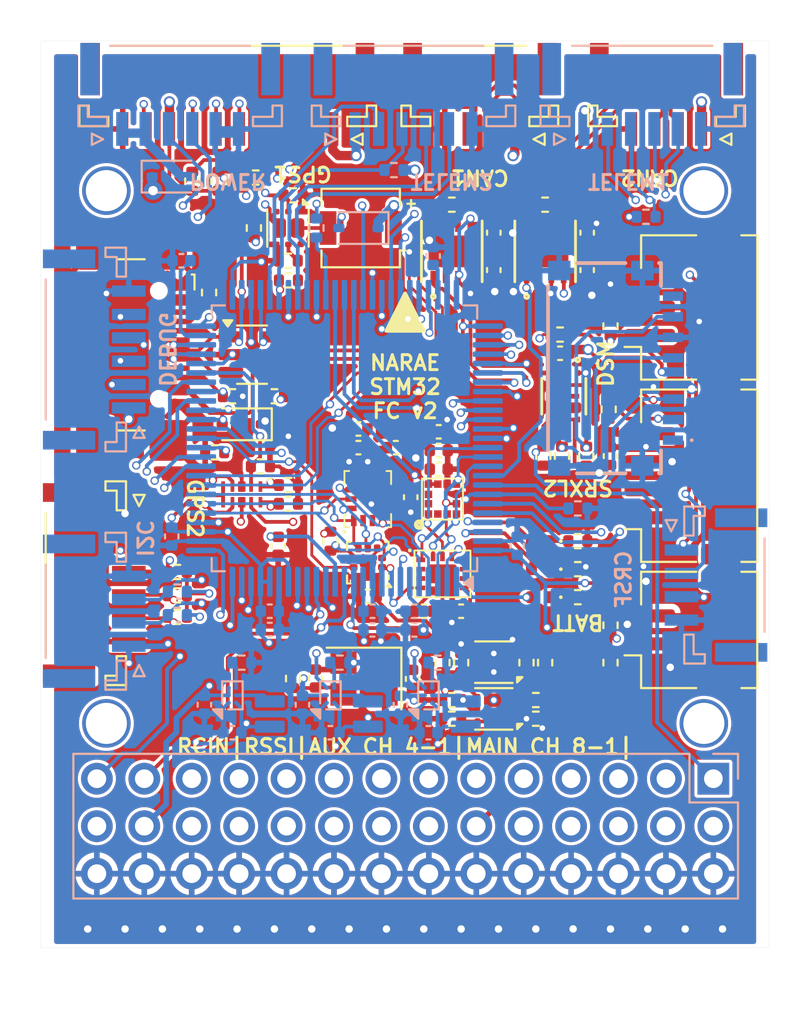
<source format=kicad_pcb>
(kicad_pcb (version 20241229) (generator "pcbnew") (generator_version "9.0")
  (layers (0 "F.Cu" signal) (4 "In1.Cu" signal) (6 "In2.Cu" signal) (2 "B.Cu" signal) (13 "F.Paste" user) (15 "B.Paste" user) (5 "F.SilkS" user "F.Silkscreen") (7 "B.SilkS" user "B.Silkscreen") (1 "F.Mask" user) (3 "B.Mask" user) (25 "Edge.Cuts" user))
  (net 0 "")
  (net 1 "GND")
  (net 2 "/NRST")
  (net 3 "/OSC_IN")
  (net 4 "/OSC_OUT")
  (net 5 "/VCAP1")
  (net 6 "/VCAP2")
  (net 7 "+5V")
  (net 8 "VBUS")
  (net 9 "Net-(BZ1-+)")
  (net 10 "Net-(J2-CC2)")
  (net 11 "Net-(D2-K)")
  (net 12 "/BOOT0")
  (net 13 "+3.3V")
  (net 14 "Net-(D4-K)")
  (net 15 "/RC_INPUT/RCIN")
  (net 16 "/LED_RED")
  (net 17 "/LED_YELLOW")
  (net 18 "/LED_GREEN")
  (net 19 "/TIM3_CH2")
  (net 20 "/TIM5_CH1")
  (net 21 "/TIM5_CH2")
  (net 22 "/TIM5_CH3")
  (net 23 "/TIM5_CH4")
  (net 24 "/SPI1_SCK")
  (net 25 "/SPI1_MISO")
  (net 26 "/SPI1_MOSI")
  (net 27 "/TIM3_CH1")
  (net 28 "/TIM3_CH3")
  (net 29 "/USB & POWER/USB_CONN_D-")
  (net 30 "/MAG_NSS")
  (net 31 "/USB & POWER/USB_CONN_D+")
  (net 32 "/FLASH_NSS")
  (net 33 "/SPI2_SCK")
  (net 34 "/PM_VOLTAGE")
  (net 35 "/PM_CURRENT")
  (net 36 "Net-(C4-Pad1)")
  (net 37 "/USB_D-")
  (net 38 "/USB_D+")
  (net 39 "/SWDIO")
  (net 40 "/SWCLK")
  (net 41 "/RSSI_IN")
  (net 42 "/UART4_TX")
  (net 43 "/UART4_RX")
  (net 44 "/GPS1_BUZZER")
  (net 45 "/I2C1_SDA")
  (net 46 "/I2C1_SCL")
  (net 47 "/I2C2_SCL")
  (net 48 "/SPI2_MISO")
  (net 49 "/SPI2_MOSI")
  (net 50 "/UART5_TX")
  (net 51 "/UART5_RX")
  (net 52 "/I2C2_SDA")
  (net 53 "/UART2_CTS")
  (net 54 "/UART2_RTS")
  (net 55 "/UART2_RX")
  (net 56 "/UART2_TX")
  (net 57 "/UART3_RTS")
  (net 58 "/UART3_TX")
  (net 59 "/UART3_CTS")
  (net 60 "/UART3_RX")
  (net 61 "/Sensors/MAG_C1")
  (net 62 "/I2C3_SDA")
  (net 63 "/I2C3_SCL")
  (net 64 "/TIM4_CH4")
  (net 65 "+BATT")
  (net 66 "/V_BATT")
  (net 67 "/Communication/CAN1_P")
  (net 68 "+3.3VA")
  (net 69 "/Buzzer")
  (net 70 "/SPI3_SCK")
  (net 71 "/TIM3_CH4")
  (net 72 "/SPI3_MOSI")
  (net 73 "/SPI3_MISO")
  (net 74 "/Communication/CAN1_N")
  (net 75 "/PWR_SEL0")
  (net 76 "/GYRO2_NSS")
  (net 77 "/CAN1_RX")
  (net 78 "/GYRO1_NSS")
  (net 79 "/Communication/CAN2_P")
  (net 80 "/Communication/CAN2_N")
  (net 81 "/BARO_NSS")
  (net 82 "/PWR_SEL1")
  (net 83 "/CAN2_RX")
  (net 84 "/CAN2_TX")
  (net 85 "/TIM4_CH2")
  (net 86 "/MSD_NSS")
  (net 87 "/CAN1_STBY")
  (net 88 "/RC_TX")
  (net 89 "/TIM1_CH2")
  (net 90 "Net-(D3-K)")
  (net 91 "/CAN1_TX")
  (net 92 "/TIM1_CH3")
  (net 93 "Net-(J2-CC1)")
  (net 94 "/CAN2_STBY")
  (net 95 "/MSD_DETECT")
  (net 96 "/BARO_INT")
  (net 97 "+5V_PWM1")
  (net 98 "/BOOT1")
  (net 99 "/GYRO2_INT")
  (net 100 "+5V_PWM2")
  (net 101 "/GYRO1_INT")
  (net 102 "/GPS1_SW_LED")
  (net 103 "/GPS1_SW")
  (net 106 "Net-(J4-SWICTH)")
  (net 107 "/RC_RX")
  (net 109 "Net-(Q1B-G)")
  (net 110 "Net-(Q1A-G)")
  (net 111 "+3.3VP")
  (net 112 "Net-(U3-SW)")
  (net 113 "/SW_PWR_RC")
  (net 114 "/SW_PWR_IMU")
  (net 115 "Net-(U4-SW)")
  (net 116 "Net-(U3-VSET)")
  (net 117 "Net-(U4-VSET)")
  (net 118 "Net-(U5-SW)")
  (net 119 "Net-(Q2A-G)")
  (net 120 "Net-(U5-VSET)")
  (net 136 "/RC_PPM")
  (net 137 "/RC_INPUT/SBUS")
  (net 138 "/RC_SEL1")
  (net 139 "/RC_SEL0")
  (net 140 "Net-(D6-A)")
  (net 141 "Net-(Q2B-G)")
  (net 142 "Net-(Q3A-G)")
  (net 143 "Net-(Q3B-G)")
  (footprint "Resistor_SMD:R_0402_1005Metric" (layer "F.Cu") (at 126.8 97.9 180)
    (property "Reference" "R43" (hide yes))
    (property "Value" "10k")
  )
  (footprint "Resistor_SMD:R_0402_1005Metric" (layer "F.Cu") (at 145.5 102.75 -90)
    (property "Reference" "R9" (hide yes))
    (property "Value" "120")
  )
  (footprint "LPS22HH:ST_HLGA-10_2x2mm_P0.5mm_LayoutBorder3x2y" (layer "F.Cu") (at 137 97.4 180)
    (property "Reference" "U10" (hide yes))
    (property "Value" "LPS22HH")
  )
  (footprint "Resistor_SMD:R_0402_1005Metric" (layer "F.Cu") (at 146 105.75 180)
    (property "Reference" "R15" (hide yes))
    (property "Value" "1k")
  )
  (footprint "Resistor_SMD:R_0402_1005Metric" (layer "F.Cu") (at 126.8 99.15 180)
    (property "Reference" "R42" (hide yes))
    (property "Value" "10k")
  )
  (footprint "Resistor_SMD:R_0402_1005Metric" (layer "F.Cu") (at 131 76.8)
    (property "Reference" "R41" (hide yes))
    (property "Value" "10k")
  )
  (footprint "Resistor_SMD:R_0402_1005Metric" (layer "F.Cu") (at 147.3 85.2)
    (property "Reference" "R27" (hide yes))
    (property "Value" "10k")
  )
  (footprint "Resistor_SMD:R_0402_1005Metric" (layer "F.Cu") (at 148.7 91.7 90)
    (property "Reference" "R23" (hide yes))
    (property "Value" "10k")
  )
  (footprint "Resistor_SMD:R_0402_1005Metric" (layer "F.Cu") (at 131.25 92.25)
    (property "Reference" "R37" (hide yes))
    (property "Value" "10k")
  )
  (footprint "ICM-42688-P:IIM42352_L" (layer "F.Cu") (at 137 94 90)
    (property "Reference" "U8" (hide yes))
    (property "Value" "ICM-42688-P" (hide yes))
  )
  (footprint "LED_SMD:LED_0402_1005Metric" (layer "F.Cu") (at 146.25 97.75 180)
    (property "Reference" "D3" (hide yes))
    (property "Value" "Yellow")
  )
  (footprint "TMUX1104:TMUX1104" (layer "F.Cu") (at 130.25 93.75 -90)
    (property "Reference" "U11" (hide yes))
    (property "Value" "TMUX1104")
  )
  (footprint "Resistor_SMD:R_0402_1005Metric" (layer "F.Cu") (at 141.5 105.75 180)
    (property "Reference" "R17" (hide yes))
    (property "Value" "1k")
  )
  (footprint "JST_GH:JST_GH_SM06B-GHS-TB_06x1.25mm_Angled" (layer "F.Cu") (at 122.6 98.5 -90)
    (property "Reference" "J10" (hide yes))
    (property "Value" "GH 1.25mm 6P")
  )
  (footprint "ATA6561:VDFN8_3X3_MCH-L" (layer "F.Cu") (at 141.5 80.75 90)
    (property "Reference" "U12" (hide yes))
    (property "Value" "ATA6561-GBQW")
  )
  (footprint "Hole:MountingHole_2.2mm_M2" (layer "F.Cu") (at 123 77.5)
    (property "Reference" "H1" (hide yes))
    (property "Value" "MountingHole")
  )
  (footprint "Hole:MountingHole_2.2mm_M2" (layer "F.Cu") (at 123 106)
    (property "Reference" "H3" (hide yes))
    (property "Value" "MountingHole")
  )
  (footprint "LED_SMD:LED_0402_1005Metric" (layer "F.Cu") (at 146.25 99.25 180)
    (property "Reference" "D4" (hide yes))
    (property "Value" "Green")
  )
  (footprint "Resistor_SMD:R_0402_1005Metric" (layer "F.Cu") (at 146.4 91.7 90)
    (property "Reference" "R25" (hide yes))
    (property "Value" "10k")
  )
  (footprint "Resistor_SMD:R_0402_1005Metric" (layer "F.Cu") (at 141 102.75 90)
    (property "Reference" "R12" (hide yes))
    (property "Value" "10k")
  )
  (footprint "Resistor_SMD:R_0402_1005Metric" (layer "F.Cu") (at 128.5 82.95 90)
    (property "Reference" "R13" (hide yes))
    (property "Value" "5k1")
  )
  (footprint "Capacitor_SMD:C_0402_1005Metric" (layer "F.Cu") (at 147.3 86.2 180)
    (property "Reference" "C20" (hide yes))
    (property "Value" "100nF")
  )
  (footprint "Capacitor_SMD:C_0402_1005Metric" (layer "F.Cu") (at 139.4 103.62 90)
    (property "Reference" "C1" (hide yes))
    (property "Value" "10pF")
  )
  (footprint "Capacitor_SMD:C_0402_1005Metric" (layer "F.Cu") (at 140.8 91.4)
    (property "Reference" "C29" (hide yes))
    (property "Value" "100nF")
  )
  (footprint "Resistor_SMD:R_0402_1005Metric" (layer "F.Cu") (at 146 104.75)
    (property "Reference" "R18" (hide yes))
    (property "Value" "1k")
  )
  (footprint "Resistor_SMD:R_0402_1005Metric" (layer "F.Cu") (at 133 77.75)
    (property "Reference" "R5" (hide yes))
    (property "Value" "10k")
  )
  (footprint "Resistor_SMD:R_0402_1005Metric" (layer "F.Cu") (at 133 103.6 90)
    (property "Reference" "R3" (hide yes))
    (property "Value" "120")
  )
  (footprint "Hole:MountingHole_2.2mm_M2" (layer "F.Cu") (at 155 106)
    (property "Reference" "H4" (hide yes))
    (property "Value" "MountingHole")
  )
  (footprint "Resistor_SMD:R_0402_1005Metric" (layer "F.Cu") (at 150 102.75 90)
    (property "Reference" "R29" (hide yes))
    (property "Value" "15k")
  )
  (footprint "Resistor_SMD:R_0402_1005Metric" (layer "F.Cu") (at 150 100.75 90)
    (property "Reference" "R30" (hide yes))
    (property "Value" "1k")
  )
  (footprint "W25X40CLUX:USON_LUXIG TR_WIN-L" (layer "F.Cu") (at 147.5 88.5 -90)
    (property "Reference" "U6" (hide yes))
    (property "Value" "W25X40CLUXIG")
  )
  (footprint "Resistor_SMD:R_0402_1005Metric" (layer "F.Cu") (at 148.25 97.75)
    (property "Reference" "R7" (hide yes))
    (property "Value" "120")
  )
  (footprint "Resistor_SMD:R_0402_1005Metric" (layer "F.Cu") (at 129.75 88.5)
    (property "Reference" "R14" (hide yes))
    (property "Value" "5k1")
  )
  (footprint "Resistor_SMD:R_0402_1005Metric" (layer "F.Cu") (at 147.4 91.7 90)
    (property "Reference" "R24" (hide yes))
    (property "Value" "10k")
  )
  (footprint "Capacitor_SMD:C_0402_1005Metric" (layer "F.Cu") (at 148.75 81.75 -90)
    (property "Reference" "C34" (hide yes))
    (property "Value" "100nF")
  )
  (footprint "Capacitor_SMD:C_0402_1005Metric" (layer "F.Cu") (at 132.2 96.5 -90)
    (property "Reference" "C5" (hide yes))
    (property "Value" "100nF")
  )
  (footprint "Resistor_SMD:R_0402_1005Metric" (layer "F.Cu") (at 146.5 102.75 90)
    (property "Reference" "R11" (hide yes))
    (property "Value" "10k")
  )
  (footprint "Package_TO_SOT_SMD:SOT-23-6" (layer "F.Cu") (at 130.8 86.275)
    (property "Reference" "U2" (hide yes))
    (property "Value" "USBLC6-2SC6")
  )
  (footprint "Capacitor_SMD:C_0402_1005Metric" (layer "F.Cu") (at 143.75 79.75 90)
    (property "Reference" "C33" (hide yes))
    (property "Value" "100nF")
  )
  (footprint "Capacitor_SMD:C_0402_1005Metric" (layer "F.Cu") (at 139.3 93.9 90)
    (property "Reference" "C31" (hide yes))
    (property "Value" "220nF")
  )
  (footprint "Resistor_SMD:R_0402_1005Metric" (layer "F.Cu") (at 132.75 82.3)
    (property "Reference" "R33" (hide yes))
    (property "Value" "120")
  )
  (footprint "Resistor_SMD:R_0402_1005Metric" (layer "F.Cu") (at 149.9 89.2 90)
    (property "Reference" "R26" (hide yes))
    (property "Value" "10k")
  )
  (footprint "Resistor_SMD:R_0402_1005Metric" (layer "F.Cu") (at 127.6 77 90)
    (property "Reference" "R38" (hide yes))
    (property "Value" "10k")
  )
  (footprint "Capacitor_SMD:C_0402_1005Metric" (layer "F.Cu") (at 137 99.2)
    (property "Reference" "C27" (hide yes))
    (property "Value" "4.7uF")
  )
  (footprint "Resistor_SMD:R_0402_1005Metric" (layer "F.Cu") (at 135 96.25 -90)
    (property "Reference" "R28" (hide yes))
    (property "Value" "10k")
  )
  (footprint "Nexperia_SOT1118:Nexperia_SOT1118" (layer "F.Cu") (at 143.75 105.25 90)
    (property "Reference" "Q3" (hide yes))
    (property "Value" "PMDPB55XP")
  )
  (footprint "JST_ZH:JST_ZH_S2B-ZR-SM4A-TF_1x02-1MP_P1.50mm_Horizontal" (layer "F.Cu") (at 153.75 101 90)
    (property "Reference" "J5" (hide yes))
    (property "Value" "JST ZH 1.5mm 2P")
  )
  (footprint "LED_SMD:LED_0402_1005Metric" (layer "F.Cu") (at 146.25 96.25 180)
    (property "Reference" "D2" (hide yes))
    (property "Value" "Red")
  )
  (footprint "JST_GH:JST_GH_SM10B-GHS-TB_10x1.25mm_Angled" (layer "F.Cu") (at 129.5 72.6 180)
    (property "Reference" "J9" (hide yes))
    (property "Value" "GH 1.25mm 10P")
  )
  (footprint "Capacitor_SMD:C_0402_1005Metric" (layer "F.Cu") (at 140.8 90.4)
    (property "Reference" "C30" (hide yes))
    (property "Value" "100nF")
  )
  (footprint "Resistor_SMD:R_0402_1005Metric" (layer "F.Cu") (at 129 77 90)
    (property "Reference" "R39" (hide yes))
    (property "Value" "10k")
  )
  (footprint "Resistor_SMD:R_0402_1005Metric" (layer "F.Cu") (at 148.25 96.25)
    (property "Reference" "R6" (hide yes))
    (property "Value" "120")
  )
  (footprint "Capacitor_SMD:C_0402_1005Metric" (layer "F.Cu") (at 143.75 81.75 -90)
    (property "Reference" "C35" (hide yes))
    (property "Value" "100nF")
  )
  (footprint "ATA6561:VDFN8_3X3_MCH-L" (layer "F.Cu") (at 146.5 80.75 90)
    (property "Reference" "U13" (hide yes))
    (property "Value" "ATA6561-GBQW")
  )
  (footprint "Nexperia_SOT1118:Nexperia_SOT1118" (layer "F.Cu") (at 132.75 79.5 180)
    (property "Reference" "Q1" (hide yes))
    (property "Value" "PMDPB30XN")
  )
  (footprint "Capacitor_SMD:C_0402_1005Metric" (layer "F.Cu") (at 136.5 90.25 180)
    (property "Reference" "C25" (hide yes))
    (property "Value" "2.2nF")
  )
  (footprint "Capacitor_SMD:C_0402_1005Metric" (layer "F.Cu") (at 140.8 92.4)
    (property "Reference" "C28" (hide yes))
    (property "Value" "10uF")
  )
  (footprint "Resistor_SMD:R_0402_1005Metric" (layer "F.Cu") (at 141.5 78.25)
    (property "Reference" "R48" (hide yes))
    (property "Value" "120")
  )
  (footprint "Capacitor_SMD:C_0402_1005Metric" (layer "F.Cu") (at 140 100)
    (property "Reference" "C22" (hide yes))
    (property "Value" "100nF")
  )
  (footprint "Resistor_SMD:R_0402_1005Metric" (layer "F.Cu") (at 150 84.75 90)
    (property "Reference" "R36" (hide yes))
    (property "Value" "10k")
  )
  (footprint "JST_ZH:JST_ZH_S4B-ZR-SM4A-TF_1x04-1MP_P1.50mm_Horizontal" (layer "F.Cu") (at 153.75 92.75 90)
    (property "Reference" "J7" (hide yes))
    (property "Value" "ZH 1.5mm 4P")
  )
  (footprint "LIS2MDLTR:LIS2MDLTR" (layer "F.Cu") (at 141 94 90)
    (property "Reference" "U9" (hide yes))
    (property "Value" "LIS2MDLTR" (hide yes))
  )
  (footprint "Capacitor_SMD:C_0402_1005Metric" (layer "F.Cu") (at 134.2 103.6 90)
    (property "Reference" "C4" (hide yes))
    (property "Value" "10pF")
  )
  (footprint "Nexperia_SOT1118:Nexperia_SOT1118" (layer "F.Cu") (at 143.75 102.75 90)
    (property "Reference" "Q2" (hide yes))
    (property "Value" "PMDPB30XN")
  )
  (footprint "Resistor_SMD:R_0402_1005Metric" (layer "F.Cu") (at 132.74 81.25 180)
    (property "Reference" "R34" (hide yes))
    (property "Value" "10k")
  )
  (footprint "BMI323:BMI323_L" (layer "F.Cu") (at 141 98)
    (property "Reference" "U7" (hide yes))
    (property "Value" "BMI323" (hide yes))
  )
  (footprint "Diode_SMD:D_SOD-323" (layer "F.Cu") (at 130.25 90 180)
    (property "Reference" "D5" (hide yes))
    (property "Value" "B5819W")
  )
  (footprint "Resistor_SMD:R_0402_1005Metric" (layer "F.Cu") (at 148.25 99.25)
    (property "Reference" "R8" (hide yes))
    (property "Value" "120")
  )
  (footprint "Capacitor_SMD:C_0402_1005Metric" (layer "F.Cu") (at 150 91.7 90)
    (property "Reference" "C21" (hide yes))
    (property "Value" "100nF")
  )
  (footprint "Capacitor_SMD:C_0402_1005Metric" (layer "F.Cu") (at 148.75 79.75 90)
    (property "Reference" "C32" (hide yes))
    (property "Value" "100nF")
  )
  (footprint "Capacitor_SMD:C_0402_1005Metric" (layer "F.Cu") (at 142 100)
    (property "Reference" "C24" (hide yes))
    (property "Value" "100nF")
  )
  (footprint "Resistor_SMD:R_0402_1005Metric" (layer "F.Cu") (at 132 88.5 180)
    (property "Reference" "R19" (hide yes))
    (property "Value" "1k5")
  )
  (footprint "FUET-4020:FUET-4020" (layer "F.Cu") (at 136.62 79.5 180)
    (property "Reference" "BZ1" (hide yes))
    (property "Value" "FUET-4020")
  )
  (footprint "Resistor_SMD:R_0402_1005Metric" (layer "F.Cu") (at 132.75 93.25)
    (property "Reference" "R31" (hide yes))
    (property "Value" "10k")
  )
  (footprint "JST_GH:JST_GH_SM04B-GHS-TB_04x1.25mm_Angled" (layer "F.Cu") (at 153 72.6 180)
    (property "Reference" "J15" (hide yes))
    (property "Value" "GH 1.25mm 4P")
  )
  (footprint "Resistor_SMD:R_0402_1005Metric" (layer "F.Cu") (at 146.5 78.25)
    (property "Reference" "R49" (hide yes))
    (property "Value" "120")
  )
  (footprint "JST_ZH:JST_ZH_S3B-ZR-SM4A-TF_1x03-1MP_P1.50mm_Horizontal" (layer "F.Cu") (at 153.75 83.75 90)
    (property "Reference" "J8" (hide yes))
    (property "Value" "ZH 1.5mm 3P")
  )
  (footprint "Crystal:Crystal_SMD_Abracon_ABM8G-4Pin_3.2x2.5mm" (layer "F.Cu") (at 136.8 103.6 180)
    (property "Reference" "Y1" (hide yes))
    (property "Value" "16MHz")
  )
  (footprint "Capacitor_SMD:C_0402_1005Metric" (layer "F.Cu") (at 138.5 91.25)
    (property "Reference" "C26" (hide yes))
    (property "Value" "10nF")
  )
  (footprint "Resistor_SMD:R_0402_1005Metric" (layer "F.Cu") (at 126.8 100.3 180)
    (property "Reference" "R40" (hide yes))
    (property "Value" "10k")
  )
  (footprint "Hole:MountingHole_2.2mm_M2" (layer "F.Cu") (at 155 77.5)
    (property "Reference" "H2" (hide yes))
    (property "Value" "MountingHole")
  )
  (footprint "Connector_USB:USB_C_Receptacle_GCT_USB4110" (layer "F.Cu") (at 123.205 85.75 -90)
    (property "Reference" "J2" (hide yes))
    (property "Value" "USB_C_USB2.0_14P")
  )
  (footprint "JST_GH:JST_GH_SM04B-GHS-TB_04x1.25mm_Angled" (layer "F.Cu") (at 143 72.6 180)
    (property "Reference" "J14" (hide yes))
    (property "Value" "GH 1.25mm 4P")
  )
  (footprint "Resistor_SMD:R_0402_1005Metric" (layer "F.Cu") (at 132.75 94.25)
    (property "Reference" "R32" (hide yes))
    (property "Value" "10k")
  )
  (footprint "Capacitor_SMD:C_0402_1005Metric" (layer "F.Cu") (at 136.5 91.25 180)
    (property "Reference" "C23" (hide yes))
    (property "Value" "100pF")
  )
  (footprint "Resistor_SMD:R_0402_1005Metric" (layer "F.Cu") (at 142 102.75 -90)
    (property "Reference" "R10" (hide yes))
    (property "Value" "120")
  )
  (footprint "Resistor_SMD:R_0402_1005Metric" (layer "F.Cu") (at 130.9 79.5 90)
    (property "Reference" "R35" (hide yes))
    (property "Value" "1k")
  )
  (footprint "Resistor_SMD:R_0402_1005Metric" (layer "F.Cu") (at 128.8 91.5 180)
    (property "Reference" "R1" (hide yes))
    (property "Value" "10k")
  )
  (footprint "Resistor_SMD:R_0402_1005Metric" (layer "F.Cu") (at 141.5 104.75)
    (property "Reference" "R16" (hide yes))
    (property "Value" "1k")
  )
  (footprint "VLS201610ET-2R2M:VLS201610ET-2R2M" (layer "B.Cu") (at 131.75 105.5 -90)
    (property "Reference" "L1" (hide yes))
    (property "Value" "2.2u")
  )
  (footprint "Resistor_SMD:R_0402_1005Metric" (layer "B.Cu") (at 148.25 94.5)
    (property "Reference" "R2" (hide yes))
    (property "Value" "10k")
  )
  (footprint "VLS201610ET-2R2M:VLS201610ET-2R2M" (layer "B.Cu") (at 137 105.5 -90)
    (property "Reference" "L3" (hide yes))
    (property "Value" "2.2u")
  )
  (footprint "Resistor_SMD:R_0402_1005Metric" (layer "B.Cu") (at 140.75 102.75 180)
    (property "Reference" "R21" (hide yes))
    (property "Value" "267k")
  )
  (footprint "Capacitor_SMD:C_0402_1005Metric" (layer "B.Cu") (at 140.25 106.5 180)
    (property "Reference" "C18" (hide yes))
    (property "Value" "10uF")
  )
  (footprint "PWM_Connector:PWM_Conn_3x14" (layer "B.Cu") (at 139 111.5 180)
    (property "Reference" "J6" (hide yes))
    (property "Value" "PWM_Conn_3x14")
  )
  (footprint "Capacitor_SMD:C_0402_1005Metric" (layer "B.Cu") (at 137.25 100)
    (property "Reference" "C8" (hide yes))
    (property "Value" "100nF")
  )
  (footprint "Resistor_SMD:R_0402_1005Metric" (layer "B.Cu") (at 135.5 102.75 180)
    (property "Reference" "R22" (hide yes))
    (property "Value" "267k")
  )
  (footprint "Capacitor_SMD:C_0402_1005Metric" (layer "B.Cu") (at 126.5 96 -90)
    (property "Reference" "C2" (hide yes))
    (property "Value" "10uF")
  )
  (footprint "Resistor_SMD:R_0402_1005Metric" (layer "B.Cu") (at 138.4 76.4 180)
    (property "Reference" "R45" (hide yes))
    (property "Value" "10k")
  )
  (footprint "Package_BGA:Texas_DSBGA-6_0.855x1.255mm_Layout2x3_P0.4mm_LevelC" (layer "B.Cu") (at 140.25 104.5)
    (property "Reference" "U4" (hide yes))
    (property "Value" "TPS62840")
  )
  (footprint "Capacitor_SMD:C_0402_1005Metric" (layer "B.Cu") (at 131.75 100.98)
    (property "Reference" "C13" (hide yes))
    (property "Value" "100nF")
  )
  (footprint "JST_GH:JST_GH_SM06B-GHS-TB_06x1.25mm_Angled" (layer "B.Cu") (at 151.7 72.6)
    (property "Reference" "J11" (hide yes))
    (property "Value" "GH 1.25mm 6P")
  )
  (footprint "Package_BGA:Texas_DSBGA-6_0.855x1.255mm_Layout2x3_P0.4mm_LevelC" (layer "B.Cu") (at 129.75 104.5)
    (property "Reference" "U3" (hide yes))
    (property "Value" "TPS62840")
  )
  (footprint "Capacitor_SMD:C_0402_1005Metric" (layer "B.Cu") (at 145 96.5 90)
    (property "Reference" "C11" (hide yes))
    (property "Value" "100nF")
  )
  (footprint "Capacitor_SMD:C_0402_1005Metric" (layer "B.Cu") (at 133.5 105 -90)
    (property "Reference" "C16" (hide yes))
    (property "Value" "4.7uF")
  )
  (footprint "Capacitor_SMD:C_0402_1005Metric" (layer "B.Cu") (at 127.02 81.25)
    (property "Reference" "C6" (hide yes))
    (property "Value" "2.2uF")
  )
  (footprint "Resistor_SMD:R_0402_1005Metric" (layer "B.Cu") (at 134.25 79.5 90)
    (property "Reference" "R4" (hide yes))
    (property "Value" "120")
  )
  (footprint "Capacitor_SMD:C_0402_1005Metric" (layer "B.Cu") (at 129.75 106.5 180)
    (property "Reference" "C17" (hide yes))
    (property "Value" "10uF")
  )
  (footprint "TF-06A:TF06A" (layer "B.Cu") (at 150 87 90)
    (property "Reference" "J4" (hide yes))
    (property "Value" "TF-06A" (hide yes))
  )
  (footprint "Resistor_SMD:R_0402_1005Metric" (layer "B.Cu") (at 130.25 102.75 180)
    (property "Reference" "R20" (hide yes))
    (property "Value" "267k")
  )
  (footprint "Capacitor_SMD:C_0402_1005Metric" (layer "B.Cu") (at 128.25 105 -90)
    (property "Reference" "C14" (hide yes))
    (property "Value" "4.7uF")
  )
  (footprint "Capacitor_SMD:C_0402_1005Metric" (layer "B.Cu") (at 137.25 101)
    (property "Reference" "C9" (hide yes))
    (property "Value" "100nF")
  )
  (footprint "Package_QFP:LQFP-100_14x14mm_P0.5mm" (layer "B.Cu") (at 135.75 90.75 90)
    (property "Reference" "U1" (hide yes))
    (property "Value" "STM32F407VETx")
  )
  (footprint "JST_GH:JST_GH_SM04B-GHS-TB_04x1.25mm_Angled" (layer "B.Cu") (at 155.4 98.6 -90)
    (property "Reference" "J16" (hide yes))
    (property "Value" "GH 1.25mm 4P")
  )
  (footprint "JST_GH:JST_GH_SM06B-GHS-TB_06x1.25mm_Angled" (layer "B.Cu") (at 139.45 72.6)
    (property "Reference" "J12" (hide yes))
    (property "Value" "GH 1.25mm 6P")
  )
  (footprint "Resistor_SMD:R_0402_1005Metric" (layer "B.Cu") (at 151.9 78.9)
    (property "Reference" "R44" (hide yes))
    (property "Value" "10k")
  )
  (footprint "JST_GH:JST_GH_SM04B-GHS-TB_04x1.25mm_Angled" (layer "B.Cu") (at 122.6 100 90)
    (property "Reference" "J13" (hide yes))
    (property "Value" "GH 1.25mm 4P")
  )
  (footprint "Capacitor_SMD:C_0402_1005Metric" (layer "B.Cu") (at 139.5 100 180)
    (property "Reference" "C10" (hide yes))
    (property "Value" "100nF")
  )
  (footprint "Capacitor_SMD:C_0402_1005Metric" (layer "B.Cu") (at 135 106.5 180)
    (property "Reference" "C19" (hide yes))
    (property "Value" "10uF")
  )
  (footprint "Diode_SMD:D_SOD-323" (layer "B.Cu") (at 136.5 79.5 180)
    (property "Reference" "D1" (hide yes))
    (property "Value" "B5819W")
  )
  (footprint "Capacitor_SMD:C_0402_1005Metric" (layer "B.Cu") (at 139.5 101 180)
    (property "Reference" "C3" (hide yes))
    (property "Value" "100nF")
  )
  (footprint "Resistor_SMD:R_0402_1005Metric" (layer "B.Cu") (at 126.8 100.2 180)
    (property "Reference" "R47" (hide yes))
    (property "Value" "10k")
  )
  (footprint "Diode_SMD:D_SOD-323" (layer "B.Cu") (at 126.5 76.75)
    (property "Reference" "D6" (hide yes))
    (property "Value" "B5819W")
  )
  (footprint "Capacitor_SMD:C_0402_1005Metric" (layer "B.Cu") (at 140.5 81 90)
    (property "Reference" "C7" (hide yes))
    (property "Value" "2.2uF")
  )
  (footprint "JST_GH:JST_GH_SM06B-GHS-TB_06x1.25mm_Angled" (layer "B.Cu") (at 126.95 72.6)
    (property "Reference" "J3" (hide yes))
    (property "Value" "GH 1.25mm 6P")
  )
  (footprint "Capacitor_SMD:C_0402_1005Metric" (layer "B.Cu") (at 138.75 105 -90)
    (property "Reference" "C15" (hide yes))
    (property "Value" "4.7uF")
  )
  (footprint "JST_GH:JST_GH_SM06B-GHS-TB_06x1.25mm_Angled" (layer "B.Cu") (at 122.6 86 90)
    (property "Reference" "J1" (hide yes))
    (property "Value" "GH 1.25mm 6P")
  )
  (footprint "Resistor_SMD:R_0402_1005Metric" (layer "B.Cu") (at 126.8 98.95 180)
    (property "Reference" "R46" (hide yes))
    (property "Value" "10k")
  )
  (footprint "VLS201610ET-2R2M:VLS201610ET-2R2M" (layer "B.Cu") (at 142.25 105.5 -90)
    (property "Reference" "L2" (hide yes))
    (property "Value" "2.2u")
  )
  (footprint "Package_BGA:Texas_DSBGA-6_0.855x1.255mm_Layout2x3_P0.4mm_LevelC" (layer "B.Cu") (at 135 104.5)
    (property "Reference" "U5" (hide yes))
    (property "Value" "TPS62840")
  )
  (footprint "Capacitor_SMD:C_0402_1005Metric" (layer "B.Cu") (at 131.75 100)
    (property "Reference" "C12" (hide yes))
    (property "Value" "1uF")
  )
  (gr_poly (pts (xy 138 85) (xy 139 83) (xy 140 85)) (stroke (width 0.2)) (fill yes) (layer "F.SilkS"))
  (gr_rect (start 119.5 69.5) (end 158.5 118) (stroke (width 0.01)) (fill no) (layer "Edge.Cuts"))
  (gr_text "NARAE\nSTM32\nFC v2" (at 139 88 0) (layer "F.SilkS") (effects (font (size 0.8 0.8) (thickness 0.16) (bold yes))))
  (gr_text "GPS2" (at 127.75 94.5 270) (layer "F.SilkS") (effects (font (size 0.8 0.8) (thickness 0.16) (bold yes))))
  (gr_text "GPS1" (at 133.5 76.6 180) (layer "F.SilkS") (effects (font (size 0.8 0.8) (thickness 0.16) (bold yes))))
  (gr_text "SRXL2" (at 148.25 93.4 180) (layer "F.SilkS") (effects (font (size 0.8 0.8) (thickness 0.16) (bold yes))))
  (gr_text "CAN2" (at 152.1 76.8 180) (layer "F.SilkS") (effects (font (size 0.8 0.8) (thickness 0.16) (bold yes))))
  (gr_text "DSM" (at 149.75 86.75 90) (layer "F.SilkS") (effects (font (size 0.8 0.8) (thickness 0.16) (bold yes))))
  (gr_text "RCIN|RSSI|AUX CH 4-1|MAIN CH 8-1|" (at 139 107.25 0) (layer "F.SilkS") (effects (font (size 0.8 0.8) (thickness 0.16) (bold yes))))
  (gr_text "BATT" (at 148.25 100.6 180) (layer "F.SilkS") (effects (font (size 0.8 0.8) (thickness 0.16) (bold yes))))
  (gr_text "CAN1" (at 143 76.8 180) (layer "F.SilkS") (effects (font (size 0.8 0.8) (thickness 0.16) (bold yes))))
  (gr_text "CRSF" (at 150.7 98.3 90) (layer "B.SilkS") (effects (font (size 0.8 0.8) (thickness 0.16) (bold yes)) (justify mirror)))
  (gr_text "TELEM2" (at 141.5 77 180) (layer "B.SilkS") (effects (font (size 0.8 0.8) (thickness 0.16) (bold yes)) (justify mirror)))
  (gr_text "DEBUG" (at 126.25 86 270) (layer "B.SilkS") (effects (font (size 0.8 0.8) (thickness 0.16) (bold yes)) (justify mirror)))
  (gr_text "POWER" (at 129.5 77 180) (layer "B.SilkS") (effects (font (size 0.8 0.8) (thickness 0.16) (bold yes)) (justify mirror)))
  (gr_text "TELEM1" (at 151 77 180) (layer "B.SilkS") (effects (font (size 0.8 0.8) (thickness 0.16) (bold yes)) (justify mirror)))
  (gr_text "I2C" (at 125.05 96.107836 270) (layer "B.SilkS") (effects (font (size 0.8 0.8) (thickness 0.16) (bold yes)) (justify mirror)))
  (segment (start 151.9 100.05) (end 152.1 100.25) (width 0.5) (layer "F.Cu") (net 1))
  (segment (start 130.26 88.5) (end 130.3 88.5) (width 0.2) (layer "F.Cu") (net 1))
  (segment (start 133.4 78.625) (end 133.4 77.86) (width 0.2) (layer "F.Cu") (net 1))
  (segment (start 141.25 93.2) (end 141.25 93.675) (width 0.2) (layer "F.Cu") (net 1))
  (segment (start 132.26 92.25) (end 133.26 93.25) (width 0.2) (layer "F.Cu") (net 1))
  (segment (start 136.52 98.1825) (end 136.5 98.1625) (width 0.15) (layer "F.Cu") (net 1))
  (segment (start 138.98 91.25) (end 138.98 91.8) (width 0.2) (layer "F.Cu") (net 1))
  (segment (start 134.2 103.12) (end 135.33 103.12) (width 0.3) (layer "F.Cu") (net 1))
  (segment (start 141.52 100) (end 141.52 100.58) (width 0.2) (layer "F.Cu") (net 1))
  (segment (start 138.72 94) (end 138.91 93.81) (width 0.2) (layer "F.Cu") (net 1))
  (segment (start 137.9 94) (end 138.72 94) (width 0.2) (layer "F.Cu") (net 1))
  (segment (start 141 98.913) (end 141.5 98.913) (width 0.2) (layer "F.Cu") (net 1))
  (segment (start 136.52 99.2) (end 136.52 98.1825) (width 0.15) (layer "F.Cu") (net 1))
  (segment (start 146.1698 81.0802) (end 146.5 80.75) (width 0.2) (layer "F.Cu") (net 1))
  (segment (start 150.7 100.24) (end 152.09 100.24) (width 0.2) (layer "F.Cu") (net 1))
  (segment (start 146.82 86.2) (end 146.82 87.185211) (width 0.2) (layer "F.Cu") (net 1))
  (segment (start 133.26 94.25) (end 133.26 93.25) (width 0.2) (layer "F.Cu") (net 1))
  (segment (start 151.4 91.2) (end 151.38 91.22) (width 0.2) (layer "F.Cu") (net 1))
  (segment (start 150 91.22) (end 151.38 91.22) (width 0.2) (layer "F.Cu") (net 1))
  (segment (start 141.28 89.78) (end 141.25 89.75) (width 0.2) (layer "F.Cu") (net 1))
  (segment (start 141 99.48) (end 140.48 100) (width 0.2) (layer "F.Cu") (net 1))
  (segment (start 146.5 80.75) (end 145.0554 80.75) (width 0.2) (layer "F.Cu") (net 1))
  (segment (start 152.1 83.75) (end 154 83.75) (width 0.3) (layer "F.Cu") (net 1))
  (segment (start 141.28 90.4) (end 141.28 89.78) (width 0.2) (layer "F.Cu") (net 1))
  (segment (start 131.76 92.25) (end 132.26 92.25) (width 0.2) (layer "F.Cu") (net 1))
  (segment (start 150.5 100.24) (end 150.7 100.24) (width 0.2) (layer "F.Cu") (net 1))
  (segment (start 141.28 90.4) (end 141.28 93.17) (width 0.2) (layer "F.Cu") (net 1))
  (segment (start 151.38 91.22) (end 152.1 90.5) (width 0.2) (layer "F.Cu") (net 1))
  (segment (start 132.563542 90.6411) (end 132.745 90.6411) (width 0.2) (layer "F.Cu") (net 1))
  (segment (start 132.23 81.25) (end 132.23 80.505) (width 0.2) (layer "F.Cu") (net 1))
  (segment (start 129.09 92.3) (end 129.7 92.3) (width 0.2) (layer "F.Cu") (net 1))
  (segment (start 128.29 91.5) (end 129.09 92.3) (width 0.2) (layer "F.Cu") (net 1))
  (segment (start 136.02 90.25) (end 135.15 90.25) (width 0.5) (layer "F.Cu") (net 1))
  (segment (start 135.15 90.25) (end 135.1 90.2) (width 0.5) (layer "F.Cu") (net 1))
  (segment (start 146.1698 82.1216) (end 146.1698 81.0802) (width 0.2) (layer "F.Cu") (net 1))
  (segment (start 144.8 81.0054) (end 144.8 82.9) (width 0.2) (layer "F.Cu") (net 1))
  (segment (start 130.25 92.85) (end 130.25 93.3325) (width 0.2) (layer "F.Cu") (net 1))
  (segment (start 132.23 80.505) (end 132.1 80.375) (width 0.2) (layer "F.Cu") (net 1))
  (segment (start 141 98.913) (end 141 99.48) (width 0.2) (layer "F.Cu") (net 1))
  (segment (start 145.0554 80.75) (end 144.8 81.0054) (width 0.2) (layer "F.Cu") (net 1))
  (segment (start 138.98 93.74) (end 138.91 93.81) (width 0.2) (layer "F.Cu") (net 1))
  (segment (start 146.82 87.185211) (end 146.749811 87.2554) (width 0.2) (layer "F.Cu") (net 1))
  (segment (start 154 83.75) (end 154.75 84.5) (width 0.3) (layer "F.Cu") (net 1))
  (segment (start 141.52 100.58) (end 141.5 100.6) (width 0.2) (layer "F.Cu") (net 1))
  (segment (start 141.1698 82.1216) (end 141.1698 81.0802) (width 0.2) (layer "F.Cu") (net 1))
  (segment (start 150 100.24) (end 150.5 100.24) (width 0.2) (layer "F.Cu") (net 1))
  (segment (start 138.98 91.8) (end 138.98 93.74) (width 0.2) (layer "F.Cu") (net 1))
  (segment (start 138.91 93.81) (end 139.3 93.42) (width 0.2) (layer "F.Cu") (net 1))
  (segment (start 137.9 104.45) (end 139.05 104.45) (width 0.2) (layer "F.Cu") (net 1))
  (segment (start 131.76 91.444642) (end 132.563542 90.6411) (width 0.2) (layer "F.Cu") (net 1))
  (segment (start 151.9 98.4) (end 151.9 100.05) (width 0.5) (layer "F.Cu") (net 1))
  (segment (start 136.02 90.25) (end 136.02 91.25) (width 0.2) (layer "F.Cu") (net 1))
  (segment (start 141.675 93.675) (end 141.75 93.75) (width 0.2) (layer "F.Cu") (net 1))
  (segment (start 139.573267 91.8) (end 138.98 91.8) (width 0.2) (layer "F.Cu") (net 1))
  (segment (start 141.52 98.933) (end 141.5 98.913) (width 0.2) (layer "F.Cu") (net 1))
  (segment (start 152.09 100.24) (end 152.1 100.25) (width 0.2) (layer "F.Cu") (net 1))
  (segment (start 137 97.29099) (end 137 98.1625) (width 0.15) (layer "F.Cu") (net 1))
  (segment (start 131.76 92.25) (end 131.76 91.444642) (width 0.2) (layer "F.Cu") (net 1))
  (segment (start 138.98 91.25) (end 139.023267 91.25) (width 0.15) (layer "F.Cu") (net 1))
  (segment (start 137.5 96.6375) (end 137.5 96.79099) (width 0.15) (layer "F.Cu") (net 1))
  (segment (start 151.9 91.2) (end 151.4 91.2) (width 0.2) (layer "F.Cu") (net 1))
  (segment (start 141.52 100) (end 141.52 98.933) (width 0.2) (layer "F.Cu") (net 1))
  (segment (start 129.7 92.3) (end 130.25 92.85) (width 0.2) (layer "F.Cu") (net 1))
  (segment (start 141.52 100) (end 140.48 100) (width 0.2) (layer "F.Cu") (net 1))
  (segment (start 136.02 91.25) (end 136.02 91.98) (width 0.2) (layer "F.Cu") (net 1))
  (segment (start 141.25 93.675) (end 141.675 93.675) (width 0.2) (layer "F.Cu") (net 1))
  (segment (start 135.33 103.12) (end 135.7 102.75) (width 0.3) (layer "F.Cu") (net 1))
  (segment (start 150.9 100.701574) (end 150.9 100.44) (width 0.2) (layer "F.Cu") (net 1))
  (segment (start 151.9 90.7) (end 152.1 90.5) (width 0.2) (layer "F.Cu") (net 1))
  (segment (start 141.28 93.17) (end 141.25 93.2) (width 0.2) (layer "F.Cu") (net 1))
  (segment (start 150.9 100.44) (end 150.7 100.24) (width 0.2) (layer "F.Cu") (net 1))
  (segment (start 133.4 77.86) (end 133.51 77.75) (width 0.2) (layer "F.Cu") (net 1))
  (segment (start 151.9 91.2) (end 151.9 90.7) (width 0.2) (layer "F.Cu") (net 1))
  (segment (start 139.05 104.45) (end 139.4 104.1) (width 0.2) (layer "F.Cu") (net 1))
  (segment (start 141.1698 81.0802) (end 141.5 80.75) (width 0.2) (layer "F.Cu") (net 1))
  (segment (start 136.5 98.1625) (end 137 98.1625) (width 0.15) (layer "F.Cu") (net 1))
  (segment (start 136.02 91.98) (end 136 92) (width 0.2) (layer "F.Cu") (net 1))
  (segment (start 137.5 96.79099) (end 137 97.29099) (width 0.15) (layer "F.Cu") (net 1))
  (via (at 130.3 88.5) (size 0.45) (drill 0.3) (layers "F.Cu" "B.Cu") (net 1))
  (via (at 144 117) (size 0.6) (drill 0.4) (layers "F.Cu" "B.Cu") (net 1))
  (via (at 130 117) (size 0.6) (drill 0.4) (layers "F.Cu" "B.Cu") (net 1))
  (via (at 136.25 102.75) (size 0.45) (drill 0.3) (layers "F.Cu" "B.Cu") (net 1))
  (via (at 154 117) (size 0.6) (drill 0.4) (layers "F.Cu" "B.Cu") (net 1))
  (via (at 144.8 82.9) (size 0.6) (drill 0.4) (layers "F.Cu" "B.Cu") (net 1))
  (via (at 122 117) (size 0.6) (drill 0.4) (layers "F.Cu" "B.Cu") (net 1))
  (via (at 138 117) (size 0.6) (drill 0.4) (layers "F.Cu" "B.Cu") (net 1))
  (via (at 139.573267 91.8) (size 0.6) (drill 0.4) (layers "F.Cu" "B.Cu") (net 1))
  (via (at 141.25 89.75) (size 0.45) (drill 0.3) (layers "F.Cu" "B.Cu") (net 1))
  (via (at 136 92) (size 0.45) (drill 0.3) (layers "F.Cu" "B.Cu") (net 1))
  (via (at 124 117) (size 0.6) (drill 0.4) (layers "F.Cu" "B.Cu") (net 1))
  (via (at 141.5 100.6) (size 0.45) (drill 0.3) (layers "F.Cu" "B.Cu") (net 1))
  (via (at 135.1 90.2) (size 0.6) (drill 0.4) (layers "F.Cu" "B.Cu") (net 1))
  (via (at 152 117) (size 0.6) (drill 0.4) (layers "F.Cu" "B.Cu") (net 1))
  (via (at 150.9 100.701574) (size 0.6) (drill 0.4) (layers "F.Cu" "B.Cu") (net 1))
  (via (at 142 117) (size 0.6) (drill 0.4) (layers "F.Cu" "B.Cu") (net 1))
  (via (at 156 117) (size 0.6) (drill 0.4) (layers "F.Cu" "B.Cu") (net 1))
  (via (at 150 117) (size 0.6) (drill 0.4) (layers "F.Cu" "B.Cu") (net 1))
  (via (at 146 117) (size 0.6) (drill 0.4) (layers "F.Cu" "B.Cu") (net 1))
  (via (at 132 117) (size 0.6) (drill 0.4) (layers "F.Cu" "B.Cu") (net 1))
  (via (at 136 117) (size 0.6) (drill 0.4) (layers "F.Cu" "B.Cu") (net 1))
  (via (at 148.676774 97.625) (size 0.45) (drill 0.3) (layers "F.Cu" "B.Cu") (net 1))
  (via (at 151.9 91.2) (size 0.45) (drill 0.3) (layers "F.Cu" "B.Cu") (net 1))
  (via (at 126 117) (size 0.6) (drill 0.4) (layers "F.Cu" "B.Cu") (net 1))
  (via (at 134 117) (size 0.6) (drill 0.4) (layers "F.Cu" "B.Cu") (net 1))
  (via (at 128 117) (size 0.6) (drill 0.4) (layers "F.Cu" "B.Cu") (net 1))
  (via (at 137.7 101.6) (size 0.45) (drill 0.3) (layers "F.Cu" "B.Cu") (net 1))
  (via (at 151.9 98.4) (size 0.6) (drill 0.4) (layers "F.Cu" "B.Cu") (net 1))
  (via (at 147.998091 116.995379) (size 0.6) (drill 0.4) (layers "F.Cu" "B.Cu") (net 1))
  (via (at 140.3 80.154975) (size 0.6) (drill 0.4) (layers "F.Cu" "B.Cu") (net 1))
  (via (at 153.2 103) (size 0.6) (drill 0.4) (layers "F.Cu" "B.Cu") (net 1))
  (via (at 132.745 90.6411) (size 0.45) (drill 0.3) (layers "F.Cu" "B.Cu") (net 1))
  (via (at 140 117) (size 0.6) (drill 0.4) (layers "F.Cu" "B.Cu") (net 1))
  (via (at 123 83) (size 0.45) (drill 0.3) (layers "F.Cu" "B.Cu") (net 1))
  (via (at 154.75 84.5) (size 0.45) (drill 0.3) (layers "F.Cu" "B.Cu") (net 1))
  (via (at 152.3 88) (size 0.45) (drill 0.3) (layers "F.Cu" "B.Cu") (net 1))
  (segment (start 132.25 98.425) (end 132.25 100.96) (width 0.2) (layer "B.Cu") (net 1))
  (segment (start 145 96.02) (end 146.605 97.625) (width 0.2) (layer "B.Cu") (net 1))
  (segment (start 133.5 105.48) (end 134.22 105.48) (width 0.2) (layer "B.Cu") (net 1))
  (segment (start 132.048267 91.156375) (end 132.563542 90.6411) (width 0.2) (layer "B.Cu") (net 1))
  (segment (start 137.25 99.52) (end 137.25 98.425) (width 0.2) (layer "B.Cu") (net 1))
  (segment (start 141.52 81.5) (end 141.52 80.52) (width 0.2) (layer "B.Cu") (net 1))
  (segment (start 128.97 105.48) (end 129.55 104.9) (width 0.2) (layer "B.Cu") (net 1))
  (segment (start 124.425 98.125) (end 124.836187 98.125) (width 0.5) (layer "B.Cu") (net 1))
  (segment (start 140.3 80.32) (end 140.5 80.52) (width 0.2) (layer "B.Cu") (net 1))
  (segment (start 137.73 101.57) (end 137.7 101.6) (width 0.2) (layer "B.Cu") (net 1))
  (segment (start 139.77 105.78) (end 139.47 105.48) (width 0.2) (layer "B.Cu") (net 1))
  (segment (start 137.73 100) (end 137.25 99.52) (width 0.2) (layer "B.Cu") (net 1))
  (segment (start 136.01 102.75) (end 136.25 102.75) (width 0.3) (layer "B.Cu") (net 1))
  (segment (start 130.3 90.410202) (end 131.046173 91.156375) (width 0.2) (layer "B.Cu") (net 1))
  (segment (start 137.73 101) (end 137.75 101) (width 0.2) (layer "B.Cu") (net 1))
  (segment (start 150.851574 100.75) (end 150.9 100.701574) (width 0.2) (layer "B.Cu") (net 1))
  (segment (start 131.046173 91.156375) (end 132.048267 91.156375) (width 0.2) (layer "B.Cu") (net 1))
  (segment (start 130.3 88.5) (end 130.3 90.410202) (width 0.2) (layer "B.Cu") (net 1))
  (segment (start 140.3 80.154975) (end 140.3 80.32) (width 0.2) (layer "B.Cu") (net 1))
  (segment (start 140.5 80.52) (end 141.52 80.52) (width 0.2) (layer "B.Cu") (net 1))
  (segment (start 134.52 105.78) (end 134.22 105.48) (width 0.2) (layer "B.Cu") (net 1))
  (segment (start 146.605 97.625) (end 148.676774 97.625) (width 0.2) (layer "B.Cu") (net 1))
  (segment (start 132.25 100.96) (end 132.23 100.98) (width 0.2) (layer "B.Cu") (net 1))
  (segment (start 129.27 105.78) (end 128.97 105.48) (width 0.2) (layer "B.Cu") (net 1))
  (segment (start 123.125 82.875) (end 123 83) (width 0.2) (layer "B.Cu") (net 1))
  (segment (start 124.425 82.875) (end 123.125 82.875) (width 0.2) (layer "B.Cu") (net 1))
  (segment (start 138.75 105.48) (end 139.47 105.48) (width 0.2) (layer "B.Cu") (net 1))
  (segment (start 129.27 106.5) (end 129.27 105.78) (width 0.2) (layer "B.Cu") (net 1))
  (segment (start 130.125 74.425) (end 128.875 74.425) (width 0.5) (layer "B.Cu") (net 1))
  (segment (start 134.52 106.5) (end 134.52 105.78) (width 0.2) (layer "B.Cu") (net 1))
  (segment (start 126.73 96.25) (end 126.5 96.48) (width 0.2) (layer "B.Cu") (net 1))
  (segment (start 139.47 105.48) (end 140.05 104.9) (width 0.2) (layer "B.Cu") (net 1))
  (segment (start 141.25 81.77) (end 141.52 81.5) (width 0.2) (layer "B.Cu") (net 1))
  (segment (start 144.77 96.25) (end 145 96.02) (width 0.2) (layer "B.Cu") (net 1))
  (segment (start 137.73 101) (end 137.73 101.57) (width 0.2) (layer "B.Cu") (net 1))
  (segment (start 134.22 105.48) (end 134.8 104.9) (width 0.2) (layer "B.Cu") (net 1))
  (segment (start 143.425 96.25) (end 144.77 96.25) (width 0.2) (layer "B.Cu") (net 1))
  (segment (start 128.075 96.25) (end 126.73 96.25) (width 0.2) (layer "B.Cu") (net 1))
  (segment (start 139.77 106.5) (end 139.77 105.78) (width 0.2) (layer "B.Cu") (net 1))
  (segment (start 141.25 83.325) (end 141.25 81.77) (width 0.2) (layer "B.Cu") (net 1))
  (segment (start 128.25 105.48) (end 128.97 105.48) (width 0.2) (layer "B.Cu") (net 1))
  (segment (start 132.563542 90.6411) (end 132.745 90.6411) (width 0.2) (layer "B.Cu") (net 1))
  (segment (start 132.18 96) (end 132.2 96.02) (width 0.2) (layer "F.Cu") (net 2))
  (segment (start 131.8 96) (end 132.18 96) (width 0.2) (layer "F.Cu") (net 2))
  (via (at 131.8 96) (size 0.45) (drill 0.3) (layers "F.Cu" "B.Cu") (net 2))
  (segment (start 124.625 85.375) (end 125 85.75) (width 0.2) (layer "B.Cu") (net 2))
  (segment (start 131.8 96) (end 133.8 96) (width 0.2) (layer "B.Cu") (net 2))
  (segment (start 135.25 97.45) (end 135.25 98.425) (width 0.2) (layer "B.Cu") (net 2))
  (segment (start 133.8 96) (end 135.25 97.45) (width 0.2) (layer "B.Cu") (net 2))
  (via blind (at 125 85.75) (size 0.45) (drill 0.3) (layers "In2.Cu" "B.Cu") (net 2))
  (segment (start 139.01 101.26) (end 138.651 100.901) (width 0.2) (layer "F.Cu") (net 3))
  (segment (start 139.01 102.75) (end 139.4 103.14) (width 0.2) (layer "F.Cu") (net 3))
  (segment (start 139.5 103.04) (end 139.4 103.14) (width 0.2) (layer "F.Cu") (net 3))
  (segment (start 139.01 102.75) (end 139.01 101.26) (width 0.2) (layer "F.Cu") (net 3))
  (segment (start 138.651 100.901) (end 138.5 100.901) (width 0.2) (layer "F.Cu") (net 3))
  (segment (start 137.9 102.75) (end 139.01 102.75) (width 0.2) (layer "F.Cu") (net 3))
  (segment (start 136.262172 100.901) (end 136.0767 100.715528) (width 0.2) (layer "F.Cu") (net 3))
  (segment (start 138.5 100.901) (end 136.262172 100.901) (width 0.2) (layer "F.Cu") (net 3))
  (via (at 136.0767 100.715528) (size 0.45) (drill 0.3) (layers "F.Cu" "B.Cu") (net 3))
  (segment (start 136.189 100.603228) (end 136.189 99.64345) (width 0.2) (layer "B.Cu") (net 3))
  (segment (start 136.25 99.58245) (end 136.25 98.425) (width 0.2) (layer "B.Cu") (net 3))
  (segment (start 136.0767 100.715528) (end 136.189 100.603228) (width 0.2) (layer "B.Cu") (net 3))
  (segment (start 136.189 99.64345) (end 136.25 99.58245) (width 0.2) (layer "B.Cu") (net 3))
  (segment (start 133 102.365) (end 134.5 100.865) (width 0.2) (layer "F.Cu") (net 4))
  (segment (start 133 103.09) (end 133 102.365) (width 0.2) (layer "F.Cu") (net 4))
  (via (at 134.5 100.865) (size 0.45) (drill 0.3) (layers "F.Cu" "B.Cu") (net 4))
  (segment (start 135.75 100.25) (end 135.75 98.425) (width 0.2) (layer "B.Cu") (net 4))
  (segment (start 134.5 100.865) (end 134.865 100.5) (width 0.2) (layer "B.Cu") (net 4))
  (segment (start 135.5 100.5) (end 135.75 100.25) (width 0.2) (layer "B.Cu") (net 4))
  (segment (start 134.865 100.5) (end 135.5 100.5) (width 0.2) (layer "B.Cu") (net 4))
  (segment (start 127.24259 85.25) (end 126.975 84.98241) (width 0.2) (layer "B.Cu") (net 5))
  (segment (start 126.975 84.98241) (end 126.975 81.775) (width 0.2) (layer "B.Cu") (net 5))
  (segment (start 128.075 85.25) (end 127.24259 85.25) (width 0.2) (layer "B.Cu") (net 5))
  (segment (start 126.975 81.775) (end 127.5 81.25) (width 0.2) (layer "B.Cu") (net 5))
  (segment (start 140.5 81.48) (end 140.75 81.73) (width 0.2) (layer "B.Cu") (net 6))
  (segment (start 140.75 81.73) (end 140.75 83.325) (width 0.2) (layer "B.Cu") (net 6))
  (segment (start 141.8302 82.1216) (end 141.8302 82.3302) (width 0.2) (layer "F.Cu") (net 7))
  (segment (start 138.37 78.33) (end 138.4 78.3) (width 0.5) (layer "F.Cu") (net 7))
  (segment (start 142.875 104.6) (end 142.404 104.129) (width 0.2) (layer "F.Cu") (net 7))
  (segment (start 148.75 82.85) (end 149 83.1) (width 0.5) (layer "F.Cu") (net 7))
  (segment (start 146.51 106.09) (end 146.35 106.25) (width 0.2) (layer "F.Cu") (net 7))
  (segment (start 145.889 106.371) (end 145.096 106.371) (width 0.2) (layer "F.Cu") (net 7))
  (segment (start 124 94.775) (end 124 95.175) (width 0.5) (layer "F.Cu") (net 7))
  (segment (start 139.499964 104.75) (end 139.474965 104.774999) (width 0.3) (layer "F.Cu") (net 7))
  (segment (start 148.75 82.23) (end 148.75 82.85) (width 0.5) (layer "F.Cu") (net 7))
  (segment (start 135.425 75.625) (end 136.375 75.625) (width 0.5) (layer "F.Cu") (net 7))
  (segment (start 146.8302 82.9698) (end 146.8 83) (width 0.2) (layer "F.Cu") (net 7))
  (segment (start 143.75 82.23) (end 143.75 82.85) (width 0.5) (layer "F.Cu") (net 7))
  (segment (start 142.404 104.129) (end 141.611 104.129) (width 0.2) (layer "F.Cu") (net 7))
  (segment (start 141.8302 82.3302) (end 142.5 83) (width 0.2) (layer "F.Cu") (net 7))
  (segment (start 144.875 75.53327) (end 144.779135 75.629135) (width 0.5) (layer "F.Cu") (net 7))
  (segment (start 135.125 74.425) (end 135.125 75.325) (width 0.5) (layer "F.Cu") (net 7))
  (segment (start 138.37 79.5) (end 138.37 78.33) (width 0.5) (layer "F.Cu") (net 7))
  (segment (start 140.99 104.75) (end 139.499964 104.75) (width 0.3) (layer "F.Cu") (net 7))
  (segment (start 141.611 104.129) (end 140.99 104.75) (width 0.2) (layer "F.Cu") (net 7))
  (segment (start 131.325 90) (end 131.5 89.825) (width 0.5) (layer "F.Cu") (net 7))
  (segment (start 141.271 104.129) (end 141.15 104.25) (width 0.2) (layer "F.Cu") (net 7))
  (segment (start 131.3 90) (end 131.325 90) (width 0.5) (layer "F.Cu") (net 7))
  (segment (start 144.875 74.425) (end 144.875 75.53327) (width 0.5) (layer "F.Cu") (net 7))
  (segment (start 141.611 104.129) (end 141.271 104.129) (width 0.2) (layer "F.Cu") (net 7))
  (segment (start 154.875 72.75) (end 154.875 74.2) (width 0.5) (layer "F.Cu") (net 7))
  (segment (start 146.51 105.75) (end 146.51 106.09) (width 0.2) (layer "F.Cu") (net 7))
  (segment (start 135.125 75.325) (end 135.425 75.625) (width 0.5) (layer "F.Cu") (net 7))
  (segment (start 146.8302 82.1216) (end 146.8302 82.9698) (width 0.2) (layer "F.Cu") (net 7))
  (segment (start 145.096 106.371) (end 144.625 105.9) (width 0.2) (layer "F.Cu") (net 7))
  (segment (start 124 95.175) (end 124.2 95.375) (width 0.5) (layer "F.Cu") (net 7))
  (segment (start 143.75 82.85) (end 143.8 82.9) (width 0.5) (layer "F.Cu") (net 7))
  (segment (start 146.51 105.75) (end 145.889 106.371) (width 0.2) (layer "F.Cu") (net 7))
  (via (at 138.4 78.3) (size 0.6) (drill 0.4) (layers "F.Cu" "B.Cu") (net 7))
  (via blind (at 143.8 82.9) (size 0.6) (drill 0.4) (layers "F.Cu" "In1.Cu") (net 7))
  (via (at 154.875 72.75) (size 0.6) (drill 0.4) (layers "F.Cu" "B.Cu") (net 7))
  (via blind (at 142.5 83) (size 0.45) (drill 0.3) (layers "F.Cu" "In1.Cu") (net 7))
  (via (at 136.375 75.625) (size 0.6) (drill 0.4) (layers "F.Cu" "B.Cu") (net 7))
  (via blind (at 146.8 83) (size 0.45) (drill 0.3) (layers "F.Cu" "In1.Cu") (net 7))
  (via blind (at 124 94.775) (size 0.6) (drill 0.4) (layers "F.Cu" "In1.Cu") (net 7))
  (via (at 144.779135 75.629135) (size 0.6) (drill 0.4) (layers "F.Cu" "B.Cu") (net 7))
  (via blind (at 149 83.1) (size 0.6) (drill 0.4) (layers "F.Cu" "In1.Cu") (net 7))
  (via blind (at 146.35 106.25) (size 0.45) (drill 0.3) (layers "F.Cu" "In1.Cu") (net 7))
  (via blind (at 141.15 104.25) (size 0.45) (drill 0.3) (layers "F.Cu" "In1.Cu") (net 7))
  (via (at 139.474965 104.774999) (size 0.45) (drill 0.3) (layers "F.Cu" "B.Cu") (net 7))
  (via blind (at 153.3 92) (size 0.6) (drill 0.4) (layers "F.Cu" "In1.Cu") (net 7))
  (via (at 148.625 73.225) (size 0.6) (drill 0.4) (layers "F.Cu" "B.Cu") (net 7))
  (via blind (at 131.5 89.825) (size 0.6) (drill 0.4) (layers "F.Cu" "In1.Cu") (net 7))
  (segment (start 129.55 104.5) (end 129.55 104.1) (width 0.2) (layer "B.Cu") (net 7))
  (segment (start 124.2 101.875) (end 124.206109 101.868891) (width 0.3) (layer "B.Cu") (net 7))
  (segment (start 136.375 74.425) (end 136.375 75.625) (width 0.5) (layer "B.Cu") (net 7))
  (segment (start 126.201 107.026839) (end 126.201 110.329) (width 0.3) (layer "B.Cu") (net 7))
  (segment (start 137.55 79.15) (end 138.4 78.3) (width 0.5) (layer "B.Cu") (net 7))
  (segment (start 128.25 104.52) (end 127.940001 104.52) (width 0.3) (layer "B.Cu") (net 7))
  (segment (start 154.975 99.225) (end 155 99.25) (width 0.3) (layer "B.Cu") (net 7))
  (segment (start 137.55 79.5) (end 137.55 79.15) (width 0.5) (layer "B.Cu") (net 7))
  (segment (start 138.77 104.5) (end 138.75 104.52) (width 0.2) (layer "B.Cu") (net 7))
  (segment (start 129.55 104.5) (end 128.27 104.5) (width 0.2) (layer "B.Cu") (net 7))
  (segment (start 126.75 105.710001) (end 126.75 106.477839) (width 0.3) (layer "B.Cu") (net 7))
  (segment (start 138.75 104.52) (end 139.219966 104.52) (width 0.3) (layer "B.Cu") (net 7))
  (segment (start 126.201 110.329) (end 125.03 111.5) (width 0.3) (layer "B.Cu") (net 7))
  (segment (start 133.5 103.663027) (end 133.569839 103.593188) (width 0.3) (layer "B.Cu") (net 7))
  (segment (start 127.940001 104.52) (end 126.75 105.710001) (width 0.3) (layer "B.Cu") (net 7))
  (segment (start 133.5 104.52) (end 133.5 103.663027) (width 0.3) (layer "B.Cu") (net 7))
  (segment (start 134.78 104.52) (end 134.8 104.5) (width 0.1) (layer "B.Cu") (net 7))
  (segment (start 128.25 104.25) (end 128.512668 103.987332) (width 0.3) (layer "B.Cu") (net 7))
  (segment (start 148.625 74.425) (end 148.625 73.225) (width 0.5) (layer "B.Cu") (net 7))
  (segment (start 153.8 99.225) (end 154.975 99.225) (width 0.3) (layer "B.Cu") (net 7))
  (segment (start 140.03 104.52) (end 140.05 104.5) (width 0.1) (layer "B.Cu") (net 7))
  (segment (start 124.2 101.875) (end 124.2 102.770631) (width 0.3) (layer "B.Cu") (net 7))
  (segment (start 139.219966 104.52) (end 139.474965 104.774999) (width 0.3) (layer "B.Cu") (net 7))
  (segment (start 128.27 104.5) (end 128.25 104.52) (width 0.2) (layer "B.Cu") (net 7))
  (segment (start 124.2 101.875) (end 126.161332 101.875) (width 0.3) (layer "B.Cu") (net 7))
  (segment (start 126.75 106.477839) (end 126.201 107.026839) (width 0.3) (layer "B.Cu") (net 7))
  (segment (start 124.2 102.770631) (end 124.21027 102.780901) (width 0.3) (layer "B.Cu") (net 7))
  (segment (start 128.25 104.52) (end 128.25 104.25) (width 0.3) (layer "B.Cu") (net 7))
  (segment (start 140.05 104.5) (end 138.77 104.5) (width 0.2) (layer "B.Cu") (net 7))
  (segment (start 126.161332 101.875) (end 126.299 101.737332) (width 0.3) (layer "B.Cu") (net 7))
  (segment (start 125.45 77.45) (end 125.5 77.5) (width 0.5) (layer "B.Cu") (net 7))
  (segment (start 134.8 104.5) (end 133.52 104.5) (width 0.2) (layer "B.Cu") (net 7))
  (segment (start 125.45 76.75) (end 125.45 77.45) (width 0.5) (layer "B.Cu") (net 7))
  (segment (start 129.53 104.52) (end 129.55 104.5) (width 0.1) (layer "B.Cu") (net 7))
  (segment (start 133.52 104.5) (end 133.5 104.52) (width 0.2) (layer "B.Cu") (net 7))
  (via blind (at 124.21027 102.780901) (size 0.45) (drill 0.3) (layers "In1.Cu" "B.Cu") (net 7))
  (via blind (at 128.512668 103.987332) (size 0.45) (drill 0.3) (layers "In1.Cu" "B.Cu") (net 7))
  (via blind (at 126.299 101.737332) (size 0.45) (drill 0.3) (layers "In1.Cu" "B.Cu") (net 7))
  (via blind (at 125.5 77.5) (size 1) (drill 0.5) (layers "In1.Cu" "B.Cu") (net 7))
  (via blind (at 155 99.25) (size 0.45) (drill 0.3) (layers "In1.Cu" "B.Cu") (net 7))
  (via blind (at 133.569839 103.593188) (size 0.45) (drill 0.3) (layers "In1.Cu" "B.Cu") (net 7))
  (segment (start 127.35 88.15) (end 128.55 89.35) (width 0.3) (layer "F.Cu") (net 8))
  (segment (start 130.831 89.2) (end 130.635 89.396) (width 0.2) (layer "F.Cu") (net 8))
  (segment (start 130.831 86.719001) (end 131.275001 86.275) (width 0.2) (layer "F.Cu") (net 8))
  (segment (start 125.588 87.427999) (end 126.310001 88.15) (width 0.3) (layer "F.Cu") (net 8))
  (segment (start 129.2 90) (end 129.2 89.396) (width 0.2) (layer "F.Cu") (net 8))
  (segment (start 126.885 83.35) (end 126.397894 83.35) (width 0.3) (layer "F.Cu") (net 8))
  (segment (start 130.831 89.2) (end 130.831 86.719001) (width 0.2) (layer "F.Cu") (net 8))
  (segment (start 129.2 89.396) (end 128.596 89.396) (width 0.2) (layer "F.Cu") (net 8))
  (segment (start 126.885 88.15) (end 127.35 88.15) (width 0.3) (layer "F.Cu") (net 8))
  (segment (start 130.635 89.396) (end 129.2 89.396) (width 0.2) (layer "F.Cu") (net 8))
  (segment (start 126.397894 83.35) (end 125.588 84.159894) (width 0.3) (layer "F.Cu") (net 8))
  (segment (start 125.588 84.159894) (end 125.588 87.427999) (width 0.3) (layer "F.Cu") (net 8))
  (segment (start 128.596 89.396) (end 128.55 89.35) (width 0.2) (layer "F.Cu") (net 8))
  (segment (start 131.275001 86.275) (end 131.9375 86.275) (width 0.2) (layer "F.Cu") (net 8))
  (segment (start 126.310001 88.15) (end 126.885 88.15) (width 0.3) (layer "F.Cu") (net 8))
  (segment (start 133.24 79.5) (end 134.87 79.5) (width 0.2) (layer "F.Cu") (net 9))
  (segment (start 133.4 80.375) (end 133.4 79.66) (width 0.2) (layer "F.Cu") (net 9))
  (segment (start 134.87 79.5) (end 135.4 79.5) (width 0.2) (layer "F.Cu") (net 9))
  (segment (start 135.4 79.5) (end 135.6 79.3) (width 0.2) (layer "F.Cu") (net 9))
  (segment (start 133.4 79.66) (end 133.24 79.5) (width 0.2) (layer "F.Cu") (net 9))
  (segment (start 135.6 79.3) (end 135.6 78.9) (width 0.2) (layer "F.Cu") (net 9))
  (via (at 135.6 78.9) (size 0.45) (drill 0.3) (layers "F.Cu" "B.Cu") (net 9))
  (segment (start 135.45 79.05) (end 135.6 78.9) (width 0.2) (layer "B.Cu") (net 9))
  (segment (start 135.45 79.5) (end 135.45 79.05) (width 0.2) (layer "B.Cu") (net 9))
  (segment (start 128.24 87.5) (end 129.24 88.5) (width 0.2) (layer "F.Cu") (net 10))
  (segment (start 126.885 87.5) (end 128.24 87.5) (width 0.2) (layer "F.Cu") (net 10))
  (segment (start 146.735 96.25) (end 147.74 96.25) (width 0.2) (layer "F.Cu") (net 11))
  (segment (start 143.425 93.75) (end 145.9208 93.75) (width 0.2) (layer "B.Cu") (net 12))
  (segment (start 142.25 94) (end 142.5 93.75) (width 0.2) (layer "B.Cu") (net 12))
  (segment (start 145.9208 93.75) (end 146.6708 94.5) (width 0.2) (layer "B.Cu") (net 12))
  (segment (start 146.6708 94.5) (end 147.74 94.5) (width 0.2) (layer "B.Cu") (net 12))
  (segment (start 124.3 84.25) (end 124.425 84.125) (width 0.2) (layer "B.Cu") (net 12))
  (segment (start 142.5 93.75) (end 143.425 93.75) (width 0.2) (layer "B.Cu") (net 12))
  (via blind (at 123.75 84.25) (size 0.45) (drill 0.3) (layers "In1.Cu" "B.Cu") (net 12))
  (via blind (at 142.25 94) (size 0.45) (drill 0.3) (layers "In2.Cu" "B.Cu") (net 12))
  (segment (start 126.375 74.425) (end 126.375 76.975) (width 0.2) (layer "F.Cu") (net 13))
  (segment (start 150.7 87.3) (end 152.1 88.7) (width 0.2) (layer "F.Cu") (net 13))
  (segment (start 149.39 92.17) (end 149.4 92.18) (width 0.2) (layer "F.Cu") (net 13))
  (segment (start 126.5 95) (end 127.7 93.8) (width 0.2) (layer "F.Cu") (net 13))
  (segment (start 148.75 79.27) (end 147.599 79.27) (width 0.2) (layer "F.Cu") (net 13))
  (segment (start 150.1 87.3) (end 150.7 87.3) (width 0.2) (layer "F.Cu") (net 13))
  (segment (start 148.8 86) (end 147.98 86) (width 0.5) (layer "F.Cu") (net 13))
  (segment (start 129 77.51) (end 130.49 77.51) (width 0.2) (layer "F.Cu") (net 13))
  (segment (start 148.08 92.16) (end 148.08 89.914789) (width 0.2) (layer "F.Cu") (net 13))
  (segment (start 142.599 79.27) (end 142.4906 79.3784) (width 0.2) (layer "F.Cu") (net 13))
  (segment (start 147.750063 89.7446) (end 148.250189 89.7446) (width 0.2) (layer "F.Cu") (net 13))
  (segment (start 143.75 79.27) (end 142.599 79.27) (width 0.2) (layer "F.Cu") (net 13))
  (segment (start 147.249937 86.730063) (end 147.249937 87.2554) (width 0.2) (layer "F.Cu") (net 13))
  (segment (start 148.1 92.18) (end 148.08 92.16) (width 0.2) (layer "F.Cu") (net 13))
  (segment (start 148.8 86) (end 150.1 87.3) (width 0.2) (layer "F.Cu") (net 13))
  (segment (start 147.599 79.27) (end 147.4906 79.3784) (width 0.2) (layer "F.Cu") (net 13))
  (segment (start 152.1 88.7) (end 152.3 88.7) (width 0.2) (layer "F.Cu") (net 13))
  (segment (start 149.39 90.22) (end 149.39 92.17) (width 0.2) (layer "F.Cu") (net 13))
  (segment (start 127.41 99.05) (end 128.503032 99.05) (width 0.2) (layer "F.Cu") (net 13))
  (segment (start 129.25 93.8) (end 129.25 94.1675) (width 0.2) (layer "F.Cu") (net 13))
  (segment (start 127.7 93.8) (end 129.25 93.8) (width 0.2) (layer "F.Cu") (net 13))
  (segment (start 129.25 93.3325) (end 129.25 93.8) (width 0.2) (layer "F.Cu") (net 13))
  (segment (start 127.6 77.51) (end 129 77.51) (width 0.2) (layer "F.Cu") (net 13))
  (segment (start 149.4 92.18) (end 148.1 92.18) (width 0.2) (layer "F.Cu") (net 13))
  (segment (start 127.31 97.9) (end 127.31 100.3) (width 0.2) (layer "F.Cu") (net 13))
  (segment (start 150 92.18) (end 149.92 92.18) (width 0.2) (layer "F.Cu") (net 13))
  (segment (start 148.08 89.914789) (end 148.250189 89.7446) (width 0.2) (layer "F.Cu") (net 13))
  (segment (start 149.9 89.71) (end 149.39 90.22) (width 0.2) (layer "F.Cu") (net 13))
  (segment (start 146.43 92.18) (end 146.4 92.21) (width 0.2) (layer "F.Cu") (net 13))
  (segment (start 126.375 72.75) (end 126.375 74.2) (width 0.5) (layer "F.Cu") (net 13))
  (segment (start 150.872 98.495) (end 151.767 97.6) (width 0.2) (layer "F.Cu") (net 13))
  (segment (start 150 92.18) (end 149.4 92.18) (width 0.2) (layer "F.Cu") (net 13))
  (segment (start 148.634732 98.495) (end 150.872 98.495) (width 0.2) (layer "F.Cu") (net 13))
  (segment (start 149.23 79.27) (end 149.25 79.25) (width 0.2) (layer "F.Cu") (net 13))
  (segment (start 126.375 76.975) (end 126.91 77.51) (width 0.2) (layer "F.Cu") (net 13))
  (segment (start 126.91 77.51) (end 127.6 77.51) (width 0.2) (layer "F.Cu") (net 13))
  (segment (start 132.51 88.5) (end 132.500001 88.5) (width 0.2) (layer "F.Cu") (net 13))
  (segment (start 149.4 92.6) (end 149.4 92.18) (width 0.2) (layer "F.Cu") (net 13))
  (segment (start 127.31 99.15) (end 127.41 99.05) (width 0.2) (layer "F.Cu") (net 13))
  (segment (start 147.98 86) (end 147.78 86.2) (width 0.5) (layer "F.Cu") (net 13))
  (segment (start 148.1 92.18) (end 146.43 92.18) (width 0.2) (layer "F.Cu") (net 13))
  (segment (start 130.49 77.51) (end 130.49 77.775) (width 0.2) (layer "F.Cu") (net 13))
  (segment (start 148.75 79.27) (end 149.23 79.27) (width 0.2) (layer "F.Cu") (net 13))
  (segment (start 132.500001 88.5) (end 132.334819 88.665182) (width 0.2) (layer "F.Cu") (net 13))
  (segment (start 130.49 76.8) (end 130.49 77.51) (width 0.2) (layer "F.Cu") (net 13))
  (segment (start 147.78 86.2) (end 147.249937 86.730063) (width 0.2) (layer "F.Cu") (net 13))
  (via (at 126.5 95) (size 0.45) (drill 0.3) (layers "F.Cu" "B.Cu") (net 13))
  (via (at 148.634732 98.495) (size 0.45) (drill 0.3) (layers "F.Cu" "B.Cu") (net 13))
  (via blind (at 152.3 88.7) (size 0.45) (drill 0.3) (layers "F.Cu" "In2.Cu") (net 13))
  (via (at 148.8 86) (size 0.6) (drill 0.4) (layers "F.Cu" "B.Cu") (net 13))
  (via (at 128.503032 99.05) (size 0.45) (drill 0.3) (layers "F.Cu" "B.Cu") (net 13))
  (via (at 139.525 76.4) (size 0.6) (drill 0.4) (layers "F.Cu" "B.Cu") (net 13))
  (via blind (at 142.5 79) (size 0.45) (drill 0.3) (layers "F.Cu" "B.Cu") (net 13))
  (via (at 130.49 77.775) (size 0.45) (drill 0.3) (layers "F.Cu" "B.Cu") (net 13))
  (via (at 132.334819 88.665182) (size 0.45) (drill 0.3) (layers "F.Cu" "B.Cu") (net 13))
  (via (at 126.375 72.75) (size 0.6) (drill 0.4) (layers "F.Cu" "B.Cu") (net 13))
  (via (at 128.5 84.271232) (size 0.45) (drill 0.3) (layers "F.Cu" "B.Cu") (net 13))
  (via blind (at 149.25 79.25) (size 0.45) (drill 0.3) (layers "F.Cu" "In2.Cu") (net 13))
  (via (at 128.001493 100.293279) (size 0.45) (drill 0.3) (layers "F.Cu" "B.Cu") (net 13))
  (via blind (at 149.4 92.6) (size 0.6) (drill 0.4) (layers "F.Cu" "In2.Cu") (net 13))
  (via blind (at 151.767 97.6) (size 0.45) (drill 0.3) (layers "F.Cu" "In2.Cu") (net 13))
  (segment (start 143.425 96.75) (end 144.77 96.75) (width 0.2) (layer "B.Cu") (net 13))
  (segment (start 126.73 95.75) (end 126.5 95.52) (width 0.2) (layer "B.Cu") (net 13))
  (segment (start 130.23 106) (end 130.23 105.5) (width 0.2) (layer "B.Cu") (net 13))
  (segment (start 130.23 105.5) (end 130.23 105.18) (width 0.2) (layer "B.Cu") (net 13))
  (segment (start 146.515 98.495) (end 148.634732 98.495) (width 0.2) (layer "B.Cu") (net 13))
  (segment (start 127.881 107.081) (end 129.649 107.081) (width 0.2) (layer "B.Cu") (net 13))
  (segment (start 136.77 101.57) (end 136.8 101.6) (width 0.2) (layer "B.Cu") (net 13))
  (segment (start 154.15 87.9) (end 154.35 88.1) (width 0.5) (layer "B.Cu") (net 13))
  (segment (start 138.91 76.4) (end 139.525 76.4) (width 0.5) (layer "B.Cu") (net 13))
  (segment (start 130.23 106.5) (end 130.23 106) (width 0.2) (layer "B.Cu") (net 13))
  (segment (start 139.25 99.27) (end 139.98 100) (width 0.2) (layer "B.Cu") (net 13))
  (segment (start 130.555 106.175) (end 130.23 106.5) (width 0.2) (layer "B.Cu") (net 13))
  (segment (start 127.31 98.95) (end 128.403032 98.95) (width 0.2) (layer "B.Cu") (net 13))
  (segment (start 139.98 100) (end 139.98 101) (width 0.2) (layer "B.Cu") (net 13))
  (segment (start 131.75 106.175) (end 132.075 106.175) (width 0.2) (layer "B.Cu") (net 13))
  (segment (start 136.77 101) (end 136.77 100) (width 0.2) (layer "B.Cu") (net 13))
  (segment (start 131.625001 97.25) (end 132.524396 97.25) (width 0.2) (layer "B.Cu") (net 13))
  (segment (start 130.23 105.18) (end 129.95 104.9) (width 0.2) (layer "B.Cu") (net 13))
  (segment (start 141.75 83.075) (end 141.75 82.15) (width 0.2) (layer "B.Cu") (net 13))
  (segment (start 146.515 100.781) (end 146.6 100.866) (width 0.2) (layer "B.Cu") (net 13))
  (segment (start 131.25 98.425) (end 131.25 100.96) (width 0.2) (layer "B.Cu") (net 13))
  (segment (start 127.908214 100.2) (end 128.001493 100.293279) (width 0.2) (layer "B.Cu") (net 13))
  (segment (start 132.524396 97.25) (end 132.75 97.475604) (width 0.2) (layer "B.Cu") (net 13))
  (segment (start 128.075 84.696232) (end 128.5 84.271232) (width 0.2) (layer "B.Cu") (net 13))
  (segment (start 145 96.98) (end 146.515 98.495) (width 0.2) (layer "B.Cu") (net 13))
  (segment (start 131.27 100.98) (end 131.27 101.25377) (width 0.2) (layer "B.Cu") (net 13))
  (segment (start 128.075 95.75) (end 129.5 95.75) (width 0.2) (layer "B.Cu") (net 13))
  (segment (start 139.25 98.425) (end 139.25 99.27) (width 0.2) (layer "B.Cu") (net 13))
  (segment (start 131.27 101.25377) (end 131.712545 101.696315) (width 0.2) (layer "B.Cu") (net 13))
  (segment (start 131.25 97.5) (end 131.25 98.425) (width 0.2) (layer "B.Cu") (net 13))
  (segment (start 131.75 106.175) (end 130.555 106.175) (width 0.2) (layer "B.Cu") (net 13))
  (segment (start 136.77 100) (end 136.77 98.445) (width 0.2) (layer "B.Cu") (net 13))
  (segment (start 129.649 107.081) (end 130.23 106.5) (width 0.2) (layer "B.Cu") (net 13))
  (segment (start 141.9 79.6) (end 142.5 79) (width 0.2) (layer "B.Cu") (net 13))
  (segment (start 127.31 100.2) (end 127.908214 100.2) (width 0.2) (layer "B.Cu") (net 13))
  (segment (start 131.25 100.96) (end 131.27 100.98) (width 0.2) (layer "B.Cu") (net 13))
  (segment (start 131.25 98.425) (end 131.25 97.625001) (width 0.2) (layer "B.Cu") (net 13))
  (segment (start 131.25 97.625001) (end 131.625001 97.25) (width 0.2) (layer "B.Cu") (net 13))
  (segment (start 129.5 95.75) (end 131.25 97.5) (width 0.2) (layer "B.Cu") (net 13))
  (segment (start 128.075 84.75) (end 128.075 84.696232) (width 0.2) (layer "B.Cu") (net 13))
  (segment (start 126.5 95.52) (end 126.5 95) (width 0.2) (layer "B.Cu") (net 13))
  (segment (start 151 78.9) (end 151.39 78.9) (width 0.2) (layer "B.Cu") (net 13))
  (segment (start 124.2 89.725) (end 124.2 89.125) (width 0.5) (layer "B.Cu") (net 13))
  (segment (start 144.77 96.75) (end 145 96.98) (width 0.2) (layer "B.Cu") (net 13))
  (segment (start 136.77 101) (end 136.77 101.57) (width 0.2) (layer "B.Cu") (net 13))
  (segment (start 153.345 87.9) (end 154.15 87.9) (width 0.5) (layer "B.Cu") (net 13))
  (segment (start 127.8 107) (end 127.881 107.081) (width 0.2) (layer "B.Cu") (net 13))
  (segment (start 141.9 82) (end 141.9 79.6) (width 0.2) (layer "B.Cu") (net 13))
  (segment (start 132.75 97.475604) (end 132.75 98.425) (width 0.2) (layer "B.Cu") (net 13))
  (segment (start 132.075 106.175) (end 132.25 106) (width 0.2) (layer "B.Cu") (net 13))
  (segment (start 128.403032 98.95) (end 128.503032 99.05) (width 0.2) (layer "B.Cu") (net 13))
  (segment (start 146.515 98.495) (end 146.515 100.781) (width 0.2) (layer "B.Cu") (net 13))
  (segment (start 131.75 98.425) (end 131.25 98.425) (width 0.2) (layer "B.Cu") (net 13))
  (segment (start 128.075 95.75) (end 126.73 95.75) (width 0.2) (layer "B.Cu") (net 13))
  (segment (start 141.75 82.15) (end 141.9 82) (width 0.2) (layer "B.Cu") (net 13))
  (segment (start 136.77 98.445) (end 136.75 98.425) (width 0.2) (layer "B.Cu") (net 13))
  (via blind (at 136.8 101.6) (size 0.45) (drill 0.3) (layers "In1.Cu" "B.Cu") (net 13))
  (via blind (at 127.8 107) (size 0.45) (drill 0.3) (layers "In2.Cu" "B.Cu") (net 13))
  (via blind (at 146.6 100.866) (size 0.45) (drill 0.3) (layers "In2.Cu" "B.Cu") (net 13))
  (via blind (at 131.712545 101.696315) (size 0.45) (drill 0.3) (layers "In2.Cu" "B.Cu") (net 13))
  (via blind (at 141.9 82) (size 0.45) (drill 0.3) (layers "In2.Cu" "B.Cu") (net 13))
  (via blind (at 151 78.9) (size 0.45) (drill 0.3) (layers "In2.Cu" "B.Cu") (net 13))
  (via blind (at 129.5 95.75) (size 0.45) (drill 0.3) (layers "In2.Cu" "B.Cu") (net 13))
  (via blind (at 124.2 89.725) (size 0.6) (drill 0.4) (layers "In2.Cu" "B.Cu") (net 13))
  (via blind (at 154.35 88.1) (size 0.6) (drill 0.4) (layers "In2.Cu" "B.Cu") (net 13))
  (via blind (at 139.98 101) (size 0.45) (drill 0.3) (layers "In2.Cu" "B.Cu") (net 13))
  (via blind (at 130.5 106) (size 0.45) (drill 0.3) (layers "In2.Cu" "B.Cu") (net 13))
  (segment (start 147.74 99.25) (end 146.735 99.25) (width 0.2) (layer "F.Cu") (net 14))
  (segment (start 130.25 94.1675) (end 130.25 95.15) (width 0.2) (layer "F.Cu") (net 15))
  (segment (start 130.25 95.15) (end 130.2 95.2) (width 0.2) (layer "F.Cu") (net 15))
  (via blind (at 130.2 95.2) (size 0.45) (drill 0.3) (layers "F.Cu" "In1.Cu") (net 15))
  (segment (start 124.65 107.6) (end 126.25 106) (width 0.2) (layer "B.Cu") (net 15))
  (segment (start 122.49 108.96) (end 123.85 107.6) (width 0.2) (layer "B.Cu") (net 15))
  (segment (start 122.49 109.49) (end 122.5 109.5) (width 0.2) (layer "B.Cu") (net 15))
  (segment (start 126.25 106) (end 126.25 103.105119) (width 0.2) (layer "B.Cu") (net 15))
  (segment (start 126.25 103.105119) (end 126.940228 102.414891) (width 0.2) (layer "B.Cu") (net 15))
  (segment (start 123.85 107.6) (end 124.65 107.6) (width 0.2) (layer "B.Cu") (net 15))
  (via blind (at 126.940228 102.414891) (size 0.45) (drill 0.3) (layers "In1.Cu" "B.Cu") (net 15))
  (segment (start 144.765 95.25) (end 145.765 96.25) (width 0.2) (layer "F.Cu") (net 16))
  (segment (start 142.353599 95.187567) (end 142.416032 95.25) (width 0.2) (layer "F.Cu") (net 16))
  (segment (start 142.416032 95.25) (end 144.765 95.25) (width 0.2) (layer "F.Cu") (net 16))
  (via (at 142.353599 95.187567) (size 0.45) (drill 0.3) (layers "F.Cu" "B.Cu") (net 16))
  (segment (start 142.416032 95.25) (end 143.425 95.25) (width 0.2) (layer "B.Cu") (net 16))
  (segment (start 142.353599 95.187567) (end 142.416032 95.25) (width 0.2) (layer "B.Cu") (net 16))
  (segment (start 145.765 97.75) (end 145.765 97.265) (width 0.2) (layer "F.Cu") (net 17))
  (segment (start 144.326815 95.826815) (end 142.235851 95.826815) (width 0.2) (layer "F.Cu") (net 17))
  (segment (start 145.765 97.265) (end 144.75 96.25) (width 0.2) (layer "F.Cu") (net 17))
  (segment (start 144.75 96.25) (end 144.326815 95.826815) (width 0.2) (layer "F.Cu") (net 17))
  (via (at 142.235851 95.826815) (size 0.45) (drill 0.3) (layers "F.Cu" "B.Cu") (net 17))
  (segment (start 142.235851 95.826815) (end 142.312666 95.75) (width 0.2) (layer "B.Cu") (net 17))
  (segment (start 142.312666 95.75) (end 143.425 95.75) (width 0.2) (layer "B.Cu") (net 17))
  (segment (start 145.765 99.25) (end 145.5 99.25) (width 0.2) (layer "F.Cu") (net 18))
  (via (at 145.5 99.25) (size 0.45) (drill 0.3) (layers "F.Cu" "B.Cu") (net 18))
  (segment (start 145.5 99.25) (end 142.575 99.25) (width 0.2) (layer "B.Cu") (net 18))
  (segment (start 142.575 99.25) (end 141.75 98.425) (width 0.2) (layer "B.Cu") (net 18))
  (segment (start 136.25 83.075) (end 136.25 88.321373) (width 0.2) (layer "B.Cu") (net 19))
  (segment (start 139.708639 88.208639) (end 139.708639 88.223726) (width 0.2) (layer "B.Cu") (net 19))
  (segment (start 136.647548 88.718921) (end 139.213444 88.718921) (width 0.2) (layer "B.Cu") (net 19))
  (segment (start 136.25 88.321373) (end 136.647548 88.718921) (width 0.2) (layer "B.Cu") (net 19))
  (segment (start 139.213444 88.718921) (end 139.708639 88.223726) (width 0.2) (layer "B.Cu") (net 19))
  (via blind (at 139.708639 88.223726) (size 0.45) (drill 0.3) (layers "In1.Cu" "B.Cu") (net 19))
  (segment (start 130.75 98.425) (end 130.75 99.624878) (width 0.2) (layer "B.Cu") (net 20))
  (segment (start 130.595 99.779878) (end 130.595 99.935146) (width 0.2) (layer "B.Cu") (net 20))
  (segment (start 130.75 99.624878) (end 130.595 99.779878) (width 0.2) (layer "B.Cu") (net 20))
  (via blind (at 130.595 99.935146) (size 0.45) (drill 0.3) (layers "In1.Cu" "B.Cu") (net 20))
  (segment (start 130.25 98.425) (end 130.25 99.42) (width 0.2) (layer "B.Cu") (net 21))
  (via blind (at 130.25 99.42) (size 0.45) (drill 0.3) (layers "In1.Cu" "B.Cu") (net 21))
  (segment (start 129.75 100.627926) (end 129.627926 100.75) (width 0.2) (layer "B.Cu") (net 22))
  (segment (start 129.75 98.425) (end 129.75 100.627926) (width 0.2) (layer "B.Cu") (net 22))
  (via blind (at 129.627926 100.75) (size 0.45) (drill 0.3) (layers "In1.Cu" "B.Cu") (net 22))
  (via (at 129.102926 100.188374) (size 0.45) (drill 0.3) (layers "F.Cu" "B.Cu") (net 23))
  (segment (start 129.25 100.0413) (end 129.102926 100.188374) (width 0.2) (layer "B.Cu") (net 23))
  (segment (start 129 96.75) (end 129.25 97) (width 0.2) (layer "B.Cu") (net 23))
  (segment (start 128.075 96.75) (end 129 96.75) (width 0.2) (layer "B.Cu") (net 23))
  (segment (start 129.25 97) (end 129.25 100.0413) (width 0.2) (layer "B.Cu") (net 23))
  (segment (start 135.289814 94) (end 136.1 94) (width 0.15) (layer "F.Cu") (net 24))
  (segment (start 137.7625 97.15) (end 137.7625 97.1375) (width 0.15) (layer "F.Cu") (net 24))
  (segment (start 137.875 96.346231) (end 137.53634 96.007571) (width 0.15) (layer "F.Cu") (net 24))
  (segment (start 137.7625 97.15) (end 137.875 97.0375) (width 0.15) (layer "F.Cu") (net 24))
  (segment (start 137.875 97.0375) (end 137.875 96.346231) (width 0.15) (layer "F.Cu") (net 24))
  (segment (start 134.680548 94.609266) (end 135.289814 94) (width 0.15) (layer "F.Cu") (net 24))
  (via (at 137.53634 96.007571) (size 0.45) (drill 0.3) (layers "F.Cu" "B.Cu") (net 24))
  (via (at 134.680548 94.609266) (size 0.45) (drill 0.3) (layers "F.Cu" "B.Cu") (net 24))
  (segment (start 135.292893 95.8) (end 135.3 95.8) (width 0.15) (layer "B.Cu") (net 24))
  (segment (start 137 96.375002) (end 137.168909 96.375002) (width 0.15) (layer "B.Cu") (net 24))
  (segment (start 137.168909 96.375002) (end 137.53634 96.007571) (width 0.15) (layer "B.Cu") (net 24))
  (segment (start 135.875002 96.375002) (end 137 96.375002) (width 0.15) (layer "B.Cu") (net 24))
  (segment (start 135.3 95.8) (end 135.875002 96.375002) (width 0.15) (layer "B.Cu") (net 24))
  (segment (start 128.075 94.75) (end 133.7 94.75) (width 0.15) (layer "B.Cu") (net 24))
  (segment (start 134.242893 94.75) (end 135.292893 95.8) (width 0.15) (layer "B.Cu") (net 24))
  (segment (start 134.242893 94.75) (end 134.539814 94.75) (width 0.15) (layer "B.Cu") (net 24))
  (segment (start 134.539814 94.75) (end 134.680548 94.609266) (width 0.15) (layer "B.Cu") (net 24))
  (segment (start 133.7 94.75) (end 134.242893 94.75) (width 0.15) (layer "B.Cu") (net 24))
  (segment (start 136.25 96.3875) (end 136.25 95.15) (width 0.15) (layer "F.Cu") (net 25))
  (segment (start 136.25 95.15) (end 135.35 95.15) (width 0.15) (layer "F.Cu") (net 25))
  (segment (start 135.35 95.15) (end 135.2 95) (width 0.15) (layer "F.Cu") (net 25))
  (segment (start 136.5 96.6375) (end 136.25 96.3875) (width 0.15) (layer "F.Cu") (net 25))
  (via (at 135.2 95) (size 0.45) (drill 0.3) (layers "F.Cu" "B.Cu") (net 25))
  (segment (start 134 94.25) (end 134.140734 94.109266) (width 0.15) (layer "B.Cu") (net 25))
  (segment (start 128.075 94.25) (end 134 94.25) (width 0.15) (layer "B.Cu") (net 25))
  (segment (start 135.2 94.421611) (end 135.2 95) (width 0.15) (layer "B.Cu") (net 25))
  (segment (start 134.140734 94.109266) (end 134.887655 94.109266) (width 0.15) (layer "B.Cu") (net 25))
  (segment (start 134.887655 94.109266) (end 135.2 94.421611) (width 0.15) (layer "B.Cu") (net 25))
  (segment (start 136.9 96.5375) (end 137 96.6375) (width 0.15) (layer "F.Cu") (net 26))
  (segment (start 136.9 95.875002) (end 136.9 96.5375) (width 0.15) (layer "F.Cu") (net 26))
  (segment (start 136.1 94.5) (end 135.763068 94.5) (width 0.15) (layer "F.Cu") (net 26))
  (segment (start 135.763068 94.5) (end 135.7 94.563068) (width 0.15) (layer "F.Cu") (net 26))
  (via (at 136.9 95.875002) (size 0.45) (drill 0.3) (layers "F.Cu" "B.Cu") (net 26))
  (via (at 135.7 94.563068) (size 0.45) (drill 0.3) (layers "F.Cu" "B.Cu") (net 26))
  (segment (start 128.075 93.75) (end 135.15 93.75) (width 0.15) (layer "B.Cu") (net 26))
  (segment (start 135.7 94.3) (end 135.7 94.563068) (width 0.15) (layer "B.Cu") (net 26))
  (segment (start 135.15 93.75) (end 135.7 94.3) (width 0.15) (layer "B.Cu") (net 26))
  (segment (start 136.9 95.5) (end 136.9 95.875002) (width 0.15) (layer "B.Cu") (net 26))
  (segment (start 135.15 93.75) (end 136.9 95.5) (width 0.15) (layer "B.Cu") (net 26))
  (segment (start 136.481448 89.119921) (end 139.628071 89.119921) (width 0.2) (layer "B.Cu") (net 27))
  (segment (start 135.75 88.388473) (end 136.481448 89.119921) (width 0.2) (layer "B.Cu") (net 27))
  (segment (start 135.75 83.075) (end 135.75 88.388473) (width 0.2) (layer "B.Cu") (net 27))
  (via blind (at 139.628071 89.119921) (size 0.45) (drill 0.3) (layers "In1.Cu" "B.Cu") (net 27))
  (via (at 126.1 93.4) (size 0.45) (drill 0.3) (layers "F.Cu" "B.Cu") (net 28))
  (segment (start 126.1 93.4) (end 127.25 92.25) (width 0.2) (layer "B.Cu") (net 28))
  (segment (start 127.25 92.25) (end 128.075 92.25) (width 0.2) (layer "B.Cu") (net 28))
  (segment (start 126.885 86) (end 126.935 86.05) (width 0.2) (layer "F.Cu") (net 29))
  (segment (start 128.668749 85.325) (end 129.6625 85.325) (width 0.2) (layer "F.Cu") (net 29))
  (segment (start 127.943749 86.05) (end 128.668749 85.325) (width 0.2) (layer "F.Cu") (net 29))
  (segment (start 126.885 85) (end 128.343749 85) (width 0.2) (layer "F.Cu") (net 29))
  (segment (start 126.935 86.05) (end 127.943749 86.05) (width 0.2) (layer "F.Cu") (net 29))
  (segment (start 128.343749 85) (end 128.668749 85.325) (width 0.2) (layer "F.Cu") (net 29))
  (segment (start 141.203783 94.846217) (end 141.203783 95.877247) (width 0.15) (layer "F.Cu") (net 30))
  (segment (start 141.203783 95.877247) (end 141.477169 96.150633) (width 0.15) (layer "F.Cu") (net 30))
  (segment (start 141.25 94.8) (end 141.203783 94.846217) (width 0.15) (layer "F.Cu") (net 30))
  (via (at 141.477169 96.150633) (size 0.45) (drill 0.3) (layers "F.Cu" "B.Cu") (net 30))
  (segment (start 140.75 98.05) (end 140.8 98) (width 0.2) (layer "B.Cu") (net 30))
  (segment (start 141.477169 96.229938) (end 141.477169 96.150633) (width 0.15) (layer "B.Cu") (net 30))
  (segment (start 140.75 96.957107) (end 141.477169 96.229938) (width 0.15) (layer "B.Cu") (net 30))
  (segment (start 140.75 98.425) (end 140.75 98.05) (width 0.2) (layer "B.Cu") (net 30))
  (segment (start 140.75 98.425) (end 140.75 96.957107) (width 0.15) (layer "B.Cu") (net 30))
  (segment (start 128.668749 87.225) (end 129.6625 87.225) (width 0.2) (layer "F.Cu") (net 31))
  (segment (start 127.943749 86.5) (end 128.668749 87.225) (width 0.2) (layer "F.Cu") (net 31))
  (segment (start 126.009 85.767176) (end 126.009 86.232824) (width 0.2) (layer "F.Cu") (net 31))
  (segment (start 126.009 86.232824) (end 126.276176 86.5) (width 0.2) (layer "F.Cu") (net 31))
  (segment (start 126.276176 85.5) (end 126.009 85.767176) (width 0.2) (layer "F.Cu") (net 31))
  (segment (start 126.885 86.5) (end 127.943749 86.5) (width 0.2) (layer "F.Cu") (net 31))
  (segment (start 126.885 85.5) (end 126.276176 85.5) (width 0.2) (layer "F.Cu") (net 31))
  (segment (start 126.276176 86.5) (end 126.885 86.5) (width 0.2) (layer "F.Cu") (net 31))
  (segment (start 148.250189 87.2554) (end 148.664301 87.2554) (width 0.2) (layer "F.Cu") (net 32))
  (segment (start 148.664301 87.2554) (end 148.667469 87.252232) (width 0.2) (layer "F.Cu") (net 32))
  (via blind (at 148.667469 87.252232) (size 0.45) (drill 0.3) (layers "F.Cu" "In1.Cu") (net 32))
  (via (at 138.896921 97.2) (size 0.45) (drill 0.3) (layers "F.Cu" "B.Cu") (net 32))
  (segment (start 138.75 97.346921) (end 138.896921 97.2) (width 0.15) (layer "B.Cu") (net 32))
  (segment (start 138.75 98.425) (end 138.75 97.346921) (width 0.15) (layer "B.Cu") (net 32))
  (segment (start 147.4 91.19) (end 147.4 91.345) (width 0.2) (layer "F.Cu") (net 33))
  (segment (start 147.4 91.19) (end 147.4 91.012843) (width 0.2) (layer "F.Cu") (net 33))
  (segment (start 147.4 91.19) (end 147.249937 91.039937) (width 0.2) (layer "F.Cu") (net 33))
  (segment (start 147.249937 91.039937) (end 147.249937 89.7446) (width 0.2) (layer "F.Cu") (net 33))
  (via (at 147.4 91.25) (size 0.45) (drill 0.3) (layers "F.Cu" "B.Cu") (net 33))
  (segment (start 148.917462 91.775) (end 149.021231 91.671231) (width 0.2) (layer "B.Cu") (net 33))
  (segment (start 130.224 85.475997) (end 130.099997 85.6) (width 0.2) (layer "B.Cu") (net 33))
  (segment (start 147.4 91.25) (end 147.957537 91.25) (width 0.2) (layer "B.Cu") (net 33))
  (segment (start 149.850001 86.45) (end 149.225 87.075001) (width 0.2) (layer "B.Cu") (net 33))
  (segment (start 149.021231 91.671231) (end 149.225 91.467463) (width 0.2) (layer "B.Cu") (net 33))
  (segment (start 153.345 86.45) (end 149.850001 86.45) (width 0.2) (layer "B.Cu") (net 33))
  (segment (start 130.25 83.075) (end 130.224 83.101) (width 0.2) (layer "B.Cu") (net 33))
  (segment (start 147.957537 91.25) (end 148.482537 91.775) (width 0.2) (layer "B.Cu") (net 33))
  (segment (start 149.225 91.467463) (end 149.225 87.075001) (width 0.2) (layer "B.Cu") (net 33))
  (segment (start 130.224 83.101) (end 130.224 85.475997) (width 0.2) (layer "B.Cu") (net 33))
  (segment (start 148.482537 91.775) (end 148.917462 91.775) (width 0.2) (layer "B.Cu") (net 33))
  (via blind (at 130.099997 85.6) (size 0.45) (drill 0.3) (layers "In2.Cu" "B.Cu") (net 33))
  (via (at 127.9 78.9) (size 0.45) (drill 0.3) (layers "F.Cu" "B.Cu") (net 34))
  (segment (start 128.552 75.777) (end 127.575 74.8) (width 0.2) (layer "B.Cu") (net 34))
  (segment (start 128.552 78.248) (end 128.552 75.777) (width 0.2) (layer "B.Cu") (net 34))
  (segment (start 133.25 99.65) (end 133.2 99.7) (width 0.2) (layer "B.Cu") (net 34))
  (segment (start 127.575 74.8) (end 127.575 74.2) (width 0.2) (layer "B.Cu") (net 34))
  (segment (start 133.25 98.425) (end 133.25 99.65) (width 0.2) (layer "B.Cu") (net 34))
  (segment (start 127.9 78.9) (end 128.552 78.248) (width 0.2) (layer "B.Cu") (net 34))
  (via blind (at 133.2 99.7) (size 0.45) (drill 0.3) (layers "In1.Cu" "B.Cu") (net 34))
  (via (at 127.1 78.3) (size 0.45) (drill 0.3) (layers "F.Cu" "B.Cu") (net 35))
  (segment (start 126.325 74.637106) (end 126.325 74.2) (width 0.2) (layer "B.Cu") (net 35))
  (segment (start 133.75 98.425) (end 133.75 99.752325) (width 0.2) (layer "B.Cu") (net 35))
  (segment (start 128.151 76.463106) (end 126.325 74.637106) (width 0.2) (layer "B.Cu") (net 35))
  (segment (start 133.75 99.752325) (end 133.835271 99.837596) (width 0.2) (layer "B.Cu") (net 35))
  (segment (start 128.151 77.249) (end 128.151 76.463106) (width 0.2) (layer "B.Cu") (net 35))
  (segment (start 127.1 78.3) (end 128.151 77.249) (width 0.2) (layer "B.Cu") (net 35))
  (via blind (at 133.835271 99.837596) (size 0.45) (drill 0.3) (layers "In1.Cu" "B.Cu") (net 35))
  (segment (start 135.33 104.08) (end 135.7 104.45) (width 0.2) (layer "F.Cu") (net 36))
  (segment (start 134.2 104.08) (end 135.33 104.08) (width 0.2) (layer "F.Cu") (net 36))
  (segment (start 133 104.11) (end 134.17 104.11) (width 0.2) (layer "F.Cu") (net 36))
  (segment (start 139.274999 84.493783) (end 139.15 84.368784) (width 0.2) (layer "F.Cu") (net 37))
  (segment (start 139.274999 85.206803) (end 139.274999 84.493783) (width 0.2) (layer "F.Cu") (net 37))
  (segment (start 132.931251 85.325) (end 133.656251 86.05) (width 0.2) (layer "F.Cu") (net 37))
  (segment (start 138.431802 86.05) (end 139.274999 85.206803) (width 0.2) (layer "F.Cu") (net 37))
  (segment (start 133.656251 86.05) (end 138.431802 86.05) (width 0.2) (layer "F.Cu") (net 37))
  (segment (start 131.9375 85.325) (end 132.931251 85.325) (width 0.2) (layer "F.Cu") (net 37))
  (via (at 139.15 84.368784) (size 0.45) (drill 0.3) (layers "F.Cu" "B.Cu") (net 37))
  (segment (start 139.274999 84.243785) (end 139.15 84.368784) (width 0.2) (layer "B.Cu") (net 37))
  (segment (start 139.25 83.075) (end 139.274999 83.099999) (width 0.2) (layer "B.Cu") (net 37))
  (segment (start 139.274999 83.099999) (end 139.274999 84.243785) (width 0.2) (layer "B.Cu") (net 37))
  (segment (start 131.9375 87.225) (end 132.931251 87.225) (width 0.2) (layer "F.Cu") (net 38))
  (segment (start 132.931251 87.225) (end 133.656251 86.5) (width 0.2) (layer "F.Cu") (net 38))
  (segment (start 139.725001 85.393197) (end 139.725001 84.493783) (width 0.2) (layer "F.Cu") (net 38))
  (segment (start 139.725001 84.493783) (end 139.85 84.368784) (width 0.2) (layer "F.Cu") (net 38))
  (segment (start 131.49 88.5) (end 131.49 87.6725) (width 0.2) (layer "F.Cu") (net 38))
  (segment (start 133.656251 86.5) (end 138.618198 86.5) (width 0.2) (layer "F.Cu") (net 38))
  (segment (start 131.49 87.6725) (end 131.9375 87.225) (width 0.2) (layer "F.Cu") (net 38))
  (segment (start 138.618198 86.5) (end 139.725001 85.393197) (width 0.2) (layer "F.Cu") (net 38))
  (via (at 139.85 84.368784) (size 0.45) (drill 0.3) (layers "F.Cu" "B.Cu") (net 38))
  (segment (start 139.725001 83.099999) (end 139.725001 84.243785) (width 0.2) (layer "B.Cu") (net 38))
  (segment (start 139.725001 84.243785) (end 139.85 84.368784) (width 0.2) (layer "B.Cu") (net 38))
  (segment (start 139.75 83.075) (end 139.725001 83.099999) (width 0.2) (layer "B.Cu") (net 38))
  (segment (start 140.376 84.034824) (end 140.25 83.908824) (width 0.2) (layer "B.Cu") (net 39))
  (segment (start 140.25 83.908824) (end 140.25 83.075) (width 0.2) (layer "B.Cu") (net 39))
  (segment (start 140.376 85.024) (end 140.376 84.034824) (width 0.2) (layer "B.Cu") (net 39))
  (segment (start 124.2 87.875) (end 123.3 87.875) (width 0.2) (layer "B.Cu") (net 39))
  (segment (start 140.3 85.1) (end 140.376 85.024) (width 0.2) (layer "B.Cu") (net 39))
  (via blind (at 140.3 85.1) (size 0.45) (drill 0.3) (layers "In2.Cu" "B.Cu") (net 39))
  (via blind (at 123.3 87.875) (size 0.45) (drill 0.3) (layers "In2.Cu" "B.Cu") (net 39))
  (segment (start 124.3 86.75) (end 124.425 86.625) (width 0.2) (layer "B.Cu") (net 40))
  (segment (start 143.425 84.75) (end 142.104252 84.75) (width 0.2) (layer "B.Cu") (net 40))
  (segment (start 142.104252 84.75) (end 142.1 84.754252) (width 0.2) (layer "B.Cu") (net 40))
  (via blind (at 123.75 86.6) (size 0.45) (drill 0.3) (layers "In2.Cu" "B.Cu") (net 40))
  (via blind (at 142.1 84.754252) (size 0.45) (drill 0.3) (layers "In2.Cu" "B.Cu") (net 40))
  (segment (start 130.798685 101.201315) (end 129.5 102.5) (width 0.2) (layer "F.Cu") (net 41))
  (segment (start 128.25 107.5) (end 126.49 107.5) (width 0.2) (layer "F.Cu") (net 41))
  (segment (start 129.5 106.25) (end 128.25 107.5) (width 0.2) (layer "F.Cu") (net 41))
  (segment (start 129.5 102.5) (end 129.5 106.25) (width 0.2) (layer "F.Cu") (net 41))
  (segment (start 133.421222 101.201315) (end 130.798685 101.201315) (width 0.2) (layer "F.Cu") (net 41))
  (segment (start 126.49 107.5) (end 125.03 108.96) (width 0.2) (layer "F.Cu") (net 41))
  (segment (start 134.45377 100.168767) (end 133.421222 101.201315) (width 0.2) (layer "F.Cu") (net 41))
  (via (at 134.45377 100.168767) (size 0.45) (drill 0.3) (layers "F.Cu" "B.Cu") (net 41))
  (segment (start 134.25 99.508448) (end 134.361271 99.619719) (width 0.2) (layer "B.Cu") (net 41))
  (segment (start 134.25 98.425) (end 134.25 99.508448) (width 0.2) (layer "B.Cu") (net 41))
  (segment (start 134.361271 100.076268) (end 134.45377 100.168767) (width 0.2) (layer "B.Cu") (net 41))
  (segment (start 134.361271 99.619719) (end 134.361271 100.076268) (width 0.2) (layer "B.Cu") (net 41))
  (segment (start 133.875 74.425) (end 133.875 75.275) (width 0.2) (layer "F.Cu") (net 42))
  (segment (start 133.875 75.275) (end 132.8 76.35) (width 0.2) (layer "F.Cu") (net 42))
  (via (at 145.106062 85.749853) (size 0.45) (drill 0.3) (layers "F.Cu" "B.Cu") (net 42))
  (via (at 132.8 76.35) (size 0.45) (drill 0.3) (layers "F.Cu" "B.Cu") (net 42))
  (segment (start 145.105915 85.75) (end 145.106062 85.749853) (width 0.2) (layer "B.Cu") (net 42))
  (segment (start 143.425 85.75) (end 145.105915 85.75) (width 0.2) (layer "B.Cu") (net 42))
  (segment (start 132.15 76.5) (end 132.15 76.85) (width 0.2) (layer "F.Cu") (net 43))
  (segment (start 132.15 76.4) (end 132.15 76.5) (width 0.2) (layer "F.Cu") (net 43))
  (segment (start 132.625 74.425) (end 132.625 75.782537) (width 0.2) (layer "F.Cu") (net 43))
  (segment (start 131.51 76.8) (end 131.607537 76.8) (width 0.2) (layer "F.Cu") (net 43))
  (segment (start 131.6 76.4) (end 132.15 76.4) (width 0.2) (layer "F.Cu") (net 43))
  (segment (start 132.15 76.257537) (end 132.625 75.782537) (width 0.2) (layer "F.Cu") (net 43))
  (segment (start 132.15 76.4) (end 132.15 76.257537) (width 0.2) (layer "F.Cu") (net 43))
  (segment (start 131.51 76.8) (end 131.51 76.49) (width 0.2) (layer "F.Cu") (net 43))
  (segment (start 132.7 74.35) (end 132.625 74.425) (width 0.5) (layer "F.Cu") (net 43))
  (segment (start 131.51 76.49) (end 131.6 76.4) (width 0.2) (layer "F.Cu") (net 43))
  (via (at 132.15 76.85) (size 0.45) (drill 0.3) (layers "F.Cu" "B.Cu") (net 43))
  (via (at 144.670599 86.275) (size 0.45) (drill 0.3) (layers "F.Cu" "B.Cu") (net 43))
  (segment (start 143.425 86.25) (end 144.645599 86.25) (width 0.2) (layer "B.Cu") (net 43))
  (segment (start 144.645599 86.25) (end 144.670599 86.275) (width 0.2) (layer "B.Cu") (net 43))
  (segment (start 125 74.075) (end 125.125 74.2) (width 0.2) (layer "F.Cu") (net 44))
  (segment (start 125 72.874998) (end 125 74.075) (width 0.2) (layer "F.Cu") (net 44))
  (segment (start 136.7 78.2) (end 136.7 78.3) (width 0.2) (layer "F.Cu") (net 44))
  (via (at 125 72.874998) (size 0.45) (drill 0.3) (layers "F.Cu" "B.Cu") (net 44))
  (via (at 136.7 78.3) (size 0.45) (drill 0.3) (layers "F.Cu" "B.Cu") (net 44))
  (segment (start 136.75 78.35) (end 136.7 78.3) (width 0.2) (layer "B.Cu") (net 44))
  (segment (start 136.75 83.075) (end 136.75 78.35) (width 0.2) (layer "B.Cu") (net 44))
  (via (at 150.5 95.75) (size 0.45) (drill 0.3) (layers "F.Cu" "B.Cu") (net 45))
  (segment (start 143.425 94.75) (end 145.7866 94.75) (width 0.2) (layer "B.Cu") (net 45))
  (segment (start 149.949 96.301) (end 150.5 95.75) (width 0.2) (layer "B.Cu") (net 45))
  (segment (start 126.91 98.33) (end 128.1 98.33) (width 0.2) (layer "B.Cu") (net 45))
  (segment (start 125.865 99.375) (end 126.29 98.95) (width 0.2) (layer "B.Cu") (net 45))
  (segment (start 145.7866 94.75) (end 147.3376 96.301) (width 0.2) (layer "B.Cu") (net 45))
  (segment (start 147.3376 96.301) (end 149.949 96.301) (width 0.2) (layer "B.Cu") (net 45))
  (segment (start 124.425 99.375) (end 125.865 99.375) (width 0.2) (layer "B.Cu") (net 45))
  (segment (start 126.29 98.95) (end 126.91 98.33) (width 0.2) (layer "B.Cu") (net 45))
  (via blind (at 128.1 98.33) (size 0.45) (drill 0.3) (layers "In2.Cu" "B.Cu") (net 45))
  (via (at 149.5 95.775) (size 0.45) (drill 0.3) (layers "F.Cu" "B.Cu") (net 46))
  (segment (start 143.425 94.25) (end 145.8537 94.25) (width 0.2) (layer "B.Cu") (net 46))
  (segment (start 126.915 99.575) (end 128.1 99.575) (width 0.2) (layer "B.Cu") (net 46))
  (segment (start 126.29 100.2) (end 126.915 99.575) (width 0.2) (layer "B.Cu") (net 46))
  (segment (start 145.8537 94.25) (end 147.3787 95.775) (width 0.2) (layer "B.Cu") (net 46))
  (segment (start 124.425 100.625) (end 125.865 100.625) (width 0.2) (layer "B.Cu") (net 46))
  (segment (start 125.865 100.625) (end 126.29 100.2) (width 0.2) (layer "B.Cu") (net 46))
  (segment (start 147.3787 95.775) (end 149.5 95.775) (width 0.2) (layer "B.Cu") (net 46))
  (via blind (at 128.1 99.575) (size 0.45) (drill 0.3) (layers "In2.Cu" "B.Cu") (net 46))
  (segment (start 124.425 99.125) (end 126.265 99.125) (width 0.2) (layer "F.Cu") (net 47))
  (segment (start 126.265 99.125) (end 126.29 99.15) (width 0.2) (layer "F.Cu") (net 47))
  (via blind (at 126.6 99.4) (size 0.45) (drill 0.3) (layers "F.Cu" "In1.Cu") (net 47))
  (segment (start 126.75 86.25) (end 126.6 86.4) (width 0.2) (layer "B.Cu") (net 47))
  (segment (start 128.075 86.25) (end 126.75 86.25) (width 0.2) (layer "B.Cu") (net 47))
  (via blind (at 126.6 86.5) (size 0.45) (drill 0.3) (layers "In1.Cu" "B.Cu") (net 47))
  (segment (start 147.750063 87.2554) (end 147.750063 87.850063) (width 0.2) (layer "F.Cu") (net 48))
  (segment (start 148.7 88.1475) (end 148.4525 87.9) (width 0.2) (layer "F.Cu") (net 48))
  (segment (start 148.7 88.1475) (end 148.7 91.19) (width 0.2) (layer "F.Cu") (net 48))
  (segment (start 147.750063 87.850063) (end 147.8 87.9) (width 0.2) (layer "F.Cu") (net 48))
  (segment (start 148.4525 87.9) (end 147.8 87.9) (width 0.2) (layer "F.Cu") (net 48))
  (segment (start 148.7 91.19) (end 148.7 91.35) (width 0.2) (layer "F.Cu") (net 48))
  (via (at 148.7 91.25) (size 0.45) (drill 0.3) (layers "F.Cu" "B.Cu") (net 48))
  (segment (start 148.901471 85.05) (end 151.7 85.05) (width 0.2) (layer "B.Cu") (net 48))
  (segment (start 152.5 84.25) (end 153.345 84.25) (width 0.2) (layer "B.Cu") (net 48))
  (segment (start 151.7 85.05) (end 152.5 84.25) (width 0.2) (layer "B.Cu") (net 48))
  (segment (start 148.172469 85.779002) (end 148.901471 85.05) (width 0.2) (layer "B.Cu") (net 48))
  (segment (start 148.172469 90.722469) (end 148.172469 85.779002) (width 0.2) (layer "B.Cu") (net 48))
  (segment (start 130.75 83.075) (end 130.75 85.6) (width 0.2) (layer "B.Cu") (net 48))
  (segment (start 148.7 91.25) (end 148.172469 90.722469) (width 0.2) (layer "B.Cu") (net 48))
  (via blind (at 130.75 85.6) (size 0.45) (drill 0.3) (layers "In2.Cu" "B.Cu") (net 48))
  (segment (start 146.4 91.19) (end 146.4 90.094411) (width 0.2) (layer "F.Cu") (net 49))
  (segment (start 146.4 90.094411) (end 146.749811 89.7446) (width 0.2) (layer "F.Cu") (net 49))
  (segment (start 146.4 91.19) (end 146.31 91.19) (width 0.2) (layer "F.Cu") (net 49))
  (segment (start 146.31 91.19) (end 146 91.5) (width 0.2) (layer "F.Cu") (net 49))
  (via (at 146 91.5) (size 0.45) (drill 0.3) (layers "F.Cu" "B.Cu") (net 49))
  (segment (start 150.157537 90.242463) (end 150.157537 92.7) (width 0.2) (layer "B.Cu") (net 49))
  (segment (start 150.157537 92.7) (end 149.653768 93.203769) (width 0.2) (layer "B.Cu") (net 49))
  (segment (start 151.75 88.65) (end 150.157537 90.242463) (width 0.2) (layer "B.Cu") (net 49))
  (segment (start 131.276 83.101) (end 131.276 85.475997) (width 0.2) (layer "B.Cu") (net 49))
  (segment (start 131.25 83.075) (end 131.276 83.101) (width 0.2) (layer "B.Cu") (net 49))
  (segment (start 146.508769 93.203769) (end 146 92.695) (width 0.2) (layer "B.Cu") (net 49))
  (segment (start 149.653768 93.203769) (end 146.508769 93.203769) (width 0.2) (layer "B.Cu") (net 49))
  (segment (start 146 92.695) (end 146 91.5) (width 0.2) (layer "B.Cu") (net 49))
  (segment (start 131.276 85.475997) (end 131.400003 85.6) (width 0.2) (layer "B.Cu") (net 49))
  (segment (start 153.345 88.65) (end 151.75 88.65) (width 0.2) (layer "B.Cu") (net 49))
  (via blind (at 131.400003 85.6) (size 0.45) (drill 0.3) (layers "In2.Cu" "B.Cu") (net 49))
  (via (at 123.75 96.75) (size 0.45) (drill 0.3) (layers "F.Cu" "B.Cu") (net 50))
  (segment (start 143.376221 86.798779) (end 143.425 86.75) (width 0.2) (layer "B.Cu") (net 50))
  (segment (start 144.401722 86.75) (end 143.425 86.75) (width 0.2) (layer "B.Cu") (net 50))
  (segment (start 145.5 86.75) (end 145.449 86.801) (width 0.2) (layer "B.Cu") (net 50))
  (segment (start 144.452722 86.801) (end 144.401722 86.75) (width 0.2) (layer "B.Cu") (net 50))
  (segment (start 145.449 86.801) (end 144.452722 86.801) (width 0.2) (layer "B.Cu") (net 50))
  (via blind (at 145.5 86.75) (size 0.45) (drill 0.3) (layers "In2.Cu" "B.Cu") (net 50))
  (segment (start 126.265 97.875) (end 126.29 97.9) (width 0.2) (layer "F.Cu") (net 51))
  (segment (start 126.29 97.9) (end 126.29 97.385) (width 0.2) (layer "F.Cu") (net 51))
  (segment (start 126.29 97.385) (end 126.4 97.275) (width 0.2) (layer "F.Cu") (net 51))
  (segment (start 125.7 97.875) (end 126.265 97.875) (width 0.2) (layer "F.Cu") (net 51))
  (segment (start 124.425 97.875) (end 125.7 97.875) (width 0.2) (layer "F.Cu") (net 51))
  (via (at 126.4 97.275) (size 0.45) (drill 0.3) (layers "F.Cu" "B.Cu") (net 51))
  (segment (start 145 88.5) (end 144.824535 88.5) (width 0.2) (layer "B.Cu") (net 51))
  (segment (start 144.824535 88.5) (end 144.574535 88.25) (width 0.2) (layer "B.Cu") (net 51))
  (segment (start 144.574535 88.25) (end 143.425 88.25) (width 0.2) (layer "B.Cu") (net 51))
  (via blind (at 145 88.5) (size 0.45) (drill 0.3) (layers "In2.Cu" "B.Cu") (net 51))
  (segment (start 124.425 100.375) (end 126.215 100.375) (width 0.2) (layer "F.Cu") (net 52))
  (segment (start 126.215 100.375) (end 126.29 100.3) (width 0.2) (layer "F.Cu") (net 52))
  (via blind (at 126.6 100.6) (size 0.45) (drill 0.3) (layers "F.Cu" "In1.Cu") (net 52))
  (segment (start 126.75 85.75) (end 128.075 85.75) (width 0.2) (layer "B.Cu") (net 52))
  (via blind (at 126.6 85.75) (size 0.45) (drill 0.3) (layers "In1.Cu" "B.Cu") (net 52))
  (via (at 152.453498 76.95) (size 0.45) (drill 0.3) (layers "F.Cu" "B.Cu") (net 53))
  (via (at 141.560947 88.880961) (size 0.45) (drill 0.3) (layers "F.Cu" "B.Cu") (net 53))
  (segment (start 152.375 74.425) (end 152.24 74.56) (width 0.2) (layer "B.Cu") (net 53))
  (segment (start 141.560947 88.880961) (end 141.691908 88.75) (width 0.2) (layer "B.Cu") (net 53))
  (segment (start 152.375 74.425) (end 152.375 76.871502) (width 0.2) (layer "B.Cu") (net 53))
  (segment (start 152.375 76.871502) (end 152.453498 76.95) (width 0.2) (layer "B.Cu") (net 53))
  (segment (start 141.691908 88.75) (end 143.425 88.75) (width 0.2) (layer "B.Cu") (net 53))
  (segment (start 152.340886 74.459114) (end 152.375 74.425) (width 0.15) (layer "B.Cu") (net 53))
  (via (at 141.978832 89.378832) (size 0.45) (drill 0.3) (layers "F.Cu" "B.Cu") (net 54))
  (via (at 152.95 77.7) (size 0.45) (drill 0.3) (layers "F.Cu" "B.Cu") (net 54))
  (segment (start 143.425 89.25) (end 142.107664 89.25) (width 0.2) (layer "B.Cu") (net 54))
  (segment (start 152.95 77.7) (end 152.978498 77.671502) (width 0.2) (layer "B.Cu") (net 54))
  (segment (start 153.625 74.425) (end 153.625 75.4) (width 0.2) (layer "B.Cu") (net 54))
  (segment (start 152.978498 76.046502) (end 153.625 75.4) (width 0.2) (layer "B.Cu") (net 54))
  (segment (start 143.41716 89.24216) (end 143.425 89.25) (width 0.2) (layer "B.Cu") (net 54))
  (segment (start 152.978498 77.671502) (end 152.978498 76.046502) (width 0.2) (layer "B.Cu") (net 54))
  (segment (start 142.107664 89.25) (end 141.978832 89.378832) (width 0.2) (layer "B.Cu") (net 54))
  (segment (start 153.575 74.2) (end 153.575 74.925) (width 0.2) (layer "B.Cu") (net 54))
  (via (at 152.1 78) (size 0.45) (drill 0.3) (layers "F.Cu" "B.Cu") (net 55))
  (segment (start 143.438781 90.236219) (end 144.763781 90.236219) (width 0.2) (layer "B.Cu") (net 55))
  (segment (start 151.125 77.025) (end 152.1 78) (width 0.2) (layer "B.Cu") (net 55))
  (segment (start 143.425 90.25) (end 143.438781 90.236219) (width 0.2) (layer "B.Cu") (net 55))
  (segment (start 152.340886 78.830886) (end 152.340886 78) (width 0.15) (layer "B.Cu") (net 55))
  (segment (start 151.125 74.425) (end 151.125 77.025) (width 0.2) (layer "B.Cu") (net 55))
  (segment (start 152.41 78.9) (end 152.340886 78.830886) (width 0.15) (layer "B.Cu") (net 55))
  (segment (start 152.1 78) (end 152.340886 78) (width 0.15) (layer "B.Cu") (net 55))
  (segment (start 144.763781 90.236219) (end 144.8 90.2) (width 0.2) (layer "B.Cu") (net 55))
  (via blind (at 144.8 90.2) (size 0.45) (drill 0.3) (layers "In1.Cu" "B.Cu") (net 55))
  (via (at 151.35 78) (size 0.45) (drill 0.3) (layers "F.Cu" "B.Cu") (net 56))
  (via (at 141.994838 90.105289) (size 0.45) (drill 0.3) (layers "F.Cu" "B.Cu") (net 56))
  (segment (start 142.350127 89.75) (end 141.994838 90.105289) (width 0.2) (layer "B.Cu") (net 56))
  (segment (start 149.875 76.525) (end 151.35 78) (width 0.2) (layer "B.Cu") (net 56))
  (segment (start 143.425 89.75) (end 143.375 89.8) (width 0.2) (layer "B.Cu") (net 56))
  (segment (start 149.875 74.425) (end 149.875 76.525) (width 0.2) (layer "B.Cu") (net 56))
  (segment (start 143.425 89.75) (end 142.350127 89.75) (width 0.2) (layer "B.Cu") (net 56))
  (segment (start 133.2 79.898924) (end 133.2 78.525091) (width 0.2) (layer "B.Cu") (net 57))
  (segment (start 133.75 80.448924) (end 133.2 79.898924) (width 0.2) (layer "B.Cu") (net 57))
  (segment (start 133.962545 77.762545) (end 134.044694 77.680396) (width 0.2) (layer "B.Cu") (net 57))
  (segment (start 141.375 74.425) (end 141.375 76.825) (width 0.2) (layer "B.Cu") (net 57))
  (segment (start 140.519604 77.680396) (end 141.375 76.825) (width 0.2) (layer "B.Cu") (net 57))
  (segment (start 133.2 78.525091) (end 133.962545 77.762545) (width 0.2) (layer "B.Cu") (net 57))
  (segment (start 134.044694 77.680396) (end 140.519604 77.680396) (width 0.2) (layer "B.Cu") (net 57))
  (segment (start 133.75 83.075) (end 133.75 80.448924) (width 0.2) (layer "B.Cu") (net 57))
  (segment (start 137.625 74.425) (end 137.625 73.425) (width 0.2) (layer "B.Cu") (net 58))
  (segment (start 132 81.342463) (end 131.75 81.592463) (width 0.2) (layer "B.Cu") (net 58))
  (segment (start 135.2 74.7) (end 132 77.9) (width 0.2) (layer "B.Cu") (net 58))
  (segment (start 137.625 73.425) (end 137.2 73) (width 0.2) (layer "B.Cu") (net 58))
  (segment (start 137.2 73) (end 135.6 73) (width 0.2) (layer "B.Cu") (net 58))
  (segment (start 131.75 81.592463) (end 131.75 83.075) (width 0.2) (layer "B.Cu") (net 58))
  (segment (start 135.2 73.4) (end 135.2 74.7) (width 0.2) (layer "B.Cu") (net 58))
  (segment (start 132 77.9) (end 132 81.342463) (width 0.2) (layer "B.Cu") (net 58))
  (segment (start 135.6 73) (end 135.2 73.4) (width 0.2) (layer "B.Cu") (net 58))
  (segment (start 133.25 83.075) (end 133.25 80.55) (width 0.2) (layer "B.Cu") (net 59))
  (segment (start 140.125 73.575) (end 140.125 74.425) (width 0.2) (layer "B.Cu") (net 59))
  (segment (start 140.125 76.875) (end 140.125 74.425) (width 0.2) (layer "B.Cu") (net 59))
  (segment (start 133.25 80.55) (end 132.8 80.1) (width 0.2) (layer "B.Cu") (net 59))
  (segment (start 132.8 80.1) (end 132.8 78.265686) (width 0.2) (layer "B.Cu") (net 59))
  (segment (start 132.8 78.265686) (end 133.78529 77.280396) (width 0.2) (layer "B.Cu") (net 59))
  (segment (start 133.78529 77.280396) (end 139.719604 77.280396) (width 0.2) (layer "B.Cu") (net 59))
  (segment (start 139.719604 77.280396) (end 140.125 76.875) (width 0.2) (layer "B.Cu") (net 59))
  (segment (start 132.4 78.1) (end 134.1 76.4) (width 0.2) (layer "B.Cu") (net 60))
  (segment (start 132.25 81.658149) (end 132.4 81.508149) (width 0.2) (layer "B.Cu") (net 60))
  (segment (start 138.875 75.415) (end 138.875 74.425) (width 0.2) (layer "B.Cu") (net 60))
  (segment (start 132.4 81.508149) (end 132.4 78.1) (width 0.2) (layer "B.Cu") (net 60))
  (segment (start 134.1 76.4) (end 137.89 76.4) (width 0.2) (layer "B.Cu") (net 60))
  (segment (start 132.25 83.075) (end 132.25 81.658149) (width 0.2) (layer "B.Cu") (net 60))
  (segment (start 137.89 76.4) (end 138.875 75.415) (width 0.2) (layer "B.Cu") (net 60))
  (segment (start 141.25 94.25) (end 141.2 94.2) (width 0.15) (layer "F.Cu") (net 61))
  (segment (start 139.3 94.38) (end 139.3 94.6) (width 0.15) (layer "F.Cu") (net 61))
  (segment (start 141.75 94.25) (end 141.25 94.25) (width 0.15) (layer "F.Cu") (net 61))
  (via blind (at 141.2 94.2) (size 0.45) (drill 0.3) (layers "F.Cu" "In1.Cu") (net 61))
  (via blind (at 139.3 94.7) (size 0.45) (drill 0.3) (layers "F.Cu" "In1.Cu") (net 61))
  (segment (start 127.625 76.365) (end 127.5 76.49) (width 0.2) (layer "F.Cu") (net 62))
  (segment (start 130.125 74.425) (end 130.125 73.797712) (width 0.2) (layer "F.Cu") (net 62))
  (segment (start 130.125 72.85) (end 130.125 74.2) (width 0.2) (layer "F.Cu") (net 62))
  (segment (start 130.125 74.425) (end 130.125 75.26039) (width 0.2) (layer "F.Cu") (net 62))
  (segment (start 129.523233 75.862157) (end 128.227843 75.862157) (width 0.2) (layer "F.Cu") (net 62))
  (segment (start 130.125 75.26039) (end 129.523233 75.862157) (width 0.2) (layer "F.Cu") (net 62))
  (segment (start 128.227843 75.862157) (end 127.6 76.49) (width 0.2) (layer "F.Cu") (net 62))
  (via (at 130.125 72.85) (size 0.45) (drill 0.3) (layers "F.Cu" "B.Cu") (net 62))
  (segment (start 137.25 81.9) (end 137.25 83.075) (width 0.2) (layer "B.Cu") (net 62))
  (via blind (at 137.25 81.9) (size 0.45) (drill 0.3) (layers "In2.Cu" "B.Cu") (net 62))
  (segment (start 129 76.49) (end 129.861076 76.49) (width 0.2) (layer "F.Cu") (net 63))
  (segment (start 129.861076 76.49) (end 130.251076 76.1) (width 0.2) (layer "F.Cu") (net 63))
  (segment (start 128.875 76.365) (end 129 76.49) (width 0.2) (layer "F.Cu") (net 63))
  (segment (start 130.251076 76.1) (end 131.2 76.1) (width 0.2) (layer "F.Cu") (net 63))
  (segment (start 131.375 74.425) (end 131.375 75.925) (width 0.2) (layer "F.Cu") (net 63))
  (segment (start 131.375 75.925) (end 131.2 76.1) (width 0.2) (layer "F.Cu") (net 63))
  (via (at 129.294999 76.825909) (size 0.45) (drill 0.3) (layers "F.Cu" "B.Cu") (net 63))
  (segment (start 137.75 83.075) (end 137.75 84.2) (width 0.2) (layer "B.Cu") (net 63))
  (via blind (at 137.75 84.2) (size 0.45) (drill 0.3) (layers "In2.Cu" "B.Cu") (net 63))
  (segment (start 135.25 83.075) (end 135.25 88.455573) (width 0.2) (layer "B.Cu") (net 64))
  (segment (start 135.25 88.455573) (end 139.510251 92.715824) (width 0.2) (layer "B.Cu") (net 64))
  (via blind (at 139.510251 92.715824) (size 0.45) (drill 0.3) (layers "In1.Cu" "B.Cu") (net 64))
  (segment (start 150.59 103.26) (end 152.1 101.75) (width 0.2) (layer "F.Cu") (net 65))
  (segment (start 150 103.26) (end 150.59 103.26) (width 0.2) (layer "F.Cu") (net 65))
  (segment (start 150 102.24) (end 150 102) (width 0.2) (layer "F.Cu") (net 66))
  (segment (start 150 102) (end 150 101.26) (width 0.2) (layer "F.Cu") (net 66))
  (via (at 150.335713 101.462046) (size 0.45) (drill 0.3) (layers "F.Cu" "B.Cu") (net 66))
  (segment (start 134.75 98.425) (end 134.75 99.45) (width 0.2) (layer "B.Cu") (net 66))
  (segment (start 134.75 99.45) (end 135.11 99.81) (width 0.2) (layer "B.Cu") (net 66))
  (via blind (at 135.11 99.81) (size 0.45) (drill 0.3) (layers "In2.Cu" "B.Cu") (net 66))
  (segment (start 144.6818 72.325) (end 146 73.6432) (width 0.2) (layer "F.Cu") (net 67))
  (segment (start 141.1698 78.883099) (end 141.1698 79.3784) (width 0.2) (layer "F.Cu") (net 67))
  (segment (start 143.625 74.2) (end 143.625 73.6) (width 0.2) (layer "F.Cu") (net 67))
  (segment (start 140.99 78.25) (end 140.99 78.3) (width 0.2) (layer "F.Cu") (net 67))
  (segment (start 146 73.6432) (end 146 75.2568) (width 0.2) (layer "F.Cu") (net 67))
  (segment (start 144.062226 72.325) (end 144.6818 72.325) (width 0.2) (layer "F.Cu") (net 67))
  (segment (start 144.7318 76.525) (end 142.715 76.525) (width 0.2) (layer "F.Cu") (net 67))
  (segment (start 146 75.2568) (end 144.7318 76.525) (width 0.2) (layer "F.Cu") (net 67))
  (segment (start 140.99 78.25) (end 140.99 78.2) (width 0.2) (layer "F.Cu") (net 67))
  (segment (start 140.99 78.3) (end 141.275 78.585) (width 0.2) (layer "F.Cu") (net 67))
  (segment (start 143.625 73.6) (end 143.225 73.2) (width 0.2) (layer "F.Cu") (net 67))
  (segment (start 141.275 78.585) (end 141.275 78.777899) (width 0.2) (layer "F.Cu") (net 67))
  (segment (start 142.715 76.525) (end 140.99 78.25) (width 0.2) (layer "F.Cu") (net 67))
  (segment (start 143.225 73.2) (end 143.225 73.162226) (width 0.2) (layer "F.Cu") (net 67))
  (segment (start 141.275 78.777899) (end 141.1698 78.883099) (width 0.2) (layer "F.Cu") (net 67))
  (segment (start 143.225 73.162226) (end 144.062226 72.325) (width 0.2) (layer "F.Cu") (net 67))
  (segment (start 140.32 90.4) (end 140.32 92.4) (width 0.2) (layer "F.Cu") (net 68))
  (segment (start 139.02 100.5) (end 139.52 100) (width 0.2) (layer "F.Cu") (net 68))
  (segment (start 137.8125 97.7) (end 137.7625 97.65) (width 0.2) (layer "F.Cu") (net 68))
  (segment (start 139.52 99.893) (end 140.5 98.913) (width 0.2) (layer "F.Cu") (net 68))
  (segment (start 142.3 100.50145) (end 142.3 100.495) (width 0.2) (layer "F.Cu") (net 68))
  (segment (start 138.87 90.4) (end 140.32 90.4) (width 0.2) (layer "F.Cu") (net 68))
  (segment (start 142.48 100.315) (end 142.3 100.495) (width 0.2) (layer "F.Cu") (net 68))
  (segment (start 142.48 100) (end 142.48 100.315) (width 0.2) (layer "F.Cu") (net 68))
  (segment (start 138.7 100.5) (end 140.084878 100.5) (width 0.2) (layer "F.Cu") (net 68))
  (segment (start 140.75 93.2) (end 140.25 93.2) (width 0.2) (layer "F.Cu") (net 68))
  (segment (start 142.48 99.067) (end 142.163 98.75) (width 0.2) (layer "F.Cu") (net 68))
  (segment (start 140.084878 100.5) (end 140.680878 101.096) (width 0.2) (layer "F.Cu") (net 68))
  (segment (start 140.32 93.13) (end 140.25 93.2) (width 0.2) (layer "F.Cu") (net 68))
  (segment (start 141.70545 101.096) (end 142.3 100.50145) (width 0.2) (layer "F.Cu") (net 68))
  (segment (start 140.680878 101.096) (end 141.70545 101.096) (width 0.2) (layer "F.Cu") (net 68))
  (segment (start 137.7625 97.9) (end 137.5 98.1625) (width 0.2) (layer "F.Cu") (net 68))
  (segment (start 137.75 91.25) (end 136.98 91.25) (width 0.2) (layer "F.Cu") (net 68))
  (segment (start 137.48 99.2) (end 137.48 99.399307) (width 0.2) (layer "F.Cu") (net 68))
  (segment (start 137.48 99.399307) (end 138.580693 100.5) (width 0.2) (layer "F.Cu") (net 68))
  (segment (start 138.02 91.25) (end 138.87 90.4) (width 0.2) (layer "F.Cu") (net 68))
  (segment (start 136.98 91.98) (end 137 92) (width 0.2) (layer "F.Cu") (net 68))
  (segment (start 137.75 92.85) (end 137.75 91.25) (width 0.2) (layer "F.Cu") (net 68))
  (segment (start 137.5 98.1625) (end 137.5 99.18) (width 0.2) (layer "F.Cu") (net 68))
  (segment (start 138.2 97.7) (end 137.8125 97.7) (width 0.2) (layer "F.Cu") (net 68))
  (segment (start 139.52 100) (end 139.52 99.893) (width 0.2) (layer "F.Cu") (net 68))
  (segment (start 136.98 91.25) (end 136.98 91.98) (width 0.2) (layer "F.Cu") (net 68))
  (segment (start 138.02 91.25) (end 137.75 91.25) (width 0.2) (layer "F.Cu") (net 68))
  (segment (start 137.7625 97.65) (end 137.7625 97.9) (width 0.2) (layer "F.Cu") (net 68))
  (segment (start 138.7 100.5) (end 139.02 100.5) (width 0.2) (layer "F.Cu") (net 68))
  (segment (start 142.48 100) (end 142.48 99.067) (width 0.2) (layer "F.Cu") (net 68))
  (segment (start 137.9 94.5) (end 137.424594 94.5) (width 0.2) (layer "F.Cu") (net 68))
  (segment (start 136.98 91.25) (end 136.98 90.25) (width 0.2) (layer "F.Cu") (net 68))
  (segment (start 137.5 99.18) (end 137.48 99.2) (width 0.2) (layer "F.Cu") (net 68))
  (segment (start 140.32 92.4) (end 140.32 93.13) (width 0.2) (layer "F.Cu") (net 68))
  (segment (start 137.424594 94.5) (end 137.191351 94.266757) (width 0.2) (layer "F.Cu") (net 68))
  (segment (start 138.580693 100.5) (end 138.7 100.5) (width 0.2) (layer "F.Cu") (net 68))
  (via blind (at 137 92) (size 0.45) (drill 0.3) (layers "F.Cu" "In2.Cu") (net 68))
  (via blind (at 138.2 97.7) (size 0.45) (drill 0.3) (layers "F.Cu" "In1.Cu") (net 68))
  (via blind (at 134.674848 95.846637) (size 0.45) (drill 0.3) (layers "F.Cu" "In2.Cu") (net 68))
  (via blind (at 137.191351 94.266757) (size 0.45) (drill 0.3) (layers "F.Cu" "In2.Cu") (net 68))
  (segment (start 135.48 107.02) (end 135.284982 107.215018) (width 0.2) (layer "B.Cu") (net 68))
  (segment (start 135.48 106.5) (end 135.48 107.02) (width 0.2) (layer "B.Cu") (net 68))
  (segment (start 137.019618 105.685382) (end 137.019618 106.155382) (width 0.2) (layer "B.Cu") (net 68))
  (segment (start 135.48 105.18) (end 135.2 104.9) (width 0.2) (layer "B.Cu") (net 68))
  (segment (start 135.805 106.175) (end 135.48 106.5) (width 0.2) (layer "B.Cu") (net 68))
  (segment (start 137.019618 106.155382) (end 137 106.175) (width 0.2) (layer "B.Cu") (net 68))
  (segment (start 135.48 106.5) (end 135.48 105.18) (width 0.2) (layer "B.Cu") (net 68))
  (segment (start 137 106.175) (end 135.805 106.175) (width 0.2) (layer "B.Cu") (net 68))
  (via blind (at 137.019618 105.685382) (size 0.45) (drill 0.3) (layers "In1.Cu" "B.Cu") (net 68))
  (via blind (at 135.284982 107.215018) (size 0.45) (drill 0.3) (layers "In2.Cu" "B.Cu") (net 68))
  (segment (start 134.75 81.05) (end 134.75 83.075) (width 0.2) (layer "B.Cu") (net 69))
  (segment (start 134.25 80.01) (end 134.265 80.025) (width 0.2) (layer "B.Cu") (net 69))
  (segment (start 134.265 80.565) (end 134.75 81.05) (width 0.2) (layer "B.Cu") (net 69))
  (segment (start 134.265 80.025) (end 134.265 80.565) (width 0.2) (layer "B.Cu") (net 69))
  (segment (start 140.2 95.3) (end 140.2 95.5) (width 0.15) (layer "F.Cu") (net 70))
  (segment (start 140.2 95.3) (end 140.2 94.85) (width 0.15) (layer "F.Cu") (net 70))
  (segment (start 140.2 94.85) (end 140.25 94.8) (width 0.15) (layer "F.Cu") (net 70))
  (segment (start 140.2 95.5) (end 141 96.3) (width 0.15) (layer "F.Cu") (net 70))
  (segment (start 141 96.3) (end 141 97.087) (width 0.15) (layer "F.Cu") (net 70))
  (via (at 140.2 95.3) (size 0.45) (drill 0.3) (layers "F.Cu" "B.Cu") (net 70))
  (segment (start 143.375 91.3) (end 140.4 91.3) (width 0.15) (layer "B.Cu") (net 70))
  (segment (start 140.25 91.45) (end 140.25 95.25) (width 0.15) (layer "B.Cu") (net 70))
  (segment (start 140.4 91.3) (end 140.25 91.45) (width 0.15) (layer "B.Cu") (net 70))
  (segment (start 143.425 91.25) (end 143.375 91.3) (width 0.15) (layer "B.Cu") (net 70))
  (segment (start 140.25 95.25) (end 140.2 95.3) (width 0.15) (layer "B.Cu") (net 70))
  (via (at 125.586671 93.01751) (size 0.45) (drill 0.3) (layers "F.Cu" "B.Cu") (net 71))
  (segment (start 126.854181 91.75) (end 128.075 91.75) (width 0.2) (layer "B.Cu") (net 71))
  (segment (start 125.586671 93.01751) (end 126.854181 91.75) (width 0.2) (layer "B.Cu") (net 71))
  (segment (start 140.496446 96.503554) (end 140.496446 97.083446) (width 0.15) (layer "F.Cu") (net 72))
  (segment (start 140.496446 97.083446) (end 140.5 97.087) (width 0.15) (layer "F.Cu") (net 72))
  (segment (start 141.703783 95.203027) (end 141.703783 94.846217) (width 0.1) (layer "F.Cu") (net 72))
  (segment (start 141.703783 94.846217) (end 141.75 94.8) (width 0.1) (layer "F.Cu") (net 72))
  (via (at 140.496446 96.503554) (size 0.45) (drill 0.3) (layers "F.Cu" "B.Cu") (net 72))
  (via (at 141.703783 95.203027) (size 0.45) (drill 0.3) (layers "F.Cu" "B.Cu") (net 72))
  (segment (start 140.7 96.2) (end 140.496446 96.403554) (width 0.15) (layer "B.Cu") (net 72))
  (segment (start 141.703783 95.203027) (end 140.70681 96.2) (width 0.15) (layer "B.Cu") (net 72))
  (segment (start 142.336623 93.162589) (end 141.735354 93.763858) (width 0.15) (layer "B.Cu") (net 72))
  (segment (start 143.425 92.25) (end 142.625001 92.25) (width 0.15) (layer "B.Cu") (net 72))
  (segment (start 141.7 95.199244) (end 141.703783 95.203027) (width 0.15) (layer "B.Cu") (net 72))
  (segment (start 141.735354 95.171456) (end 141.703783 95.203027) (width 0.15) (layer "B.Cu") (net 72))
  (segment (start 140.70681 96.2) (end 140.7 96.2) (width 0.15) (layer "B.Cu") (net 72))
  (segment (start 142.625001 92.25) (end 142.336623 92.538378) (width 0.15) (layer "B.Cu") (net 72))
  (segment (start 140.496446 96.403554) (end 140.496446 96.503554) (width 0.15) (layer "B.Cu") (net 72))
  (segment (start 142.336623 92.538378) (end 142.336623 93.162589) (width 0.15) (layer "B.Cu") (net 72))
  (segment (start 141.735354 93.763858) (end 141.735354 95.171456) (width 0.15) (layer "B.Cu") (net 72))
  (segment (start 141.836623 93.113377) (end 141.75 93.2) (width 0.1) (layer "F.Cu") (net 73))
  (segment (start 139.9 97.187) (end 139.837 97.25) (width 0.15) (layer "F.Cu") (net 73))
  (segment (start 141.836623 92.955482) (end 141.836623 93.113377) (width 0.1) (layer "F.Cu") (net 73))
  (segment (start 139.9 96.1) (end 139.9 97.187) (width 0.15) (layer "F.Cu") (net 73))
  (via (at 141.836623 92.955482) (size 0.45) (drill 0.3) (layers "F.Cu" "B.Cu") (net 73))
  (via (at 139.9 96.1) (size 0.45) (drill 0.3) (layers "F.Cu" "B.Cu") (net 73))
  (segment (start 141.836623 92.955482) (end 141.177783 93.614322) (width 0.2) (layer "B.Cu") (net 73))
  (segment (start 143.425 91.75) (end 141.986623 91.75) (width 0.15) (layer "B.Cu") (net 73))
  (segment (start 141.986623 91.75) (end 141.836623 91.9) (width 0.15) (layer "B.Cu") (net 73))
  (segment (start 140.156123 96.1) (end 139.9 96.1) (width 0.2) (layer "B.Cu") (net 73))
  (segment (start 141.177783 95.07834) (end 140.156123 96.1) (width 0.2) (layer "B.Cu") (net 73))
  (segment (start 141.836623 92.955482) (end 141.836623 91.9) (width 0.15) (layer "B.Cu") (net 73))
  (segment (start 141.177783 93.614322) (end 141.177783 95.07834) (width 0.2) (layer "B.Cu") (net 73))
  (segment (start 141.725 78.585) (end 141.725 78.777899) (width 0.2) (layer "F.Cu") (net 74))
  (segment (start 141.8302 78.883099) (end 141.8302 79.3784) (width 0.2) (layer "F.Cu") (net 74))
  (segment (start 142.01 78.3) (end 141.725 78.585) (width 0.2) (layer "F.Cu") (net 74))
  (segment (start 142.01 78.25) (end 142.01 78.3) (width 0.2) (layer "F.Cu") (net 74))
  (segment (start 144.8682 71.875) (end 146.45 73.4568) (width 0.2) (layer "F.Cu") (net 74))
  (segment (start 142.901397 76.975) (end 142.01 77.866397) (width 0.2) (layer "F.Cu") (net 74))
  (segment (start 141.725 78.777899) (end 141.8302 78.883099) (width 0.2) (layer "F.Cu") (net 74))
  (segment (start 142.01 77.866397) (end 142.01 78.25) (width 0.2) (layer "F.Cu") (net 74))
  (segment (start 142.775 73.2) (end 142.775 72.975826) (width 0.2) (layer "F.Cu") (net 74))
  (segment (start 142.375 73.6) (end 142.775 73.2) (width 0.2) (layer "F.Cu") (net 74))
  (segment (start 142.01 78.25) (end 142.01 78.2) (width 0.2) (layer "F.Cu") (net 74))
  (segment (start 142.775 72.975826) (end 143.875826 71.875) (width 0.2) (layer "F.Cu") (net 74))
  (segment (start 144.9182 76.975) (end 142.901397 76.975) (width 0.2) (layer "F.Cu") (net 74))
  (segment (start 142.375 74.2) (end 142.375 73.6) (width 0.2) (layer "F.Cu") (net 74))
  (segment (start 146.45 75.4432) (end 144.9182 76.975) (width 0.2) (layer "F.Cu") (net 74))
  (segment (start 143.875826 71.875) (end 144.8682 71.875) (width 0.2) (layer "F.Cu") (net 74))
  (segment (start 146.45 73.4568) (end 146.45 75.4432) (width 0.2) (layer "F.Cu") (net 74))
  (segment (start 144.778165 101.518165) (end 145.5 102.24) (width 0.2) (layer "F.Cu") (net 75))
  (via blind (at 144.75 101.518165) (size 0.45) (drill 0.3) (layers "F.Cu" "In2.Cu") (net 75))
  (segment (start 128.075 86.75) (end 129.25 86.75) (width 0.2) (layer "B.Cu") (net 75))
  (segment (start 129.25 86.75) (end 129.75 86.25) (width 0.2) (layer "B.Cu") (net 75))
  (via blind (at 129.75 86.25) (size 0.45) (drill 0.3) (layers "In1.Cu" "B.Cu") (net 75))
  (segment (start 141.857938 96.729062) (end 141.5 97.087) (width 0.15) (layer "F.Cu") (net 76))
  (segment (start 141.857938 96.677433) (end 141.857938 96.729062) (width 0.15) (layer "F.Cu") (net 76))
  (via (at 141.857938 96.677433) (size 0.45) (drill 0.3) (layers "F.Cu" "B.Cu") (net 76))
  (segment (start 141.25 97.285371) (end 141.857938 96.677433) (width 0.15) (layer "B.Cu") (net 76))
  (segment (start 141.25 98.425) (end 141.25 97.285371) (width 0.15) (layer "B.Cu") (net 76))
  (segment (start 142.5 86.75) (end 143 87.25) (width 0.2) (layer "F.Cu") (net 77))
  (segment (start 143.025 83.225) (end 142.5 83.75) (width 0.2) (layer "F.Cu") (net 77))
  (segment (start 142.4906 82.1216) (end 143.025 82.656) (width 0.2) (layer "F.Cu") (net 77))
  (segment (start 142.5 86.75) (end 142.5 83.75) (width 0.2) (layer "F.Cu") (net 77))
  (segment (start 143 87.25) (end 145.25 87.25) (width 0.2) (layer "F.Cu") (net 77))
  (segment (start 145.493415 87.493415) (end 145.493415 87.775) (width 0.2) (layer "F.Cu") (net 77))
  (segment (start 145.25 87.25) (end 145.493415 87.493415) (width 0.2) (layer "F.Cu") (net 77))
  (segment (start 143.025 82.656) (end 143.025 83.225) (width 0.2) (layer "F.Cu") (net 77))
  (via (at 145.493415 87.775) (size 0.45) (drill 0.3) (layers "F.Cu" "B.Cu") (net 77))
  (segment (start 145.368412 87.368412) (end 145.368412 87.649997) (width 0.2) (layer "B.Cu") (net 77))
  (segment (start 145.25 87.25) (end 143.425 87.25) (width 0.2) (layer "B.Cu") (net 77))
  (segment (start 145.25 87.25) (end 145.368412 87.368412) (width 0.2) (layer "B.Cu") (net 77))
  (segment (start 145.368412 87.649997) (end 145.493415 87.775) (width 0.2) (layer "B.Cu") (net 77))
  (segment (start 135.607108 93.5) (end 135.503554 93.396446) (width 0.15) (layer "F.Cu") (net 78))
  (segment (start 136.1 93.5) (end 135.607108 93.5) (width 0.15) (layer "F.Cu") (net 78))
  (via (at 135.503554 93.396446) (size 0.45) (drill 0.3) (layers "F.Cu" "B.Cu") (net 78))
  (segment (start 139.4 96.307107) (end 139.4 96.055026) (width 0.15) (layer "B.Cu") (net 78))
  (segment (start 140.25 98.425) (end 140.25 97.157107) (width 0.15) (layer "B.Cu") (net 78))
  (segment (start 140.25 97.157107) (end 139.4 96.307107) (width 0.15) (layer "B.Cu") (net 78))
  (segment (start 137.507108 95.4) (end 138.744974 95.4) (width 0.15) (layer "B.Cu") (net 78))
  (segment (start 139.4 96.055026) (end 138.744974 95.4) (width 0.15) (layer "B.Cu") (net 78))
  (segment (start 135.503554 93.396446) (end 137.507108 95.4) (width 0.15) (layer "B.Cu") (net 78))
  (segment (start 153.625 73.825) (end 153.625 74.975) (width 0.2) (layer "F.Cu") (net 79))
  (segment (start 145.99 78.3) (end 146.275 78.585) (width 0.2) (layer "F.Cu") (net 79))
  (segment (start 146.275 78.585) (end 146.275 78.777899) (width 0.2) (layer "F.Cu") (net 79))
  (segment (start 150.813998 72.067802) (end 152.531931 72.067802) (width 0.2) (layer "F.Cu") (net 79))
  (segment (start 152.531931 72.067802) (end 153.225 72.760871) (width 0.2) (layer "F.Cu") (net 79))
  (segment (start 153.225 72.760871) (end 153.225 73.425) (width 0.2) (layer "F.Cu") (net 79))
  (segment (start 145.99 78.25) (end 145.99 78.3) (width 0.2) (layer "F.Cu") (net 79))
  (segment (start 146.1698 78.883099) (end 146.1698 79.3784) (width 0.2) (layer "F.Cu") (net 79))
  (segment (start 145.99 78.25) (end 145.99 77.769999) (width 0.2) (layer "F.Cu") (net 79))
  (segment (start 153.225 73.425) (end 153.625 73.825) (width 0.2) (layer "F.Cu") (net 79))
  (segment (start 145.99 77.769999) (end 146.275 77.484999) (width 0.2) (layer "F.Cu") (net 79))
  (segment (start 145.99 78.2) (end 145.99 78.25) (width 0.2) (layer "F.Cu") (net 79))
  (segment (start 146.275 78.777899) (end 146.1698 78.883099) (width 0.2) (layer "F.Cu") (net 79))
  (segment (start 146.275 77.484999) (end 146.275 76.6068) (width 0.2) (layer "F.Cu") (net 79))
  (segment (start 146.275 76.6068) (end 150.813998 72.067802) (width 0.2) (layer "F.Cu") (net 79))
  (segment (start 147.01 78.2) (end 147.01 78.25) (width 0.2) (layer "F.Cu") (net 80))
  (segment (start 147.01 77.769999) (end 146.725 77.484999) (width 0.2) (layer "F.Cu") (net 80))
  (segment (start 151.000398 72.517802) (end 152.345531 72.517802) (width 0.2) (layer "F.Cu") (net 80))
  (segment (start 147.01 78.25) (end 147.01 78.3) (width 0.2) (layer "F.Cu") (net 80))
  (segment (start 146.725 78.777899) (end 146.8302 78.883099) (width 0.2) (layer "F.Cu") (net 80))
  (segment (start 146.725 78.585) (end 146.725 78.777899) (width 0.2) (layer "F.Cu") (net 80))
  (segment (start 146.725 77.484999) (end 146.725 76.7932) (width 0.2) (layer "F.Cu") (net 80))
  (segment (start 147.01 78.25) (end 147.01 77.769999) (width 0.2) (layer "F.Cu") (net 80))
  (segment (start 146.725 76.7932) (end 151.000398 72.517802) (width 0.2) (layer "F.Cu") (net 80))
  (segment (start 152.775 73.425) (end 152.375 73.825) (width 0.2) (layer "F.Cu") (net 80))
  (segment (start 147.01 78.3) (end 146.725 78.585) (width 0.2) (layer "F.Cu") (net 80))
  (segment (start 146.8302 78.883099) (end 146.8302 79.3784) (width 0.2) (layer "F.Cu") (net 80))
  (segment (start 152.345531 72.517802) (end 152.775 72.947271) (width 0.2) (layer "F.Cu") (net 80))
  (segment (start 152.775 72.947271) (end 152.775 73.425) (width 0.2) (layer "F.Cu") (net 80))
  (segment (start 135.55 96.76) (end 135.55 96.757108) (width 0.2) (layer "F.Cu") (net 81))
  (segment (start 135 96.71) (end 135 96.6) (width 0.15) (layer "F.Cu") (net 81))
  (segment (start 135 96.76) (end 135.55 96.76) (width 0.2) (layer "F.Cu") (net 81))
  (segment (start 136.2375 97.0375) (end 136.2375 97.15) (width 0.2) (layer "F.Cu") (net 81))
  (segment (start 136.15 97.15) (end 136.2375 97.15) (width 0.15) (layer "F.Cu") (net 81))
  (segment (start 135.55 96.757108) (end 135.269242 96.47635) (width 0.2) (layer "F.Cu") (net 81))
  (segment (start 135.96 96.76) (end 136.2375 97.0375) (width 0.2) (layer "F.Cu") (net 81))
  (segment (start 135.55 96.76) (end 135.96 96.76) (width 0.2) (layer "F.Cu") (net 81))
  (via (at 135.269242 96.47635) (size 0.45) (drill 0.3) (layers "F.Cu" "B.Cu") (net 81))
  (segment (start 139.05 96.2) (end 138.917631 96.067631) (width 0.15) (layer "B.Cu") (net 81))
  (segment (start 135.517894 96.725002) (end 135.269242 96.47635) (width 0.15) (layer "B.Cu") (net 81))
  (segment (start 139.75 97.152081) (end 139.05 96.452081) (width 0.15) (layer "B.Cu") (net 81))
  (segment (start 139.75 98.425) (end 139.75 97.152081) (width 0.15) (layer "B.Cu") (net 81))
  (segment (start 138.356427 96.067631) (end 137.699056 96.725002) (width 0.15) (layer "B.Cu") (net 81))
  (segment (start 138.917631 96.067631) (end 138.356427 96.067631) (width 0.15) (layer "B.Cu") (net 81))
  (segment (start 139.05 96.452081) (end 139.05 96.2) (width 0.15) (layer "B.Cu") (net 81))
  (segment (start 137.699056 96.725002) (end 135.517894 96.725002) (width 0.15) (layer "B.Cu") (net 81))
  (segment (start 142 102.24) (end 142 101.75) (width 0.2) (layer "F.Cu") (net 82))
  (via blind (at 142 101.75) (size 0.45) (drill 0.3) (layers "F.Cu" "In2.Cu") (net 82))
  (via (at 144.5 85.25) (size 0.45) (drill 0.3) (layers "F.Cu" "B.Cu") (net 82))
  (segment (start 143.425 85.25) (end 144.5 85.25) (width 0.2) (layer "B.Cu") (net 82))
  (segment (start 147.5 82.131) (end 147.4906 82.1216) (width 0.2) (layer "F.Cu") (net 83))
  (segment (start 147.5 83) (end 147.5 82.131) (width 0.2) (layer "F.Cu") (net 83))
  (via (at 147.5 83) (size 0.45) (drill 0.3) (layers "F.Cu" "B.Cu") (net 83))
  (segment (start 129.75 83.075) (end 129.75 81.75) (width 0.2) (layer "B.Cu") (net 83))
  (segment (start 129.75 81.75) (end 130.2 81.3) (width 0.2) (layer "B.Cu") (net 83))
  (segment (start 130.2 81.3) (end 131.3 81.3) (width 0.2) (layer "B.Cu") (net 83))
  (via blind (at 131.3 81.3) (size 0.45) (drill 0.3) (layers "In2.Cu" "B.Cu") (net 83))
  (segment (start 145.5 82.131) (end 145.5094 82.1216) (width 0.2) (layer "F.Cu") (net 84))
  (segment (start 145.5 82.7) (end 145.5 82.131) (width 0.2) (layer "F.Cu") (net 84))
  (via (at 145.5 82.7) (size 0.45) (drill 0.3) (layers "F.Cu" "B.Cu") (net 84))
  (segment (start 145.103705 90.996295) (end 146.265 89.835) (width 0.2) (layer "B.Cu") (net 84))
  (segment (start 146.265 86.5) (end 145.675 85.91) (width 0.2) (layer "B.Cu") (net 84))
  (segment (start 145.675 82.875) (end 145.5 82.7) (width 0.2) (layer "B.Cu") (net 84))
  (segment (start 144.25741 92.75) (end 145.103705 91.903705) (width 0.2) (layer "B.Cu") (net 84))
  (segment (start 143.425 92.75) (end 144.25741 92.75) (width 0.2) (layer "B.Cu") (net 84))
  (segment (start 146.265 89.835) (end 146.265 86.5) (width 0.2) (layer "B.Cu") (net 84))
  (segment (start 145.103705 91.903705) (end 145.103705 90.996295) (width 0.2) (layer "B.Cu") (net 84))
  (segment (start 145.675 85.91) (end 145.675 82.875) (width 0.2) (layer "B.Cu") (net 84))
  (segment (start 143.425 93.25) (end 143.45 93.275) (width 0.2) (layer "B.Cu") (net 85))
  (segment (start 151.7 93.7) (end 152.5 94.5) (width 0.2) (layer "B.Cu") (net 85))
  (segment (start 146.4379 93.7) (end 151.7 93.7) (width 0.2) (layer "B.Cu") (net 85))
  (segment (start 146.0129 93.275) (end 146.4379 93.7) (width 0.2) (layer "B.Cu") (net 85))
  (segment (start 143.45 93.275) (end 146.0129 93.275) (width 0.2) (layer "B.Cu") (net 85))
  (segment (start 152.5 105.95) (end 155.51 108.96) (width 0.2) (layer "B.Cu") (net 85))
  (segment (start 152.5 94.5) (end 152.5 105.95) (width 0.2) (layer "B.Cu") (net 85))
  (segment (start 149.9 88.7) (end 150.9 89.7) (width 0.2) (layer "F.Cu") (net 86))
  (segment (start 150.9 89.7) (end 152.55 89.7) (width 0.2) (layer "F.Cu") (net 86))
  (segment (start 149.9 88.69) (end 149.9 88.7) (width 0.2) (layer "F.Cu") (net 86))
  (via (at 152.55 89.7) (size 0.45) (drill 0.3) (layers "F.Cu" "B.Cu") (net 86))
  (segment (start 153.295 89.7) (end 153.345 89.75) (width 0.2) (layer "B.Cu") (net 86))
  (segment (start 144.419491 90.75) (end 144.43071 90.761219) (width 0.2) (layer "B.Cu") (net 86))
  (segment (start 152.55 89.7) (end 153.295 89.7) (width 0.2) (layer "B.Cu") (net 86))
  (segment (start 143.425 90.75) (end 144.419491 90.75) (width 0.2) (layer "B.Cu") (net 86))
  (via blind (at 144.43071 90.761219) (size 0.45) (drill 0.3) (layers "In1.Cu" "B.Cu") (net 86))
  (segment (start 137.5 87.601) (end 137.218241 87.601) (width 0.15) (layer "F.Cu") (net 87))
  (segment (start 140.5094 79.3784) (end 140.0216 79.3784) (width 0.15) (layer "F.Cu") (net 87))
  (segment (start 141 83.75) (end 141 86.75) (width 0.15) (layer "F.Cu") (net 87))
  (segment (start 140.0216 79.3784) (end 139.725 79.675) (width 0.15) (layer "F.Cu") (net 87))
  (segment (start 139.725 82.475) (end 141 83.75) (width 0.15) (layer "F.Cu") (net 87))
  (segment (start 139.725 79.675) (end 139.725 82.475) (width 0.15) (layer "F.Cu") (net 87))
  (segment (start 137.5 87.601) (end 137.25 87.601) (width 0.15) (layer "F.Cu") (net 87))
  (segment (start 141 86.75) (end 140.149 87.601) (width 0.15) (layer "F.Cu") (net 87))
  (segment (start 140.149 87.601) (end 137.5 87.601) (width 0.15) (layer "F.Cu") (net 87))
  (segment (start 137.218241 87.601) (end 135.435602 89.383639) (width 0.15) (layer "F.Cu") (net 87))
  (via (at 135.435602 89.383639) (size 0.45) (drill 0.3) (layers "F.Cu" "B.Cu") (net 87))
  (segment (start 135.435602 89.383639) (end 135.195241 89.624) (width 0.15) (layer "B.Cu") (net 87))
  (segment (start 133.65 93.25) (end 128.075 93.25) (width 0.15) (layer "B.Cu") (net 87))
  (segment (start 134.861412 89.624) (end 134.3 90.185412) (width 0.15) (layer "B.Cu") (net 87))
  (segment (start 134.3 90.185412) (end 134.3 92.6) (width 0.15) (layer "B.Cu") (net 87))
  (segment (start 134.3 92.6) (end 133.65 93.25) (width 0.15) (layer "B.Cu") (net 87))
  (segment (start 135.195241 89.624) (end 134.861412 89.624) (width 0.15) (layer "B.Cu") (net 87))
  (segment (start 154.579 93.871) (end 154.579 86.603684) (width 0.2) (layer "F.Cu") (net 88))
  (segment (start 154.579 93.871) (end 154.579 95) (width 0.2) (layer "F.Cu") (net 88))
  (segment (start 128.3 94.3) (end 128.721 94.721) (width 0.2) (layer "F.Cu") (net 88))
  (segment (start 154.579 95) (end 154.579 95.721) (width 0.2) (layer "F.Cu") (net 88))
  (segment (start 152.1 95) (end 154.579 95) (width 0.2) (layer "F.Cu") (net 88))
  (segment (start 154.579 95.721) (end 153.9 96.4) (width 0.2) (layer "F.Cu") (net 88))
  (segment (start 152.1 95) (end 153.45 95) (width 0.2) (layer "F.Cu") (net 88))
  (segment (start 129.478999 94.721) (end 129.75 94.449999) (width 0.2) (layer "F.Cu") (net 88))
  (segment (start 129.75 94.449999) (end 129.75 94.1675) (width 0.2) (layer "F.Cu") (net 88))
  (segment (start 155.796 85.386684) (end 155.796 83.546) (width 0.2) (layer "F.Cu") (net 88))
  (segment (start 128.721 94.721) (end 129.478999 94.721) (width 0.2) (layer "F.Cu") (net 88))
  (segment (start 155.796 83.546) (end 154.25 82) (width 0.2) (layer "F.Cu") (net 88))
  (segment (start 154.579 86.603684) (end 155.796 85.386684) (width 0.2) (layer "F.Cu") (net 88))
  (via (at 139.5 78.75) (size 0.45) (drill 0.3) (layers "F.Cu" "B.Cu") (net 88))
  (via (at 154.25 82) (size 0.45) (drill 0.3) (layers "F.Cu" "B.Cu") (net 88))
  (via (at 153.9 96.4) (size 0.45) (drill 0.3) (layers "F.Cu" "B.Cu") (net 88))
  (via blind (at 128.3 94.3) (size 0.45) (drill 0.3) (layers "F.Cu" "In1.Cu") (net 88))
  (segment (start 153.9 96.625) (end 153.8 96.725) (width 0.2) (layer "B.Cu") (net 88))
  (segment (start 138.25 84.4) (end 138.25 83.075) (width 0.2) (layer "B.Cu") (net 88))
  (segment (start 138.25 80) (end 138.25 83.075) (width 0.2) (layer "B.Cu") (net 88))
  (segment (start 153.9 96.4) (end 153.9 96.625) (width 0.2) (layer "B.Cu") (net 88))
  (segment (start 137.75 84.9) (end 138.25 84.4) (width 0.2) (layer "B.Cu") (net 88))
  (segment (start 138.25 83.075) (end 138.208878 83.116122) (width 0.2) (layer "B.Cu") (net 88))
  (segment (start 139.5 78.75) (end 138.25 80) (width 0.2) (layer "B.Cu") (net 88))
  (via blind (at 137.75 84.9) (size 0.45) (drill 0.3) (layers "In2.Cu" "B.Cu") (net 88))
  (via (at 125.16335 92.524253) (size 0.45) (drill 0.3) (layers "F.Cu" "B.Cu") (net 89))
  (segment (start 126.8 90.5671) (end 125.16335 92.20375) (width 0.2) (layer "B.Cu") (net 89))
  (segment (start 126.8 89.191176) (end 127.241176 88.75) (width 0.2) (layer "B.Cu") (net 89))
  (segment (start 125.16335 92.20375) (end 125.16335 92.524253) (width 0.2) (layer "B.Cu") (net 89))
  (segment (start 127.241176 88.75) (end 128.075 88.75) (width 0.2) (layer "B.Cu") (net 89))
  (segment (start 126.8 89.191176) (end 126.8 90.5671) (width 0.2) (layer "B.Cu") (net 89))
  (segment (start 146.735 97.75) (end 147.74 97.75) (width 0.2) (layer "F.Cu") (net 90))
  (segment (start 144.718412 87.65) (end 144.843412 87.775) (width 0.2) (layer "F.Cu") (net 91))
  (segment (start 142.834314 87.65) (end 144.718412 87.65) (width 0.2) (layer "F.Cu") (net 91))
  (segment (start 142.0906 86.906286) (end 142.834314 87.65) (width 0.2) (layer "F.Cu") (net 91))
  (segment (start 140.75 82.75) (end 141 82.75) (width 0.2) (layer "F.Cu") (net 91))
  (segment (start 142.0906 83.8406) (end 142.0906 86.906286) (width 0.2) (layer "F.Cu") (net 91))
  (segment (start 141 82.75) (end 142.0906 83.8406) (width 0.2) (layer "F.Cu") (net 91))
  (segment (start 140.5094 82.5094) (end 140.75 82.75) (width 0.2) (layer "F.Cu") (net 91))
  (segment (start 140.5094 82.1216) (end 140.5094 82.5094) (width 0.2) (layer "F.Cu") (net 91))
  (via (at 144.843412 87.775) (size 0.45) (drill 0.3) (layers "F.Cu" "B.Cu") (net 91))
  (segment (start 143.45 87.775) (end 143.425 87.75) (width 0.2) (layer "B.Cu") (net 91))
  (segment (start 144.843412 87.775) (end 143.45 87.775) (width 0.2) (layer "B.Cu") (net 91))
  (via (at 124.6 92.2) (size 0.45) (drill 0.3) (layers "F.Cu" "B.Cu") (net 92))
  (segment (start 126.399 90.401) (end 124.6 92.2) (width 0.2) (layer "B.Cu") (net 92))
  (segment (start 128.075 87.75) (end 127.05 87.75) (width 0.2) (layer "B.Cu") (net 92))
  (segment (start 126.399 89.8) (end 126.399 90.401) (width 0.2) (layer "B.Cu") (net 92))
  (segment (start 127.05 87.75) (end 126.399 88.401) (width 0.2) (layer "B.Cu") (net 92))
  (segment (start 126.399 88.401) (end 126.399 89.8) (width 0.2) (layer "B.Cu") (net 92))
  (segment (start 126.885 84.5) (end 127.49241 84.5) (width 0.2) (layer "F.Cu") (net 93))
  (segment (start 127.49241 84.5) (end 128.5 83.49241) (width 0.2) (layer "F.Cu") (net 93))
  (segment (start 128.5 83.49241) (end 128.5 83.46) (width 0.2) (layer "F.Cu") (net 93))
  (segment (start 139.75 87.25) (end 137 87.25) (width 0.15) (layer "F.Cu") (net 94))
  (segment (start 145.146908 79.3784) (end 144.762654 79.762654) (width 0.2) (layer "F.Cu") (net 94))
  (segment (start 134.975982 88.724018) (end 134.975982 88.924018) (width 0.15) (layer "F.Cu") (net 94))
  (segment (start 136.8 87.25) (end 136.45 87.25) (width 0.15) (layer "F.Cu") (net 94))
  (segment (start 140.649 86.351) (end 139.75 87.25) (width 0.15) (layer "F.Cu") (net 94))
  (segment (start 139.225 80.775) (end 139.225 82.576) (width 0.15) (layer "F.Cu") (net 94))
  (segment (start 137 87.25) (end 136.8 87.25) (width 0.15) (layer "F.Cu") (net 94))
  (segment (start 139.225 82.576) (end 140.649 84) (width 0.15) (layer "F.Cu") (net 94))
  (segment (start 140.649 84) (end 140.649 86.351) (width 0.15) (layer "F.Cu") (net 94))
  (segment (start 136.45 87.25) (end 134.975982 88.724018) (width 0.15) (layer "F.Cu") (net 94))
  (segment (start 145.5094 79.3784) (end 145.146908 79.3784) (width 0.2) (layer "F.Cu") (net 94))
  (via blind (at 139.225 80.775) (size 0.45) (drill 0.3) (layers "F.Cu" "In1.Cu") (net 94))
  (via blind (at 144.762654 79.762654) (size 0.6) (drill 0.4) (layers "F.Cu" "In1.Cu") (net 94))
  (via (at 134.975982 88.924018) (size 0.45) (drill 0.3) (layers "F.Cu" "B.Cu") (net 94))
  (segment (start 133.949 89.951) (end 133.949 92.101) (width 0.15) (layer "B.Cu") (net 94))
  (segment (start 133.3 92.75) (end 128.075 92.75) (width 0.15) (layer "B.Cu") (net 94))
  (segment (start 133.949 92.101) (end 133.3 92.75) (width 0.15) (layer "B.Cu") (net 94))
  (segment (start 134.975982 88.924018) (end 133.949 89.951) (width 0.15) (layer "B.Cu") (net 94))
  (segment (start 146.4 85.2) (end 146.2 85.4) (width 0.15) (layer "F.Cu") (net 95))
  (segment (start 146.79 85.2) (end 146.4 85.2) (width 0.15) (layer "F.Cu") (net 95))
  (via (at 146.2 85.4) (size 0.45) (drill 0.3) (layers "F.Cu" "B.Cu") (net 95))
  (via (at 138.375 96.812576) (size 0.45) (drill 0.3) (layers "F.Cu" "B.Cu") (net 95))
  (segment (start 137.75 97.169032) (end 137.75 98.425) (width 0.15) (layer "B.Cu") (net 95))
  (segment (start 138.375 96.812576) (end 138.106456 96.812576) (width 0.15) (layer "B.Cu") (net 95))
  (segment (start 138.106456 96.812576) (end 137.75 97.169032) (width 0.15) (layer "B.Cu") (net 95))
  (segment (start 136.2375 97.65) (end 134.65 97.65) (width 0.15) (layer "F.Cu") (net 96))
  (segment (start 136.2375 97.65) (end 136.2125 97.675) (width 0.2) (layer "F.Cu") (net 96))
  (segment (start 132.78 92) (end 133.25 92) (width 0.15) (layer "F.Cu") (net 96))
  (segment (start 134 97) (end 134.65 97.65) (width 0.15) (layer "F.Cu") (net 96))
  (segment (start 134 92.75) (end 134 97) (width 0.15) (layer "F.Cu") (net 96))
  (segment (start 133.25 92) (end 134 92.75) (width 0.15) (layer "F.Cu") (net 96))
  (via (at 132.78 92) (size 0.45) (drill 0.3) (layers "F.Cu" "B.Cu") (net 96))
  (segment (start 129.5 90.75) (end 130.75 92) (width 0.15) (layer "B.Cu") (net 96))
  (segment (start 128.075 90.75) (end 129.5 90.75) (width 0.15) (layer "B.Cu") (net 96))
  (segment (start 130.75 92) (end 132.78 92) (width 0.15) (layer "B.Cu") (net 96))
  (segment (start 142.875 105.9) (end 143.59 105.9) (width 0.2) (layer "F.Cu") (net 97))
  (segment (start 142.875 105.9) (end 142.16 105.9) (width 0.2) (layer "F.Cu") (net 97))
  (segment (start 144.11 106.1) (end 144.11 110.2) (width 0.3) (layer "F.Cu") (net 97))
  (segment (start 144.11 110.2) (end 142.81 111.5) (width 0.3) (layer "F.Cu") (net 97))
  (segment (start 142.16 105.9) (end 142.01 105.75) (width 0.2) (layer "F.Cu") (net 97))
  (segment (start 143.59 105.9) (end 143.75 105.74) (width 0.2) (layer "F.Cu") (net 97))
  (segment (start 143.75 105.74) (end 144.11 106.1) (width 0.3) (layer "F.Cu") (net 97))
  (segment (start 129.4 91.41) (end 129.31 91.5) (width 0.2) (layer "F.Cu") (net 98))
  (segment (start 129.4 91.4) (end 129.4 91.41) (width 0.2) (layer "F.Cu") (net 98))
  (via (at 129.4 91.4) (size 0.45) (drill 0.3) (layers "F.Cu" "B.Cu") (net 98))
  (segment (start 129.25 91.25) (end 129.4 91.4) (width 0.2) (layer "B.Cu") (net 98))
  (segment (start 128.075 91.25) (end 129.25 91.25) (width 0.2) (layer "B.Cu") (net 98))
  (segment (start 139.177218 98.75) (end 138.375894 99.551324) (width 0.15) (layer "F.Cu") (net 99))
  (segment (start 139.837 98.75) (end 139.177218 98.75) (width 0.15) (layer "F.Cu") (net 99))
  (via (at 138.375894 99.551324) (size 0.45) (drill 0.3) (layers "F.Cu" "B.Cu") (net 99))
  (segment (start 138.25 98.425) (end 138.25 99.42543) (width 0.15) (layer "B.Cu") (net 99))
  (segment (start 138.25 99.42543) (end 138.375894 99.551324) (width 0.15) (layer "B.Cu") (net 99))
  (segment (start 143.75 104.76) (end 143.755 104.755) (width 0.2) (layer "F.Cu") (net 100))
  (segment (start 145.34 104.6) (end 145.49 104.75) (width 0.2) (layer "F.Cu") (net 100))
  (segment (start 143.91 104.6) (end 143.75 104.76) (width 0.2) (layer "F.Cu") (net 100))
  (segment (start 144.625 104.6) (end 143.91 104.6) (width 0.2) (layer "F.Cu") (net 100))
  (segment (start 144.625 104.6) (end 145.34 104.6) (width 0.2) (layer "F.Cu") (net 100))
  (via (at 143.75 104.76) (size 0.45) (drill 0.3) (layers "F.Cu" "B.Cu") (net 100))
  (segment (start 137.8 95.2) (end 137.75 95.15) (width 0.15) (layer "F.Cu") (net 101))
  (segment (start 137.8 95.3) (end 137.8 95.2) (width 0.15) (layer "F.Cu") (net 101))
  (via blind (at 137.8 95.3) (size 0.45) (drill 0.3) (layers "F.Cu" "In1.Cu") (net 101))
  (via (at 132.378717 91.527375) (size 0.45) (drill 0.3) (layers "F.Cu" "B.Cu") (net 101))
  (segment (start 129.5 90.25) (end 128.075 90.25) (width 0.2) (layer "B.Cu") (net 101))
  (segment (start 132.378717 91.527375) (end 130.777375 91.527375) (width 0.2) (layer "B.Cu") (net 101))
  (segment (start 130.777375 91.527375) (end 129.5 90.25) (width 0.2) (layer "B.Cu") (net 101))
  (segment (start 127.625 72.85) (end 127.625 74.2) (width 0.2) (layer "F.Cu") (net 102))
  (via (at 127.625 72.85) (size 0.45) (drill 0.3) (layers "F.Cu" "B.Cu") (net 102))
  (segment (start 132.75 83.075) (end 132.75 84.25) (width 0.2) (layer "B.Cu") (net 102))
  (via blind (at 132.75 84.25) (size 0.45) (drill 0.3) (layers "In2.Cu" "B.Cu") (net 102))
  (segment (start 128.875 72.85) (end 128.875 74.2) (width 0.2) (layer "F.Cu") (net 103))
  (via (at 128.875 72.85) (size 0.45) (drill 0.3) (layers "F.Cu" "B.Cu") (net 103))
  (segment (start 134.25 84.237759) (end 134.262241 84.25) (width 0.2) (layer "B.Cu") (net 103))
  (segment (start 134.25 83.075) (end 134.25 84.237759) (width 0.2) (layer "B.Cu") (net 103))
  (via blind (at 134.262241 84.25) (size 0.45) (drill 0.3) (layers "In2.Cu" "B.Cu") (net 103))
  (segment (start 149.699264 86.050736) (end 152.002186 86.050736) (width 0.2) (layer "F.Cu") (net 106))
  (segment (start 152.002186 86.050736) (end 152.75 86.79855) (width 0.2) (layer "F.Cu") (net 106))
  (segment (start 152.75 86.79855) (end 152.75 87.2) (width 0.2) (layer "F.Cu") (net 106))
  (segment (start 149.699264 86.050736) (end 148.848529 85.2) (width 0.2) (layer "F.Cu") (net 106))
  (segment (start 147.81 85.2) (end 148.848529 85.2) (width 0.2) (layer "F.Cu") (net 106))
  (via (at 152.75 87.2) (size 0.45) (drill 0.3) (layers "F.Cu" "B.Cu") (net 106))
  (segment (start 150 82.5) (end 150 83) (width 0.2) (layer "F.Cu") (net 107))
  (segment (start 131.75 78.99) (end 131.75 78.484278) (width 0.2) (layer "F.Cu") (net 107))
  (segment (start 150.75 82.25) (end 152.1 82.25) (width 0.2) (layer "F.Cu") (net 107))
  (segment (start 149.988768 84.228768) (end 150 84.24) (width 0.2) (layer "F.Cu") (net 107))
  (segment (start 129.478999 92.779) (end 129.75 93.050001) (width 0.2) (layer "F.Cu") (net 107))
  (segment (start 129.75 93.050001) (end 129.75 93.3325) (width 0.2) (layer "F.Cu") (net 107))
  (segment (start 150 84.24) (end 150 83) (width 0.2) (layer "F.Cu") (net 107))
  (segment (start 130.25 79.64) (end 130.9 78.99) (width 0.2) (layer "F.Cu") (net 107))
  (segment (start 155.25 85.25) (end 154.208 86.292) (width 0.2) (layer "F.Cu") (net 107))
  (segment (start 154.208 93.541964) (end 154.024982 93.724982) (width 0.2) (layer "F.Cu") (net 107))
  (segment (start 154.208 90.6) (end 154.208 93.541964) (width 0.2) (layer "F.Cu") (net 107))
  (segment (start 130.9 78.99) (end 131.735 78.99) (width 0.2) (layer "F.Cu") (net 107))
  (segment (start 131.735 78.99) (end 131.75 78.99) (width 0.2) (layer "F.Cu") (net 107))
  (segment (start 130.25 82.9) (end 130.25 79.64) (width 0.2) (layer "F.Cu") (net 107))
  (segment (start 155.425 85.075) (end 155.25 85.25) (width 0.2) (layer "F.Cu") (net 107))
  (segment (start 128.7 93) (end 128.921 92.779) (width 0.2) (layer "F.Cu") (net 107))
  (segment (start 128.921 92.779) (end 129.478999 92.779) (width 0.2) (layer "F.Cu") (net 107))
  (segment (start 154.208 86.292) (end 154.208 90.6) (width 0.2) (layer "F.Cu") (net 107))
  (segment (start 150 83) (end 150.75 82.25) (width 0.2) (layer "F.Cu") (net 107))
  (segment (start 152.1 82.25) (end 153.75 82.25) (width 0.2) (layer "F.Cu") (net 107))
  (segment (start 155.425 83.925) (end 155.425 85.075) (width 0.2) (layer "F.Cu") (net 107))
  (segment (start 153.75 82.25) (end 155.425 83.925) (width 0.2) (layer "F.Cu") (net 107))
  (segment (start 131.75 78.99) (end 132.26 79.5) (width 0.2) (layer "F.Cu") (net 107))
  (segment (start 131.75 78.484278) (end 131.505001 78.239279) (width 0.2) (layer "F.Cu") (net 107))
  (segment (start 131.735 78.99) (end 132.1 78.625) (width 0.2) (layer "F.Cu") (net 107))
  (via blind (at 130.25 82.9) (size 0.45) (drill 0.3) (layers "F.Cu" "In1.Cu") (net 107))
  (via (at 131.505001 78.239279) (size 0.45) (drill 0.3) (layers "F.Cu" "B.Cu") (net 107))
  (via blind (at 150 82.5) (size 0.45) (drill 0.3) (layers "F.Cu" "In2.Cu") (net 107))
  (via (at 154.024982 93.724982) (size 0.45) (drill 0.3) (layers "F.Cu" "B.Cu") (net 107))
  (via blind (at 128.7 93) (size 0.45) (drill 0.3) (layers "F.Cu" "In1.Cu") (net 107))
  (segment (start 138.75 83.075) (end 138.75 80.25) (width 0.2) (layer "B.Cu") (net 107))
  (segment (start 154.971 94.671) (end 154.971 97.404) (width 0.2) (layer "B.Cu") (net 107))
  (segment (start 154.4 97.975) (end 153.8 97.975) (width 0.2) (layer "B.Cu") (net 107))
  (segment (start 138.75 80.25) (end 139 80) (width 0.2) (layer "B.Cu") (net 107))
  (segment (start 154.024982 93.724982) (end 154.971 94.671) (width 0.2) (layer "B.Cu") (net 107))
  (segment (start 154.971 97.404) (end 154.4 97.975) (width 0.2) (layer "B.Cu") (net 107))
  (via blind (at 139 80) (size 0.45) (drill 0.3) (layers "In2.Cu" "B.Cu") (net 107))
  (segment (start 132.75 80.375) (end 132.75 80.75) (width 0.2) (layer "F.Cu") (net 109))
  (segment (start 133.25 82.29) (end 133.26 82.3) (width 0.2) (layer "F.Cu") (net 109))
  (segment (start 132.75 80.75) (end 133.25 81.25) (width 0.2) (layer "F.Cu") (net 109))
  (segment (start 133.25 81.25) (end 133.25 82.29) (width 0.2) (layer "F.Cu") (net 109))
  (segment (start 133.26 81.26) (end 133.25 81.25) (width 0.2) (layer "F.Cu") (net 109))
  (segment (start 131.639171 77.75) (end 131.508457 77.619286) (width 0.2) (layer "F.Cu") (net 110))
  (segment (start 132.75 78.625) (end 132.75 78.01) (width 0.2) (layer "F.Cu") (net 110))
  (segment (start 132.49 77.75) (end 131.639171 77.75) (width 0.2) (layer "F.Cu") (net 110))
  (segment (start 132.75 78.01) (end 132.49 77.75) (width 0.2) (layer "F.Cu") (net 110))
  (via (at 131.508457 77.619286) (size 0.45) (drill 0.3) (layers "F.Cu" "B.Cu") (net 110))
  (via (at 134.262158 78.205396) (size 0.45) (drill 0.3) (layers "F.Cu" "B.Cu") (net 110))
  (segment (start 134.262158 78.205396) (end 134.262158 78.977842) (width 0.2) (layer "B.Cu") (net 110))
  (segment (start 134.262158 78.977842) (end 134.25 78.99) (width 0.2) (layer "B.Cu") (net 110))
  (segment (start 152.09 85.26) (end 152.1 85.25) (width 0.2) (layer "F.Cu") (net 111))
  (segment (start 131 80.25) (end 131 80.11) (width 0.2) (layer "F.Cu") (net 111))
  (segment (start 150 85.545) (end 150 85.26) (width 0.2) (layer "F.Cu") (net 111))
  (segment (start 131 80.11) (end 130.9 80.01) (width 0.2) (layer "F.Cu") (net 111))
  (segment (start 150 85.26) (end 152.09 85.26) (width 0.2) (layer "F.Cu") (net 111))
  (segment (start 152.204504 85.354504) (end 152.1 85.25) (width 0.2) (layer "F.Cu") (net 111))
  (via (at 150 85.545) (size 0.45) (drill 0.3) (layers "F.Cu" "B.Cu") (net 111))
  (via (at 131 80.25) (size 0.45) (drill 0.3) (layers "F.Cu" "B.Cu") (net 111))
  (segment (start 142.25 106.175) (end 141.055 106.175) (width 0.2) (layer "B.Cu") (net 111))
  (segment (start 141.055 106.175) (end 140.73 106.5) (width 0.2) (layer "B.Cu") (net 111))
  (segment (start 140.73 105.18) (end 140.45 104.9) (width 0.2) (layer "B.Cu") (net 111))
  (segment (start 140.73 106.5) (end 140.73 105.18) (width 0.2) (layer "B.Cu") (net 111))
  (segment (start 140.73 107.075) (end 140.75 107.095) (width 0.2) (layer "B.Cu") (net 111))
  (segment (start 140.73 106.5) (end 140.73 107.075) (width 0.2) (layer "B.Cu") (net 111))
  (via blind (at 140.75 107.095) (size 0.45) (drill 0.3) (layers "In2.Cu" "B.Cu") (net 111))
  (segment (start 131.75 104.825) (end 131.425 104.5) (width 0.2) (layer "B.Cu") (net 112))
  (segment (start 131.425001 104.500001) (end 131.75 104.825) (width 0.1) (layer "B.Cu") (net 112))
  (segment (start 131.425 104.5) (end 129.95 104.5) (width 0.2) (layer "B.Cu") (net 112))
  (via (at 139.505 102.25) (size 0.45) (drill 0.3) (layers "F.Cu" "B.Cu") (net 113))
  (segment (start 139.505 103.555) (end 139.505 102.25) (width 0.2) (layer "B.Cu") (net 113))
  (segment (start 128.075 95.25) (end 129.00379 95.249999) (width 0.2) (layer "B.Cu") (net 113))
  (segment (start 140.05 104.1) (end 139.505 103.555) (width 0.2) (layer "B.Cu") (net 113))
  (via blind (at 129.00379 95.249999) (size 0.45) (drill 0.3) (layers "In1.Cu" "B.Cu") (net 113))
  (via (at 134.25 102.25) (size 0.45) (drill 0.3) (layers "F.Cu" "B.Cu") (net 114))
  (segment (start 134.25 103.55) (end 134.25 102.25) (width 0.2) (layer "B.Cu") (net 114))
  (segment (start 128.075 88.25) (end 129.25 88.25) (width 0.2) (layer "B.Cu") (net 114))
  (segment (start 134.8 104.1) (end 134.25 103.55) (width 0.2) (layer "B.Cu") (net 114))
  (via blind (at 129.25 88.25) (size 0.45) (drill 0.3) (layers "In1.Cu" "B.Cu") (net 114))
  (segment (start 141.925 104.5) (end 140.45 104.5) (width 0.2) (layer "B.Cu") (net 115))
  (segment (start 142.25 104.825) (end 141.925 104.5) (width 0.2) (layer "B.Cu") (net 115))
  (segment (start 129.95 102.96) (end 129.95 104.1) (width 0.2) (layer "B.Cu") (net 116))
  (segment (start 129.74 102.75) (end 129.95 102.96) (width 0.2) (layer "B.Cu") (net 116))
  (segment (start 140.24 102.75) (end 140.45 102.96) (width 0.2) (layer "B.Cu") (net 117))
  (segment (start 140.45 102.96) (end 140.45 104.1) (width 0.2) (layer "B.Cu") (net 117))
  (segment (start 136.675 104.5) (end 135.2 104.5) (width 0.2) (layer "B.Cu") (net 118))
  (segment (start 137 104.825) (end 136.675 104.5) (width 0.2) (layer "B.Cu") (net 118))
  (segment (start 146.5 103.26) (end 145.5 103.26) (width 0.2) (layer "F.Cu") (net 119))
  (segment (start 144.625 102.75) (end 144.99 102.75) (width 0.2) (layer "F.Cu") (net 119))
  (segment (start 144.99 102.75) (end 145.5 103.26) (width 0.2) (layer "F.Cu") (net 119))
  (segment (start 135.2 102.96) (end 135.2 104.1) (width 0.2) (layer "B.Cu") (net 120))
  (segment (start 134.99 102.75) (end 135.2 102.96) (width 0.2) (layer "B.Cu") (net 120))
  (segment (start 130.75 92.26) (end 130.74 92.25) (width 0.2) (layer "F.Cu") (net 136))
  (segment (start 130.75 93.3325) (end 130.75 92.26) (width 0.2) (layer "F.Cu") (net 136))
  (segment (start 131.232731 90.641483) (end 131.232731 91.757269) (width 0.2) (layer "F.Cu") (net 136))
  (segment (start 131.232731 91.757269) (end 130.74 92.25) (width 0.2) (layer "F.Cu") (net 136))
  (via (at 131.232731 90.641483) (size 0.45) (drill 0.3) (layers "F.Cu" "B.Cu") (net 136))
  (segment (start 130.35 87.25) (end 130.850018 87.750018) (width 0.2) (layer "B.Cu") (net 136))
  (segment (start 130.850018 90.25877) (end 131.232731 90.641483) (width 0.2) (layer "B.Cu") (net 136))
  (segment (start 130.850018 87.750018) (end 130.850018 90.1) (width 0.2) (layer "B.Cu") (net 136))
  (segment (start 130.850018 90.1) (end 130.850018 90.25877) (width 0.2) (layer "B.Cu") (net 136))
  (segment (start 128.075 87.25) (end 130.35 87.25) (width 0.2) (layer "B.Cu") (net 136))
  (segment (start 130.75 94.449999) (end 131.520001 95.22) (width 0.2) (layer "F.Cu") (net 137))
  (segment (start 132.24 82.3) (end 132.24 82.74) (width 0.2) (layer "F.Cu") (net 137))
  (segment (start 130.75 94.1675) (end 130.75 94.449999) (width 0.2) (layer "F.Cu") (net 137))
  (segment (start 132.24 82.74) (end 132.3 82.8) (width 0.2) (layer "F.Cu") (net 137))
  (segment (start 131.520001 95.22) (end 133 95.22) (width 0.2) (layer "F.Cu") (net 137))
  (via blind (at 133 95.22) (size 0.45) (drill 0.3) (layers "F.Cu" "In1.Cu") (net 137))
  (via blind (at 132.3 82.8) (size 0.45) (drill 0.3) (layers "F.Cu" "In1.Cu") (net 137))
  (segment (start 131.25 94.1675) (end 132.1575 94.1675) (width 0.2) (layer "F.Cu") (net 138))
  (segment (start 132.1575 94.1675) (end 132.24 94.25) (width 0.2) (layer "F.Cu") (net 138))
  (via blind (at 131.8 94.4) (size 0.45) (drill 0.3) (layers "F.Cu" "In1.Cu") (net 138))
  (segment (start 128.075 89.75) (end 129.25 89.75) (width 0.2) (layer "B.Cu") (net 138))
  (via blind (at 129.25 89.75) (size 0.45) (drill 0.3) (layers "In1.Cu" "B.Cu") (net 138))
  (segment (start 131.25 93.3325) (end 132.1575 93.3325) (width 0.2) (layer "F.Cu") (net 139))
  (segment (start 132.1575 93.3325) (end 132.24 93.25) (width 0.2) (layer "F.Cu") (net 139))
  (via blind (at 131.8 93.1) (size 0.45) (drill 0.3) (layers "F.Cu" "In1.Cu") (net 139))
  (segment (start 128.075 89.25) (end 129.472726 89.25) (width 0.2) (layer "B.Cu") (net 139))
  (segment (start 129.472726 89.25) (end 129.527274 89.195452) (width 0.2) (layer "B.Cu") (net 139))
  (via blind (at 129.527274 89.195452) (size 0.45) (drill 0.3) (layers "In1.Cu" "B.Cu") (net 139))
  (segment (start 125.075 74.8) (end 127.025 76.75) (width 0.5) (layer "B.Cu") (net 140))
  (segment (start 127.025 76.75) (end 127.55 76.75) (width 0.5) (layer "B.Cu") (net 140))
  (segment (start 123.875 74.425) (end 125.125 74.425) (width 0.5) (layer "B.Cu") (net 140))
  (segment (start 125.075 74.2) (end 125.075 74.8) (width 0.5) (layer "B.Cu") (net 140))
  (segment (start 142.875 102.75) (end 142.51 102.75) (width 0.2) (layer "F.Cu") (net 141))
  (segment (start 142 103.26) (end 141 103.26) (width 0.2) (layer "F.Cu") (net 141))
  (segment (start 142.51 102.75) (end 142 103.26) (width 0.2) (layer "F.Cu") (net 141))
  (segment (start 143.75 103.24) (end 143.75 103.25) (width 0.2) (layer "F.Cu") (net 142))
  (segment (start 142.875 103.4) (end 143.59 103.4) (width 0.2) (layer "F.Cu") (net 142))
  (segment (start 144.99 105.25) (end 144.625 105.25) (width 0.2) (layer "F.Cu") (net 142))
  (segment (start 145.49 105.75) (end 144.99 105.25) (width 0.2) (layer "F.Cu") (net 142))
  (via blind (at 143.75 103.25) (size 0.45) (drill 0.3) (layers "F.Cu" "In1.Cu") (net 142))
  (via blind (at 145.5 105.75) (size 0.45) (drill 0.3) (layers "F.Cu" "In1.Cu") (net 142))
  (segment (start 143.91 102.1) (end 143.75 102.26) (width 0.2) (layer "F.Cu") (net 143))
  (segment (start 142.51 105.25) (end 142.875 105.25) (width 0.2) (layer "F.Cu") (net 143))
  (segment (start 143.75 102.26) (end 143.755 102.255) (width 0.2) (layer "F.Cu") (net 143))
  (segment (start 144.625 102.1) (end 143.91 102.1) (width 0.2) (layer "F.Cu") (net 143))
  (segment (start 142.01 104.75) (end 142.51 105.25) (width 0.2) (layer "F.Cu") (net 143))
  (via blind (at 143.75 102.26) (size 0.45) (drill 0.3) (layers "F.Cu" "In1.Cu") (net 143))
  (via blind (at 142.1 104.75) (size 0.45) (drill 0.3) (layers "F.Cu" "In1.Cu") (net 143))
  (zone (net 1) (net_name "GND") (layers "F.Cu" "B.Cu") (connect_pads (clearance 0)) (min_thickness 0.25) (fill yes (thermal_gap 0.3) (thermal_bridge_width 0.3))
    (polygon (pts (xy 157.8 117.8) (xy 120.2 117.8) (xy 120.2 70.2) (xy 157.800804 70.200006)))
  )
)
</source>
